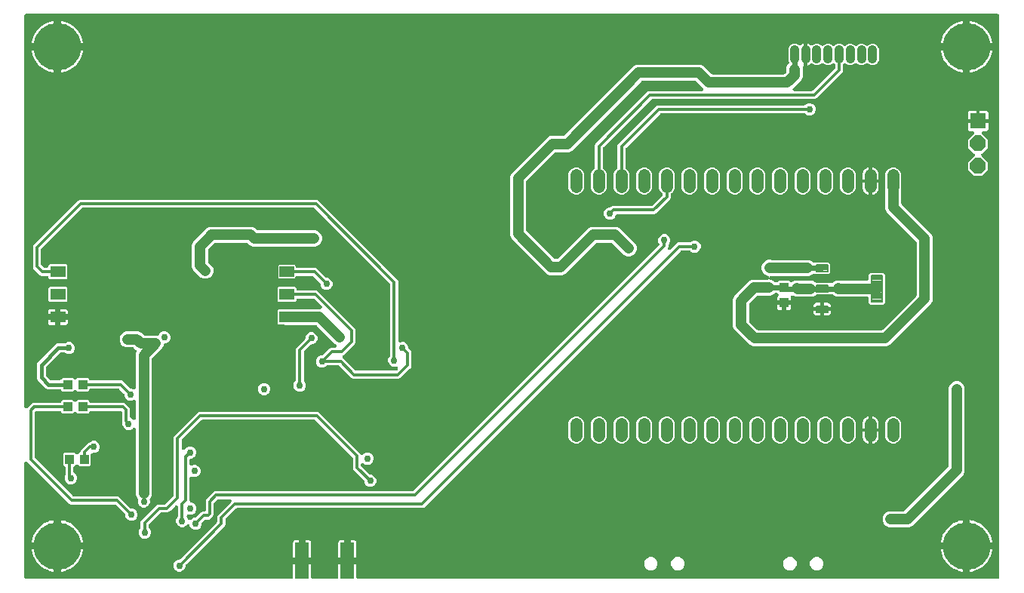
<source format=gbr>
G04 EAGLE Gerber RS-274X export*
G75*
%MOMM*%
%FSLAX34Y34*%
%LPD*%
%INBottom Copper*%
%IPPOS*%
%AMOC8*
5,1,8,0,0,1.08239X$1,22.5*%
G01*
%ADD10C,1.008000*%
%ADD11R,1.778000X1.778000*%
%ADD12P,1.924489X8X22.500000*%
%ADD13C,1.320800*%
%ADD14C,0.198000*%
%ADD15C,0.203000*%
%ADD16R,1.000000X1.100000*%
%ADD17C,5.334000*%
%ADD18R,1.700000X1.300000*%
%ADD19R,1.524000X4.064000*%
%ADD20C,0.756400*%
%ADD21C,0.300000*%
%ADD22C,0.400000*%
%ADD23C,0.600000*%
%ADD24C,1.200000*%

G36*
X302470Y3004D02*
X302470Y3004D01*
X302500Y3002D01*
X302669Y3024D01*
X302837Y3041D01*
X302866Y3050D01*
X302896Y3054D01*
X303057Y3109D01*
X303219Y3159D01*
X303246Y3173D01*
X303274Y3183D01*
X303420Y3269D01*
X303569Y3350D01*
X303593Y3370D01*
X303619Y3385D01*
X303745Y3498D01*
X303875Y3608D01*
X303894Y3631D01*
X303916Y3652D01*
X304017Y3788D01*
X304123Y3921D01*
X304137Y3948D01*
X304155Y3972D01*
X304227Y4125D01*
X304304Y4277D01*
X304312Y4306D01*
X304325Y4333D01*
X304365Y4499D01*
X304410Y4662D01*
X304413Y4692D01*
X304420Y4721D01*
X304439Y5000D01*
X304439Y19511D01*
X312790Y19511D01*
X312820Y19514D01*
X312850Y19512D01*
X313019Y19534D01*
X313187Y19551D01*
X313216Y19560D01*
X313246Y19563D01*
X313407Y19618D01*
X313569Y19669D01*
X313595Y19683D01*
X313624Y19693D01*
X313770Y19779D01*
X313919Y19860D01*
X313942Y19880D01*
X313969Y19895D01*
X314095Y20008D01*
X314225Y20118D01*
X314243Y20141D01*
X314266Y20162D01*
X314367Y20298D01*
X314473Y20431D01*
X314487Y20458D01*
X314505Y20482D01*
X314577Y20635D01*
X314595Y20672D01*
X314679Y20530D01*
X314761Y20380D01*
X314780Y20357D01*
X314795Y20331D01*
X314909Y20205D01*
X315018Y20075D01*
X315042Y20056D01*
X315062Y20034D01*
X315198Y19933D01*
X315331Y19827D01*
X315358Y19813D01*
X315382Y19795D01*
X315536Y19723D01*
X315687Y19646D01*
X315716Y19638D01*
X315744Y19625D01*
X315909Y19585D01*
X316072Y19540D01*
X316102Y19537D01*
X316132Y19530D01*
X316410Y19511D01*
X324761Y19511D01*
X324761Y5000D01*
X324764Y4970D01*
X324762Y4940D01*
X324784Y4771D01*
X324801Y4603D01*
X324810Y4574D01*
X324814Y4544D01*
X324869Y4383D01*
X324919Y4221D01*
X324933Y4194D01*
X324943Y4166D01*
X325029Y4020D01*
X325110Y3871D01*
X325130Y3847D01*
X325145Y3821D01*
X325258Y3695D01*
X325368Y3565D01*
X325391Y3546D01*
X325412Y3524D01*
X325548Y3423D01*
X325681Y3317D01*
X325708Y3303D01*
X325732Y3285D01*
X325885Y3213D01*
X326037Y3136D01*
X326066Y3128D01*
X326093Y3115D01*
X326259Y3075D01*
X326422Y3030D01*
X326452Y3027D01*
X326481Y3020D01*
X326760Y3001D01*
X353240Y3001D01*
X353270Y3004D01*
X353300Y3002D01*
X353469Y3024D01*
X353637Y3041D01*
X353666Y3050D01*
X353696Y3054D01*
X353857Y3109D01*
X354019Y3159D01*
X354046Y3173D01*
X354074Y3183D01*
X354220Y3269D01*
X354369Y3350D01*
X354393Y3370D01*
X354419Y3385D01*
X354545Y3498D01*
X354675Y3608D01*
X354694Y3631D01*
X354716Y3652D01*
X354817Y3788D01*
X354923Y3921D01*
X354937Y3948D01*
X354955Y3972D01*
X355027Y4125D01*
X355104Y4277D01*
X355112Y4306D01*
X355125Y4333D01*
X355165Y4499D01*
X355210Y4662D01*
X355213Y4692D01*
X355220Y4721D01*
X355239Y5000D01*
X355239Y19511D01*
X363590Y19511D01*
X363620Y19514D01*
X363650Y19512D01*
X363819Y19534D01*
X363987Y19551D01*
X364016Y19560D01*
X364046Y19563D01*
X364207Y19618D01*
X364369Y19669D01*
X364395Y19683D01*
X364424Y19693D01*
X364570Y19779D01*
X364719Y19860D01*
X364742Y19880D01*
X364769Y19895D01*
X364895Y20008D01*
X365025Y20118D01*
X365043Y20141D01*
X365066Y20162D01*
X365167Y20298D01*
X365273Y20431D01*
X365287Y20458D01*
X365305Y20482D01*
X365377Y20635D01*
X365395Y20672D01*
X365479Y20530D01*
X365561Y20380D01*
X365580Y20357D01*
X365595Y20331D01*
X365709Y20205D01*
X365818Y20075D01*
X365842Y20056D01*
X365862Y20034D01*
X365998Y19933D01*
X366131Y19827D01*
X366158Y19813D01*
X366182Y19795D01*
X366336Y19723D01*
X366487Y19646D01*
X366516Y19638D01*
X366544Y19625D01*
X366709Y19585D01*
X366872Y19540D01*
X366902Y19537D01*
X366932Y19530D01*
X367210Y19511D01*
X375561Y19511D01*
X375561Y5000D01*
X375564Y4970D01*
X375562Y4940D01*
X375584Y4771D01*
X375601Y4603D01*
X375610Y4574D01*
X375614Y4544D01*
X375669Y4383D01*
X375719Y4221D01*
X375733Y4194D01*
X375743Y4166D01*
X375829Y4020D01*
X375910Y3871D01*
X375930Y3847D01*
X375945Y3821D01*
X376058Y3695D01*
X376168Y3565D01*
X376191Y3546D01*
X376212Y3524D01*
X376348Y3423D01*
X376481Y3317D01*
X376508Y3303D01*
X376532Y3285D01*
X376685Y3213D01*
X376837Y3136D01*
X376866Y3128D01*
X376893Y3115D01*
X377059Y3075D01*
X377222Y3030D01*
X377252Y3027D01*
X377281Y3020D01*
X377560Y3001D01*
X1095000Y3001D01*
X1095030Y3004D01*
X1095060Y3002D01*
X1095229Y3024D01*
X1095397Y3041D01*
X1095426Y3050D01*
X1095456Y3054D01*
X1095617Y3109D01*
X1095779Y3159D01*
X1095806Y3173D01*
X1095834Y3183D01*
X1095980Y3269D01*
X1096129Y3350D01*
X1096153Y3370D01*
X1096179Y3385D01*
X1096305Y3498D01*
X1096435Y3608D01*
X1096454Y3631D01*
X1096476Y3652D01*
X1096577Y3788D01*
X1096683Y3921D01*
X1096697Y3948D01*
X1096715Y3972D01*
X1096787Y4125D01*
X1096864Y4277D01*
X1096872Y4306D01*
X1096885Y4333D01*
X1096925Y4499D01*
X1096970Y4662D01*
X1096973Y4692D01*
X1096980Y4721D01*
X1096999Y5000D01*
X1096999Y635000D01*
X1096996Y635030D01*
X1096998Y635060D01*
X1096976Y635229D01*
X1096959Y635397D01*
X1096950Y635426D01*
X1096946Y635456D01*
X1096891Y635617D01*
X1096841Y635779D01*
X1096827Y635806D01*
X1096817Y635834D01*
X1096731Y635980D01*
X1096650Y636129D01*
X1096630Y636153D01*
X1096615Y636179D01*
X1096502Y636305D01*
X1096392Y636435D01*
X1096369Y636454D01*
X1096348Y636476D01*
X1096212Y636577D01*
X1096079Y636683D01*
X1096052Y636697D01*
X1096028Y636715D01*
X1095875Y636787D01*
X1095723Y636864D01*
X1095694Y636872D01*
X1095667Y636885D01*
X1095501Y636925D01*
X1095338Y636970D01*
X1095308Y636973D01*
X1095279Y636980D01*
X1095000Y636999D01*
X5000Y636999D01*
X4970Y636996D01*
X4940Y636998D01*
X4771Y636976D01*
X4603Y636959D01*
X4574Y636950D01*
X4544Y636946D01*
X4383Y636891D01*
X4221Y636841D01*
X4194Y636827D01*
X4166Y636817D01*
X4020Y636731D01*
X3871Y636650D01*
X3847Y636630D01*
X3821Y636615D01*
X3695Y636502D01*
X3565Y636392D01*
X3546Y636369D01*
X3524Y636348D01*
X3423Y636212D01*
X3317Y636079D01*
X3303Y636052D01*
X3285Y636028D01*
X3213Y635875D01*
X3136Y635723D01*
X3128Y635694D01*
X3115Y635667D01*
X3075Y635501D01*
X3030Y635338D01*
X3027Y635308D01*
X3020Y635279D01*
X3001Y635000D01*
X3001Y196192D01*
X3002Y196177D01*
X3001Y196162D01*
X3022Y195978D01*
X3041Y195795D01*
X3045Y195780D01*
X3047Y195765D01*
X3104Y195590D01*
X3159Y195413D01*
X3166Y195400D01*
X3171Y195386D01*
X3261Y195226D01*
X3350Y195063D01*
X3360Y195051D01*
X3368Y195038D01*
X3488Y194899D01*
X3608Y194757D01*
X3620Y194748D01*
X3630Y194737D01*
X3776Y194624D01*
X3921Y194509D01*
X3934Y194502D01*
X3946Y194493D01*
X4112Y194412D01*
X4277Y194328D01*
X4292Y194324D01*
X4305Y194318D01*
X4484Y194271D01*
X4662Y194222D01*
X4677Y194221D01*
X4692Y194217D01*
X4875Y194207D01*
X5060Y194194D01*
X5075Y194196D01*
X5090Y194195D01*
X5273Y194222D01*
X5456Y194246D01*
X5471Y194251D01*
X5486Y194253D01*
X5660Y194316D01*
X5834Y194375D01*
X5847Y194383D01*
X5861Y194388D01*
X6019Y194484D01*
X6179Y194578D01*
X6190Y194588D01*
X6203Y194595D01*
X6414Y194779D01*
X9903Y198268D01*
X11451Y199816D01*
X13105Y200501D01*
X42500Y200501D01*
X42530Y200504D01*
X42560Y200502D01*
X42729Y200524D01*
X42897Y200541D01*
X42926Y200550D01*
X42956Y200554D01*
X43117Y200609D01*
X43279Y200659D01*
X43306Y200673D01*
X43334Y200683D01*
X43480Y200769D01*
X43629Y200850D01*
X43653Y200870D01*
X43679Y200885D01*
X43805Y200998D01*
X43935Y201108D01*
X43954Y201131D01*
X43976Y201152D01*
X44077Y201288D01*
X44183Y201421D01*
X44197Y201448D01*
X44215Y201472D01*
X44287Y201625D01*
X44364Y201777D01*
X44372Y201806D01*
X44385Y201833D01*
X44425Y201999D01*
X44470Y202162D01*
X44473Y202192D01*
X44480Y202221D01*
X44486Y202316D01*
X45671Y203501D01*
X57329Y203501D01*
X58586Y202243D01*
X58610Y202224D01*
X58630Y202201D01*
X58765Y202097D01*
X58896Y201990D01*
X58922Y201976D01*
X58946Y201958D01*
X59099Y201883D01*
X59249Y201804D01*
X59278Y201796D01*
X59305Y201782D01*
X59469Y201740D01*
X59632Y201692D01*
X59662Y201689D01*
X59692Y201682D01*
X59860Y201672D01*
X60030Y201658D01*
X60060Y201661D01*
X60090Y201660D01*
X60258Y201684D01*
X60427Y201704D01*
X60456Y201713D01*
X60486Y201717D01*
X60646Y201775D01*
X60807Y201828D01*
X60833Y201842D01*
X60861Y201853D01*
X61007Y201941D01*
X61154Y202024D01*
X61177Y202044D01*
X61203Y202060D01*
X61414Y202243D01*
X62671Y203501D01*
X74329Y203501D01*
X75518Y202311D01*
X75524Y202271D01*
X75541Y202103D01*
X75550Y202074D01*
X75554Y202044D01*
X75609Y201883D01*
X75659Y201721D01*
X75673Y201694D01*
X75683Y201666D01*
X75769Y201520D01*
X75850Y201371D01*
X75870Y201347D01*
X75885Y201321D01*
X75998Y201195D01*
X76108Y201065D01*
X76131Y201046D01*
X76152Y201024D01*
X76288Y200923D01*
X76421Y200817D01*
X76448Y200803D01*
X76472Y200785D01*
X76625Y200713D01*
X76777Y200636D01*
X76806Y200628D01*
X76833Y200615D01*
X76999Y200575D01*
X77162Y200530D01*
X77192Y200527D01*
X77221Y200520D01*
X77500Y200501D01*
X114895Y200501D01*
X116549Y199816D01*
X120816Y195549D01*
X121501Y193895D01*
X121501Y185056D01*
X121505Y185018D01*
X121502Y184980D01*
X121524Y184820D01*
X121541Y184658D01*
X121552Y184622D01*
X121557Y184585D01*
X121611Y184432D01*
X121659Y184277D01*
X121677Y184244D01*
X121689Y184208D01*
X121773Y184069D01*
X121850Y183926D01*
X121875Y183897D01*
X121894Y183865D01*
X122003Y183745D01*
X122108Y183621D01*
X122137Y183598D01*
X122163Y183569D01*
X122294Y183474D01*
X122421Y183373D01*
X122455Y183356D01*
X122485Y183333D01*
X122735Y183209D01*
X123842Y182750D01*
X124586Y182006D01*
X124598Y181996D01*
X124608Y181985D01*
X124753Y181870D01*
X124896Y181753D01*
X124909Y181746D01*
X124921Y181737D01*
X125086Y181653D01*
X125249Y181567D01*
X125263Y181563D01*
X125277Y181556D01*
X125454Y181507D01*
X125632Y181454D01*
X125647Y181453D01*
X125662Y181449D01*
X125845Y181436D01*
X126030Y181421D01*
X126045Y181422D01*
X126060Y181421D01*
X126244Y181445D01*
X126427Y181466D01*
X126441Y181471D01*
X126456Y181473D01*
X126632Y181533D01*
X126807Y181590D01*
X126820Y181598D01*
X126834Y181603D01*
X126994Y181696D01*
X127154Y181787D01*
X127166Y181797D01*
X127179Y181805D01*
X127317Y181928D01*
X127456Y182049D01*
X127465Y182061D01*
X127476Y182071D01*
X127587Y182220D01*
X127699Y182366D01*
X127706Y182380D01*
X127715Y182392D01*
X127793Y182559D01*
X127875Y182725D01*
X127878Y182739D01*
X127885Y182753D01*
X127929Y182933D01*
X127975Y183111D01*
X127976Y183126D01*
X127980Y183141D01*
X127999Y183420D01*
X127999Y202151D01*
X127997Y202174D01*
X127999Y202197D01*
X127977Y202373D01*
X127959Y202549D01*
X127953Y202570D01*
X127950Y202593D01*
X127894Y202761D01*
X127841Y202930D01*
X127830Y202950D01*
X127823Y202972D01*
X127735Y203125D01*
X127650Y203281D01*
X127635Y203298D01*
X127624Y203318D01*
X127507Y203450D01*
X127392Y203586D01*
X127374Y203600D01*
X127359Y203617D01*
X127218Y203724D01*
X127079Y203834D01*
X127059Y203845D01*
X127041Y203858D01*
X126881Y203935D01*
X126723Y204015D01*
X126701Y204021D01*
X126681Y204031D01*
X126509Y204075D01*
X126338Y204122D01*
X126316Y204123D01*
X126293Y204129D01*
X126116Y204137D01*
X125940Y204150D01*
X125917Y204147D01*
X125895Y204148D01*
X125719Y204121D01*
X125544Y204098D01*
X125522Y204090D01*
X125500Y204087D01*
X125235Y203998D01*
X123349Y203217D01*
X120651Y203217D01*
X118158Y204250D01*
X116250Y206158D01*
X115217Y208651D01*
X115217Y209590D01*
X115213Y209635D01*
X115215Y209680D01*
X115193Y209833D01*
X115177Y209987D01*
X115164Y210030D01*
X115157Y210075D01*
X115105Y210221D01*
X115059Y210369D01*
X115038Y210408D01*
X115022Y210451D01*
X114942Y210583D01*
X114868Y210719D01*
X114838Y210754D01*
X114815Y210793D01*
X114632Y211003D01*
X109721Y215914D01*
X109686Y215942D01*
X109656Y215976D01*
X109532Y216068D01*
X109412Y216167D01*
X109372Y216188D01*
X109336Y216215D01*
X109196Y216281D01*
X109059Y216353D01*
X109015Y216366D01*
X108974Y216385D01*
X108824Y216422D01*
X108675Y216465D01*
X108630Y216469D01*
X108586Y216480D01*
X108308Y216499D01*
X77500Y216499D01*
X77470Y216496D01*
X77440Y216498D01*
X77271Y216476D01*
X77103Y216459D01*
X77074Y216450D01*
X77044Y216446D01*
X76883Y216391D01*
X76721Y216341D01*
X76694Y216327D01*
X76666Y216317D01*
X76520Y216231D01*
X76371Y216150D01*
X76347Y216130D01*
X76321Y216115D01*
X76195Y216002D01*
X76065Y215892D01*
X76046Y215869D01*
X76024Y215848D01*
X75923Y215712D01*
X75817Y215579D01*
X75803Y215552D01*
X75785Y215528D01*
X75713Y215375D01*
X75636Y215223D01*
X75628Y215194D01*
X75615Y215167D01*
X75575Y215001D01*
X75530Y214838D01*
X75527Y214808D01*
X75520Y214779D01*
X75514Y214684D01*
X74329Y213499D01*
X62671Y213499D01*
X61414Y214757D01*
X61390Y214776D01*
X61370Y214799D01*
X61236Y214902D01*
X61104Y215010D01*
X61078Y215024D01*
X61054Y215042D01*
X60901Y215117D01*
X60751Y215196D01*
X60722Y215204D01*
X60695Y215218D01*
X60531Y215260D01*
X60368Y215308D01*
X60338Y215311D01*
X60308Y215318D01*
X60140Y215328D01*
X59970Y215342D01*
X59940Y215339D01*
X59910Y215340D01*
X59742Y215316D01*
X59573Y215296D01*
X59544Y215287D01*
X59514Y215283D01*
X59355Y215225D01*
X59193Y215172D01*
X59167Y215157D01*
X59138Y215147D01*
X58994Y215059D01*
X58846Y214976D01*
X58823Y214956D01*
X58797Y214940D01*
X58586Y214757D01*
X57329Y213499D01*
X45671Y213499D01*
X44289Y214881D01*
X44231Y214980D01*
X44150Y215129D01*
X44130Y215153D01*
X44115Y215179D01*
X44002Y215305D01*
X43892Y215435D01*
X43869Y215454D01*
X43848Y215476D01*
X43712Y215577D01*
X43579Y215683D01*
X43552Y215697D01*
X43528Y215715D01*
X43375Y215787D01*
X43223Y215864D01*
X43194Y215872D01*
X43167Y215885D01*
X43001Y215925D01*
X42838Y215970D01*
X42808Y215973D01*
X42779Y215980D01*
X42500Y215999D01*
X29005Y215999D01*
X27167Y216761D01*
X17761Y226167D01*
X16999Y228005D01*
X16999Y243995D01*
X17761Y245833D01*
X38167Y266239D01*
X40005Y267001D01*
X47580Y267001D01*
X47626Y267005D01*
X47671Y267003D01*
X47824Y267025D01*
X47978Y267041D01*
X48021Y267054D01*
X48066Y267061D01*
X48212Y267113D01*
X48359Y267159D01*
X48399Y267180D01*
X48442Y267196D01*
X48574Y267276D01*
X48710Y267350D01*
X48745Y267380D01*
X48783Y267403D01*
X48994Y267586D01*
X49158Y267750D01*
X51651Y268783D01*
X54349Y268783D01*
X56842Y267750D01*
X58750Y265842D01*
X59783Y263349D01*
X59783Y260651D01*
X58750Y258158D01*
X56842Y256250D01*
X54349Y255217D01*
X51651Y255217D01*
X49158Y256250D01*
X48994Y256414D01*
X48959Y256442D01*
X48929Y256476D01*
X48805Y256568D01*
X48685Y256667D01*
X48645Y256688D01*
X48608Y256715D01*
X48468Y256781D01*
X48331Y256853D01*
X48288Y256866D01*
X48247Y256885D01*
X48097Y256922D01*
X47948Y256965D01*
X47903Y256969D01*
X47859Y256980D01*
X47580Y256999D01*
X43899Y256999D01*
X43854Y256995D01*
X43809Y256997D01*
X43656Y256975D01*
X43502Y256959D01*
X43459Y256946D01*
X43414Y256939D01*
X43268Y256887D01*
X43120Y256841D01*
X43081Y256820D01*
X43038Y256804D01*
X42906Y256724D01*
X42770Y256650D01*
X42735Y256620D01*
X42697Y256597D01*
X42486Y256414D01*
X27586Y241514D01*
X27558Y241479D01*
X27524Y241449D01*
X27432Y241325D01*
X27333Y241205D01*
X27312Y241165D01*
X27285Y241128D01*
X27219Y240989D01*
X27147Y240852D01*
X27134Y240808D01*
X27115Y240767D01*
X27078Y240617D01*
X27035Y240468D01*
X27031Y240423D01*
X27020Y240379D01*
X27001Y240101D01*
X27001Y231899D01*
X27005Y231854D01*
X27003Y231809D01*
X27025Y231656D01*
X27041Y231502D01*
X27054Y231459D01*
X27061Y231414D01*
X27113Y231268D01*
X27159Y231120D01*
X27180Y231081D01*
X27196Y231038D01*
X27276Y230906D01*
X27350Y230770D01*
X27380Y230735D01*
X27403Y230697D01*
X27586Y230486D01*
X31486Y226586D01*
X31521Y226558D01*
X31551Y226524D01*
X31675Y226432D01*
X31795Y226333D01*
X31835Y226312D01*
X31872Y226285D01*
X32011Y226219D01*
X32148Y226147D01*
X32192Y226134D01*
X32233Y226115D01*
X32383Y226078D01*
X32532Y226035D01*
X32577Y226031D01*
X32621Y226020D01*
X32899Y226001D01*
X42500Y226001D01*
X42530Y226004D01*
X42560Y226002D01*
X42729Y226024D01*
X42897Y226041D01*
X42926Y226050D01*
X42956Y226054D01*
X43117Y226109D01*
X43279Y226159D01*
X43306Y226173D01*
X43334Y226183D01*
X43480Y226269D01*
X43629Y226350D01*
X43653Y226370D01*
X43679Y226385D01*
X43805Y226498D01*
X43935Y226608D01*
X43954Y226631D01*
X43976Y226652D01*
X44077Y226788D01*
X44183Y226921D01*
X44197Y226948D01*
X44215Y226972D01*
X44279Y227108D01*
X45671Y228501D01*
X57329Y228501D01*
X58586Y227243D01*
X58610Y227224D01*
X58630Y227201D01*
X58765Y227097D01*
X58896Y226990D01*
X58922Y226976D01*
X58946Y226958D01*
X59099Y226883D01*
X59249Y226804D01*
X59278Y226796D01*
X59305Y226782D01*
X59469Y226740D01*
X59632Y226692D01*
X59662Y226689D01*
X59692Y226682D01*
X59860Y226672D01*
X60030Y226658D01*
X60060Y226661D01*
X60090Y226660D01*
X60258Y226684D01*
X60427Y226704D01*
X60456Y226713D01*
X60486Y226717D01*
X60646Y226775D01*
X60807Y226828D01*
X60833Y226842D01*
X60861Y226853D01*
X61007Y226941D01*
X61154Y227024D01*
X61177Y227044D01*
X61203Y227060D01*
X61414Y227243D01*
X62671Y228501D01*
X74329Y228501D01*
X75518Y227311D01*
X75524Y227271D01*
X75541Y227103D01*
X75550Y227074D01*
X75554Y227044D01*
X75609Y226883D01*
X75659Y226721D01*
X75673Y226694D01*
X75683Y226666D01*
X75769Y226520D01*
X75850Y226371D01*
X75870Y226347D01*
X75885Y226321D01*
X75998Y226195D01*
X76108Y226065D01*
X76131Y226046D01*
X76152Y226024D01*
X76288Y225923D01*
X76421Y225817D01*
X76448Y225803D01*
X76472Y225785D01*
X76625Y225713D01*
X76777Y225636D01*
X76806Y225628D01*
X76833Y225615D01*
X76999Y225575D01*
X77162Y225530D01*
X77192Y225527D01*
X77221Y225520D01*
X77500Y225501D01*
X111895Y225501D01*
X113549Y224816D01*
X120997Y217368D01*
X121032Y217340D01*
X121062Y217306D01*
X121186Y217214D01*
X121306Y217115D01*
X121346Y217094D01*
X121382Y217067D01*
X121522Y217001D01*
X121659Y216929D01*
X121703Y216916D01*
X121744Y216897D01*
X121894Y216860D01*
X122043Y216817D01*
X122088Y216813D01*
X122132Y216802D01*
X122410Y216783D01*
X123349Y216783D01*
X125235Y216002D01*
X125257Y215995D01*
X125277Y215985D01*
X125448Y215937D01*
X125617Y215886D01*
X125640Y215884D01*
X125662Y215878D01*
X125839Y215866D01*
X126015Y215850D01*
X126038Y215852D01*
X126060Y215850D01*
X126237Y215873D01*
X126412Y215892D01*
X126434Y215899D01*
X126456Y215902D01*
X126624Y215960D01*
X126793Y216013D01*
X126813Y216024D01*
X126834Y216032D01*
X126987Y216122D01*
X127142Y216208D01*
X127159Y216222D01*
X127179Y216234D01*
X127311Y216352D01*
X127445Y216467D01*
X127459Y216485D01*
X127476Y216500D01*
X127582Y216642D01*
X127691Y216782D01*
X127701Y216803D01*
X127715Y216821D01*
X127790Y216981D01*
X127869Y217140D01*
X127875Y217162D01*
X127885Y217182D01*
X127927Y217354D01*
X127973Y217525D01*
X127974Y217548D01*
X127980Y217570D01*
X127999Y217849D01*
X127999Y255790D01*
X128801Y257725D01*
X128812Y257761D01*
X128828Y257795D01*
X128869Y257952D01*
X128916Y258107D01*
X128919Y258145D01*
X128929Y258182D01*
X128938Y258344D01*
X128953Y258505D01*
X128949Y258543D01*
X128951Y258581D01*
X128927Y258741D01*
X128910Y258902D01*
X128898Y258938D01*
X128893Y258976D01*
X128838Y259129D01*
X128789Y259283D01*
X128771Y259316D01*
X128758Y259352D01*
X128674Y259490D01*
X128595Y259632D01*
X128570Y259661D01*
X128550Y259693D01*
X128367Y259904D01*
X125857Y262414D01*
X125822Y262442D01*
X125792Y262476D01*
X125668Y262568D01*
X125548Y262667D01*
X125508Y262688D01*
X125472Y262715D01*
X125332Y262781D01*
X125195Y262853D01*
X125151Y262866D01*
X125110Y262885D01*
X124960Y262922D01*
X124811Y262965D01*
X124766Y262969D01*
X124722Y262980D01*
X124444Y262999D01*
X117210Y262999D01*
X113902Y264370D01*
X111370Y266902D01*
X109999Y270210D01*
X109999Y273790D01*
X111370Y277098D01*
X113902Y279630D01*
X117210Y281001D01*
X130790Y281001D01*
X134098Y279630D01*
X137143Y276586D01*
X137178Y276558D01*
X137208Y276524D01*
X137332Y276432D01*
X137452Y276333D01*
X137492Y276312D01*
X137528Y276285D01*
X137668Y276219D01*
X137805Y276147D01*
X137849Y276134D01*
X137890Y276115D01*
X138040Y276078D01*
X138189Y276035D01*
X138234Y276031D01*
X138278Y276020D01*
X138556Y276001D01*
X152151Y276001D01*
X152189Y276005D01*
X152227Y276002D01*
X152387Y276024D01*
X152549Y276041D01*
X152585Y276052D01*
X152622Y276057D01*
X152775Y276111D01*
X152930Y276159D01*
X152964Y276177D01*
X152999Y276189D01*
X153138Y276272D01*
X153281Y276350D01*
X153310Y276375D01*
X153342Y276394D01*
X153462Y276503D01*
X153586Y276608D01*
X153610Y276637D01*
X153638Y276663D01*
X153734Y276794D01*
X153834Y276921D01*
X153851Y276955D01*
X153874Y276985D01*
X153998Y277235D01*
X154250Y277842D01*
X156158Y279750D01*
X158651Y280783D01*
X161349Y280783D01*
X163842Y279750D01*
X165750Y277842D01*
X166783Y275349D01*
X166783Y272651D01*
X165750Y270158D01*
X163842Y268250D01*
X161349Y267217D01*
X161000Y267217D01*
X160970Y267214D01*
X160940Y267216D01*
X160771Y267194D01*
X160603Y267177D01*
X160574Y267168D01*
X160544Y267164D01*
X160383Y267109D01*
X160221Y267059D01*
X160194Y267045D01*
X160166Y267035D01*
X160020Y266949D01*
X159871Y266868D01*
X159847Y266848D01*
X159821Y266833D01*
X159695Y266720D01*
X159565Y266610D01*
X159546Y266587D01*
X159524Y266566D01*
X159423Y266430D01*
X159317Y266297D01*
X159303Y266270D01*
X159285Y266246D01*
X159213Y266093D01*
X159136Y265941D01*
X159128Y265912D01*
X159115Y265885D01*
X159075Y265719D01*
X159030Y265556D01*
X159027Y265526D01*
X159020Y265497D01*
X159001Y265218D01*
X159001Y265210D01*
X157630Y261902D01*
X146586Y250857D01*
X146558Y250822D01*
X146524Y250792D01*
X146432Y250668D01*
X146333Y250548D01*
X146312Y250508D01*
X146285Y250472D01*
X146219Y250332D01*
X146147Y250195D01*
X146134Y250151D01*
X146115Y250110D01*
X146078Y249960D01*
X146035Y249811D01*
X146031Y249766D01*
X146020Y249722D01*
X146001Y249444D01*
X146001Y97210D01*
X144630Y93902D01*
X144228Y93499D01*
X144204Y93470D01*
X144176Y93445D01*
X144078Y93315D01*
X143975Y93190D01*
X143958Y93156D01*
X143935Y93126D01*
X143864Y92980D01*
X143789Y92837D01*
X143778Y92800D01*
X143762Y92766D01*
X143722Y92609D01*
X143677Y92453D01*
X143673Y92415D01*
X143664Y92379D01*
X143656Y92217D01*
X143643Y92055D01*
X143647Y92018D01*
X143645Y91980D01*
X143670Y91819D01*
X143689Y91658D01*
X143700Y91623D01*
X143706Y91585D01*
X143783Y91356D01*
X143783Y88651D01*
X142750Y86158D01*
X140842Y84250D01*
X138349Y83217D01*
X135651Y83217D01*
X133158Y84250D01*
X131250Y86158D01*
X130217Y88651D01*
X130217Y91359D01*
X130233Y91391D01*
X130274Y91547D01*
X130321Y91703D01*
X130324Y91740D01*
X130334Y91777D01*
X130342Y91939D01*
X130357Y92100D01*
X130353Y92138D01*
X130355Y92176D01*
X130332Y92336D01*
X130315Y92498D01*
X130303Y92534D01*
X130298Y92571D01*
X130243Y92724D01*
X130194Y92878D01*
X130175Y92911D01*
X130162Y92947D01*
X130078Y93086D01*
X129999Y93227D01*
X129975Y93256D01*
X129955Y93288D01*
X129772Y93499D01*
X129370Y93902D01*
X127999Y97210D01*
X127999Y170580D01*
X127998Y170595D01*
X127999Y170611D01*
X127978Y170795D01*
X127959Y170978D01*
X127955Y170992D01*
X127953Y171007D01*
X127896Y171183D01*
X127841Y171359D01*
X127834Y171373D01*
X127829Y171387D01*
X127738Y171548D01*
X127650Y171710D01*
X127640Y171722D01*
X127632Y171735D01*
X127511Y171874D01*
X127392Y172015D01*
X127380Y172025D01*
X127370Y172036D01*
X127224Y172149D01*
X127079Y172263D01*
X127066Y172270D01*
X127054Y172279D01*
X126888Y172361D01*
X126723Y172444D01*
X126709Y172448D01*
X126695Y172455D01*
X126515Y172502D01*
X126338Y172551D01*
X126323Y172552D01*
X126308Y172556D01*
X126124Y172566D01*
X125940Y172579D01*
X125925Y172577D01*
X125910Y172578D01*
X125728Y172551D01*
X125544Y172527D01*
X125529Y172522D01*
X125514Y172520D01*
X125341Y172457D01*
X125166Y172397D01*
X125153Y172390D01*
X125138Y172385D01*
X124980Y172289D01*
X124821Y172195D01*
X124810Y172185D01*
X124797Y172177D01*
X124586Y171994D01*
X123842Y171250D01*
X121349Y170217D01*
X118651Y170217D01*
X116158Y171250D01*
X114250Y173158D01*
X113217Y175651D01*
X113217Y176974D01*
X113216Y176988D01*
X113216Y176996D01*
X113212Y177028D01*
X113214Y177079D01*
X113192Y177225D01*
X113177Y177371D01*
X113162Y177422D01*
X113154Y177474D01*
X113065Y177739D01*
X112499Y179105D01*
X112499Y189500D01*
X112496Y189530D01*
X112498Y189560D01*
X112476Y189729D01*
X112459Y189897D01*
X112450Y189926D01*
X112446Y189956D01*
X112391Y190117D01*
X112341Y190279D01*
X112327Y190306D01*
X112317Y190334D01*
X112231Y190480D01*
X112150Y190629D01*
X112130Y190653D01*
X112115Y190679D01*
X112002Y190805D01*
X111892Y190935D01*
X111869Y190954D01*
X111848Y190976D01*
X111712Y191077D01*
X111579Y191183D01*
X111552Y191197D01*
X111528Y191215D01*
X111375Y191287D01*
X111223Y191364D01*
X111194Y191372D01*
X111167Y191385D01*
X111001Y191425D01*
X110838Y191470D01*
X110808Y191473D01*
X110779Y191480D01*
X110500Y191499D01*
X77500Y191499D01*
X77470Y191496D01*
X77440Y191498D01*
X77271Y191476D01*
X77103Y191459D01*
X77074Y191450D01*
X77044Y191446D01*
X76883Y191391D01*
X76721Y191341D01*
X76694Y191327D01*
X76666Y191317D01*
X76520Y191231D01*
X76371Y191150D01*
X76347Y191130D01*
X76321Y191115D01*
X76195Y191002D01*
X76065Y190892D01*
X76046Y190869D01*
X76024Y190848D01*
X75923Y190712D01*
X75817Y190579D01*
X75803Y190552D01*
X75785Y190528D01*
X75713Y190375D01*
X75636Y190223D01*
X75628Y190194D01*
X75615Y190167D01*
X75575Y190001D01*
X75530Y189838D01*
X75527Y189808D01*
X75520Y189779D01*
X75514Y189684D01*
X74329Y188499D01*
X62671Y188499D01*
X61414Y189757D01*
X61390Y189776D01*
X61370Y189799D01*
X61236Y189902D01*
X61104Y190010D01*
X61078Y190024D01*
X61054Y190042D01*
X60901Y190117D01*
X60751Y190196D01*
X60722Y190204D01*
X60695Y190218D01*
X60531Y190260D01*
X60368Y190308D01*
X60338Y190311D01*
X60308Y190318D01*
X60140Y190328D01*
X59970Y190342D01*
X59940Y190339D01*
X59910Y190340D01*
X59742Y190316D01*
X59573Y190296D01*
X59544Y190287D01*
X59514Y190283D01*
X59355Y190225D01*
X59193Y190172D01*
X59167Y190157D01*
X59138Y190147D01*
X58994Y190059D01*
X58846Y189976D01*
X58823Y189956D01*
X58797Y189940D01*
X58586Y189757D01*
X57329Y188499D01*
X45671Y188499D01*
X44482Y189689D01*
X44476Y189729D01*
X44459Y189897D01*
X44450Y189926D01*
X44446Y189956D01*
X44391Y190117D01*
X44341Y190279D01*
X44327Y190306D01*
X44317Y190334D01*
X44231Y190480D01*
X44150Y190629D01*
X44130Y190653D01*
X44115Y190679D01*
X44002Y190805D01*
X43892Y190935D01*
X43869Y190954D01*
X43848Y190976D01*
X43712Y191077D01*
X43579Y191183D01*
X43552Y191197D01*
X43528Y191215D01*
X43375Y191287D01*
X43223Y191364D01*
X43194Y191372D01*
X43167Y191385D01*
X43001Y191425D01*
X42838Y191470D01*
X42808Y191473D01*
X42779Y191480D01*
X42500Y191499D01*
X16692Y191499D01*
X16647Y191495D01*
X16602Y191497D01*
X16449Y191475D01*
X16295Y191459D01*
X16252Y191446D01*
X16207Y191439D01*
X16061Y191387D01*
X15913Y191341D01*
X15874Y191320D01*
X15831Y191304D01*
X15699Y191224D01*
X15563Y191150D01*
X15528Y191120D01*
X15489Y191097D01*
X15279Y190914D01*
X15086Y190721D01*
X15058Y190686D01*
X15024Y190656D01*
X14932Y190532D01*
X14833Y190412D01*
X14812Y190372D01*
X14785Y190336D01*
X14719Y190196D01*
X14647Y190059D01*
X14634Y190015D01*
X14615Y189974D01*
X14578Y189824D01*
X14535Y189675D01*
X14531Y189630D01*
X14520Y189586D01*
X14501Y189308D01*
X14501Y139692D01*
X14505Y139647D01*
X14503Y139602D01*
X14525Y139449D01*
X14541Y139295D01*
X14554Y139252D01*
X14561Y139207D01*
X14613Y139061D01*
X14659Y138913D01*
X14680Y138874D01*
X14696Y138831D01*
X14776Y138699D01*
X14850Y138563D01*
X14880Y138528D01*
X14903Y138489D01*
X15086Y138279D01*
X57279Y96086D01*
X57314Y96058D01*
X57344Y96024D01*
X57468Y95932D01*
X57588Y95833D01*
X57628Y95812D01*
X57664Y95785D01*
X57804Y95719D01*
X57941Y95647D01*
X57985Y95634D01*
X58026Y95615D01*
X58176Y95578D01*
X58325Y95535D01*
X58370Y95531D01*
X58414Y95520D01*
X58692Y95501D01*
X107895Y95501D01*
X109549Y94816D01*
X121997Y82368D01*
X122032Y82340D01*
X122062Y82306D01*
X122186Y82214D01*
X122306Y82115D01*
X122346Y82094D01*
X122382Y82067D01*
X122522Y82001D01*
X122659Y81929D01*
X122703Y81916D01*
X122744Y81897D01*
X122894Y81860D01*
X123043Y81817D01*
X123088Y81813D01*
X123132Y81802D01*
X123410Y81783D01*
X124349Y81783D01*
X126842Y80750D01*
X128750Y78842D01*
X129783Y76349D01*
X129783Y73651D01*
X128750Y71158D01*
X126842Y69250D01*
X124349Y68217D01*
X121651Y68217D01*
X119158Y69250D01*
X117250Y71158D01*
X116217Y73651D01*
X116217Y74590D01*
X116213Y74635D01*
X116215Y74680D01*
X116193Y74833D01*
X116177Y74987D01*
X116164Y75030D01*
X116157Y75075D01*
X116105Y75221D01*
X116059Y75369D01*
X116038Y75408D01*
X116022Y75451D01*
X115942Y75583D01*
X115868Y75719D01*
X115838Y75754D01*
X115815Y75793D01*
X115632Y76003D01*
X105721Y85914D01*
X105686Y85942D01*
X105656Y85976D01*
X105532Y86068D01*
X105412Y86167D01*
X105372Y86188D01*
X105336Y86215D01*
X105196Y86281D01*
X105059Y86353D01*
X105015Y86366D01*
X104974Y86385D01*
X104824Y86422D01*
X104675Y86465D01*
X104630Y86469D01*
X104586Y86480D01*
X104308Y86499D01*
X55105Y86499D01*
X53451Y87184D01*
X6414Y134221D01*
X6402Y134231D01*
X6392Y134243D01*
X6248Y134357D01*
X6104Y134474D01*
X6091Y134481D01*
X6079Y134491D01*
X5914Y134574D01*
X5751Y134660D01*
X5737Y134665D01*
X5723Y134672D01*
X5545Y134721D01*
X5368Y134773D01*
X5353Y134774D01*
X5338Y134778D01*
X5155Y134791D01*
X4970Y134807D01*
X4955Y134805D01*
X4940Y134806D01*
X4756Y134782D01*
X4573Y134761D01*
X4559Y134756D01*
X4544Y134754D01*
X4369Y134694D01*
X4193Y134637D01*
X4180Y134629D01*
X4166Y134625D01*
X4006Y134531D01*
X3846Y134440D01*
X3834Y134430D01*
X3821Y134422D01*
X3684Y134299D01*
X3544Y134178D01*
X3535Y134166D01*
X3524Y134156D01*
X3414Y134008D01*
X3301Y133861D01*
X3294Y133848D01*
X3285Y133836D01*
X3207Y133669D01*
X3125Y133503D01*
X3122Y133488D01*
X3115Y133474D01*
X3071Y133294D01*
X3025Y133116D01*
X3024Y133101D01*
X3020Y133086D01*
X3001Y132808D01*
X3001Y5000D01*
X3004Y4970D01*
X3002Y4940D01*
X3024Y4771D01*
X3041Y4603D01*
X3050Y4574D01*
X3054Y4544D01*
X3109Y4383D01*
X3159Y4221D01*
X3173Y4194D01*
X3183Y4166D01*
X3269Y4020D01*
X3350Y3871D01*
X3370Y3847D01*
X3385Y3821D01*
X3498Y3695D01*
X3608Y3565D01*
X3631Y3546D01*
X3652Y3524D01*
X3788Y3423D01*
X3921Y3317D01*
X3948Y3303D01*
X3972Y3285D01*
X4125Y3213D01*
X4277Y3136D01*
X4306Y3128D01*
X4333Y3115D01*
X4499Y3075D01*
X4662Y3030D01*
X4692Y3027D01*
X4721Y3020D01*
X5000Y3001D01*
X302440Y3001D01*
X302470Y3004D01*
G37*
%LPC*%
G36*
X175651Y11217D02*
X175651Y11217D01*
X173158Y12250D01*
X171250Y14158D01*
X170217Y16651D01*
X170217Y19349D01*
X171250Y21842D01*
X173158Y23750D01*
X175651Y24783D01*
X176590Y24783D01*
X176635Y24787D01*
X176680Y24785D01*
X176833Y24807D01*
X176987Y24823D01*
X177030Y24836D01*
X177075Y24843D01*
X177221Y24895D01*
X177369Y24941D01*
X177408Y24962D01*
X177451Y24978D01*
X177583Y25058D01*
X177719Y25132D01*
X177754Y25162D01*
X177793Y25185D01*
X178003Y25368D01*
X218914Y66279D01*
X218942Y66314D01*
X218976Y66344D01*
X219068Y66468D01*
X219167Y66588D01*
X219188Y66628D01*
X219215Y66664D01*
X219281Y66804D01*
X219353Y66941D01*
X219366Y66985D01*
X219385Y67026D01*
X219422Y67176D01*
X219465Y67325D01*
X219469Y67370D01*
X219480Y67414D01*
X219499Y67692D01*
X219499Y72895D01*
X220184Y74549D01*
X234721Y89086D01*
X234731Y89098D01*
X234743Y89108D01*
X234857Y89252D01*
X234974Y89396D01*
X234981Y89409D01*
X234991Y89421D01*
X235074Y89586D01*
X235160Y89749D01*
X235165Y89763D01*
X235172Y89777D01*
X235221Y89955D01*
X235273Y90132D01*
X235274Y90147D01*
X235278Y90162D01*
X235291Y90345D01*
X235307Y90530D01*
X235305Y90545D01*
X235306Y90560D01*
X235282Y90744D01*
X235261Y90927D01*
X235256Y90941D01*
X235254Y90956D01*
X235194Y91131D01*
X235137Y91307D01*
X235129Y91320D01*
X235125Y91334D01*
X235031Y91494D01*
X234940Y91654D01*
X234930Y91666D01*
X234922Y91679D01*
X234799Y91816D01*
X234678Y91956D01*
X234666Y91965D01*
X234656Y91976D01*
X234509Y92086D01*
X234361Y92199D01*
X234348Y92206D01*
X234336Y92215D01*
X234169Y92293D01*
X234003Y92375D01*
X233988Y92378D01*
X233974Y92385D01*
X233794Y92429D01*
X233616Y92475D01*
X233601Y92476D01*
X233586Y92480D01*
X233308Y92499D01*
X220692Y92499D01*
X220647Y92495D01*
X220602Y92497D01*
X220449Y92475D01*
X220295Y92459D01*
X220252Y92446D01*
X220207Y92439D01*
X220061Y92387D01*
X219913Y92341D01*
X219874Y92320D01*
X219831Y92304D01*
X219699Y92224D01*
X219563Y92150D01*
X219528Y92120D01*
X219489Y92097D01*
X219279Y91914D01*
X216086Y88721D01*
X216058Y88686D01*
X216024Y88656D01*
X215932Y88532D01*
X215833Y88412D01*
X215812Y88372D01*
X215785Y88336D01*
X215719Y88196D01*
X215647Y88059D01*
X215634Y88015D01*
X215615Y87974D01*
X215578Y87824D01*
X215535Y87675D01*
X215531Y87630D01*
X215520Y87586D01*
X215501Y87308D01*
X215501Y75105D01*
X214816Y73451D01*
X211549Y70184D01*
X209895Y69499D01*
X206692Y69499D01*
X206647Y69495D01*
X206602Y69497D01*
X206449Y69475D01*
X206295Y69459D01*
X206252Y69446D01*
X206207Y69439D01*
X206061Y69387D01*
X205913Y69341D01*
X205874Y69320D01*
X205831Y69304D01*
X205699Y69224D01*
X205563Y69150D01*
X205528Y69120D01*
X205489Y69097D01*
X205279Y68914D01*
X202368Y66003D01*
X202340Y65968D01*
X202306Y65938D01*
X202214Y65814D01*
X202115Y65694D01*
X202094Y65654D01*
X202067Y65618D01*
X202001Y65478D01*
X201929Y65341D01*
X201916Y65297D01*
X201897Y65256D01*
X201860Y65106D01*
X201817Y64957D01*
X201813Y64912D01*
X201802Y64868D01*
X201783Y64590D01*
X201783Y63651D01*
X200750Y61158D01*
X198842Y59250D01*
X196349Y58217D01*
X193651Y58217D01*
X191158Y59250D01*
X189250Y61158D01*
X188491Y62990D01*
X188480Y63010D01*
X188473Y63031D01*
X188386Y63186D01*
X188302Y63341D01*
X188288Y63359D01*
X188277Y63379D01*
X188161Y63512D01*
X188047Y63649D01*
X188029Y63663D01*
X188014Y63680D01*
X187874Y63788D01*
X187736Y63899D01*
X187716Y63910D01*
X187698Y63924D01*
X187538Y64002D01*
X187381Y64083D01*
X187359Y64089D01*
X187339Y64099D01*
X187168Y64144D01*
X186997Y64192D01*
X186974Y64194D01*
X186952Y64200D01*
X186777Y64209D01*
X186599Y64223D01*
X186576Y64220D01*
X186554Y64222D01*
X186379Y64196D01*
X186202Y64174D01*
X186181Y64167D01*
X186158Y64164D01*
X185993Y64104D01*
X185824Y64048D01*
X185804Y64036D01*
X185783Y64029D01*
X185632Y63937D01*
X185478Y63848D01*
X185461Y63833D01*
X185441Y63821D01*
X185230Y63638D01*
X183842Y62250D01*
X181349Y61217D01*
X178651Y61217D01*
X176158Y62250D01*
X174250Y64158D01*
X173217Y66651D01*
X173217Y69349D01*
X174250Y71842D01*
X174914Y72506D01*
X174942Y72541D01*
X174976Y72571D01*
X175068Y72695D01*
X175167Y72815D01*
X175188Y72855D01*
X175215Y72892D01*
X175281Y73032D01*
X175353Y73169D01*
X175366Y73212D01*
X175385Y73253D01*
X175422Y73403D01*
X175465Y73552D01*
X175469Y73597D01*
X175480Y73641D01*
X175499Y73920D01*
X175499Y83308D01*
X175498Y83323D01*
X175499Y83338D01*
X175478Y83522D01*
X175459Y83705D01*
X175455Y83720D01*
X175453Y83735D01*
X175396Y83910D01*
X175341Y84087D01*
X175334Y84100D01*
X175329Y84114D01*
X175239Y84274D01*
X175150Y84437D01*
X175140Y84449D01*
X175132Y84462D01*
X175012Y84601D01*
X174892Y84743D01*
X174880Y84752D01*
X174870Y84763D01*
X174724Y84876D01*
X174579Y84991D01*
X174566Y84998D01*
X174554Y85007D01*
X174388Y85088D01*
X174223Y85172D01*
X174208Y85176D01*
X174195Y85182D01*
X174016Y85229D01*
X173838Y85278D01*
X173823Y85279D01*
X173808Y85283D01*
X173625Y85293D01*
X173440Y85306D01*
X173425Y85304D01*
X173410Y85305D01*
X173227Y85278D01*
X173044Y85254D01*
X173029Y85249D01*
X173014Y85247D01*
X172840Y85184D01*
X172666Y85125D01*
X172653Y85117D01*
X172639Y85112D01*
X172481Y85016D01*
X172321Y84922D01*
X172310Y84912D01*
X172297Y84905D01*
X172086Y84721D01*
X167097Y79732D01*
X165549Y78184D01*
X163895Y77499D01*
X156692Y77499D01*
X156647Y77495D01*
X156602Y77497D01*
X156449Y77475D01*
X156295Y77459D01*
X156252Y77446D01*
X156207Y77439D01*
X156061Y77387D01*
X155913Y77341D01*
X155874Y77320D01*
X155831Y77304D01*
X155699Y77224D01*
X155563Y77150D01*
X155528Y77120D01*
X155489Y77097D01*
X155279Y76914D01*
X143086Y64721D01*
X143058Y64686D01*
X143024Y64656D01*
X142932Y64532D01*
X142833Y64412D01*
X142812Y64372D01*
X142785Y64336D01*
X142719Y64196D01*
X142647Y64059D01*
X142634Y64015D01*
X142615Y63974D01*
X142578Y63824D01*
X142535Y63675D01*
X142531Y63630D01*
X142520Y63586D01*
X142501Y63308D01*
X142501Y60920D01*
X142505Y60874D01*
X142503Y60829D01*
X142525Y60676D01*
X142541Y60522D01*
X142554Y60479D01*
X142561Y60434D01*
X142613Y60288D01*
X142659Y60141D01*
X142680Y60101D01*
X142696Y60058D01*
X142776Y59926D01*
X142850Y59790D01*
X142880Y59755D01*
X142903Y59717D01*
X143086Y59506D01*
X143750Y58842D01*
X144783Y56349D01*
X144783Y53651D01*
X143750Y51158D01*
X141842Y49250D01*
X139349Y48217D01*
X136651Y48217D01*
X134158Y49250D01*
X132250Y51158D01*
X131217Y53651D01*
X131217Y56349D01*
X132250Y58842D01*
X132914Y59506D01*
X132942Y59541D01*
X132976Y59571D01*
X133068Y59695D01*
X133167Y59815D01*
X133188Y59855D01*
X133215Y59892D01*
X133281Y60032D01*
X133353Y60169D01*
X133366Y60212D01*
X133385Y60253D01*
X133422Y60403D01*
X133465Y60552D01*
X133469Y60597D01*
X133480Y60641D01*
X133499Y60920D01*
X133499Y66895D01*
X134184Y68549D01*
X151451Y85816D01*
X153105Y86501D01*
X160308Y86501D01*
X160353Y86505D01*
X160398Y86503D01*
X160551Y86525D01*
X160705Y86541D01*
X160748Y86554D01*
X160793Y86561D01*
X160939Y86613D01*
X161087Y86659D01*
X161126Y86680D01*
X161169Y86696D01*
X161301Y86776D01*
X161437Y86850D01*
X161472Y86880D01*
X161511Y86903D01*
X161721Y87086D01*
X169914Y95279D01*
X169942Y95314D01*
X169976Y95344D01*
X170068Y95468D01*
X170167Y95588D01*
X170188Y95628D01*
X170215Y95664D01*
X170281Y95804D01*
X170353Y95941D01*
X170366Y95985D01*
X170385Y96026D01*
X170422Y96176D01*
X170465Y96325D01*
X170469Y96370D01*
X170480Y96414D01*
X170499Y96692D01*
X170499Y161895D01*
X171184Y163549D01*
X197451Y189816D01*
X199105Y190501D01*
X331895Y190501D01*
X333549Y189816D01*
X379816Y143549D01*
X379884Y143385D01*
X379894Y143365D01*
X379901Y143344D01*
X379989Y143189D01*
X380072Y143033D01*
X380087Y143016D01*
X380098Y142996D01*
X380215Y142862D01*
X380328Y142726D01*
X380345Y142712D01*
X380360Y142695D01*
X380501Y142587D01*
X380639Y142476D01*
X380659Y142465D01*
X380677Y142451D01*
X380836Y142373D01*
X380993Y142292D01*
X381015Y142286D01*
X381036Y142276D01*
X381207Y142231D01*
X381378Y142182D01*
X381400Y142181D01*
X381422Y142175D01*
X381599Y142165D01*
X381776Y142151D01*
X381799Y142154D01*
X381821Y142153D01*
X381996Y142179D01*
X382172Y142200D01*
X382194Y142208D01*
X382216Y142211D01*
X382382Y142271D01*
X382551Y142327D01*
X382571Y142338D01*
X382592Y142346D01*
X382743Y142438D01*
X382897Y142527D01*
X382914Y142542D01*
X382934Y142553D01*
X383144Y142737D01*
X384158Y143750D01*
X386651Y144783D01*
X389349Y144783D01*
X391842Y143750D01*
X393750Y141842D01*
X394783Y139349D01*
X394783Y136651D01*
X393750Y134158D01*
X391842Y132250D01*
X389349Y131217D01*
X386651Y131217D01*
X384158Y132250D01*
X383914Y132494D01*
X383902Y132504D01*
X383892Y132515D01*
X383748Y132630D01*
X383604Y132747D01*
X383591Y132754D01*
X383579Y132763D01*
X383414Y132847D01*
X383251Y132933D01*
X383237Y132937D01*
X383223Y132944D01*
X383045Y132993D01*
X382868Y133046D01*
X382853Y133047D01*
X382838Y133051D01*
X382655Y133064D01*
X382470Y133079D01*
X382455Y133078D01*
X382440Y133079D01*
X382257Y133055D01*
X382073Y133034D01*
X382059Y133029D01*
X382044Y133027D01*
X381869Y132967D01*
X381693Y132910D01*
X381680Y132902D01*
X381666Y132897D01*
X381506Y132804D01*
X381346Y132713D01*
X381334Y132703D01*
X381321Y132695D01*
X381184Y132572D01*
X381044Y132451D01*
X381035Y132439D01*
X381024Y132429D01*
X380914Y132281D01*
X380801Y132134D01*
X380794Y132120D01*
X380785Y132108D01*
X380707Y131942D01*
X380625Y131775D01*
X380622Y131761D01*
X380615Y131747D01*
X380571Y131568D01*
X380525Y131389D01*
X380524Y131374D01*
X380520Y131359D01*
X380501Y131080D01*
X380501Y130692D01*
X380505Y130647D01*
X380503Y130602D01*
X380525Y130449D01*
X380541Y130295D01*
X380554Y130252D01*
X380561Y130207D01*
X380613Y130061D01*
X380659Y129913D01*
X380680Y129874D01*
X380696Y129831D01*
X380776Y129699D01*
X380850Y129563D01*
X380880Y129528D01*
X380903Y129489D01*
X381086Y129279D01*
X389997Y120368D01*
X390032Y120340D01*
X390062Y120306D01*
X390186Y120214D01*
X390306Y120115D01*
X390346Y120094D01*
X390382Y120067D01*
X390522Y120001D01*
X390659Y119929D01*
X390703Y119916D01*
X390744Y119897D01*
X390894Y119860D01*
X391043Y119817D01*
X391088Y119813D01*
X391132Y119802D01*
X391410Y119783D01*
X392349Y119783D01*
X394842Y118750D01*
X396750Y116842D01*
X397783Y114349D01*
X397783Y111651D01*
X396750Y109158D01*
X394842Y107250D01*
X392349Y106217D01*
X389651Y106217D01*
X387158Y107250D01*
X385250Y109158D01*
X384217Y111651D01*
X384217Y112590D01*
X384213Y112635D01*
X384215Y112680D01*
X384193Y112833D01*
X384177Y112987D01*
X384164Y113030D01*
X384157Y113075D01*
X384105Y113221D01*
X384059Y113369D01*
X384038Y113408D01*
X384022Y113451D01*
X383942Y113583D01*
X383868Y113719D01*
X383838Y113754D01*
X383815Y113793D01*
X383632Y114003D01*
X372184Y125451D01*
X371499Y127105D01*
X371499Y138308D01*
X371495Y138353D01*
X371497Y138398D01*
X371475Y138551D01*
X371459Y138705D01*
X371446Y138748D01*
X371439Y138793D01*
X371387Y138939D01*
X371341Y139087D01*
X371320Y139126D01*
X371304Y139169D01*
X371224Y139301D01*
X371150Y139437D01*
X371120Y139472D01*
X371097Y139511D01*
X370914Y139721D01*
X329721Y180914D01*
X329686Y180942D01*
X329656Y180976D01*
X329532Y181068D01*
X329412Y181167D01*
X329372Y181188D01*
X329336Y181215D01*
X329196Y181281D01*
X329059Y181353D01*
X329015Y181366D01*
X328974Y181385D01*
X328824Y181422D01*
X328675Y181465D01*
X328630Y181469D01*
X328586Y181480D01*
X328308Y181499D01*
X202692Y181499D01*
X202647Y181495D01*
X202602Y181497D01*
X202449Y181475D01*
X202295Y181459D01*
X202252Y181446D01*
X202207Y181439D01*
X202061Y181387D01*
X201913Y181341D01*
X201874Y181320D01*
X201831Y181304D01*
X201699Y181224D01*
X201563Y181150D01*
X201528Y181120D01*
X201489Y181097D01*
X201279Y180914D01*
X180086Y159721D01*
X180058Y159686D01*
X180024Y159656D01*
X179932Y159532D01*
X179833Y159412D01*
X179812Y159372D01*
X179785Y159336D01*
X179719Y159196D01*
X179647Y159059D01*
X179634Y159015D01*
X179615Y158974D01*
X179578Y158824D01*
X179535Y158675D01*
X179531Y158630D01*
X179520Y158586D01*
X179501Y158308D01*
X179501Y149842D01*
X179502Y149834D01*
X179501Y149826D01*
X179521Y149636D01*
X179541Y149444D01*
X179543Y149437D01*
X179544Y149429D01*
X179602Y149247D01*
X179659Y149063D01*
X179662Y149056D01*
X179665Y149049D01*
X179757Y148882D01*
X179850Y148712D01*
X179855Y148706D01*
X179859Y148700D01*
X179984Y148554D01*
X180108Y148407D01*
X180114Y148402D01*
X180119Y148396D01*
X180270Y148278D01*
X180421Y148159D01*
X180428Y148155D01*
X180434Y148151D01*
X180605Y148065D01*
X180777Y147978D01*
X180784Y147976D01*
X180791Y147972D01*
X180978Y147922D01*
X181162Y147871D01*
X181169Y147871D01*
X181177Y147869D01*
X181369Y147857D01*
X181560Y147843D01*
X181568Y147844D01*
X181576Y147844D01*
X181766Y147870D01*
X181956Y147895D01*
X181964Y147898D01*
X181971Y147899D01*
X182152Y147963D01*
X182334Y148025D01*
X182341Y148029D01*
X182348Y148031D01*
X182512Y148129D01*
X182679Y148227D01*
X182684Y148232D01*
X182691Y148236D01*
X182834Y148366D01*
X182976Y148493D01*
X182981Y148500D01*
X182987Y148505D01*
X183101Y148661D01*
X183195Y148787D01*
X185158Y150750D01*
X187651Y151783D01*
X190349Y151783D01*
X192842Y150750D01*
X194750Y148842D01*
X195783Y146349D01*
X195783Y143651D01*
X194750Y141158D01*
X192842Y139250D01*
X190304Y138199D01*
X190271Y138194D01*
X190103Y138177D01*
X190074Y138168D01*
X190044Y138164D01*
X189883Y138109D01*
X189721Y138059D01*
X189694Y138045D01*
X189666Y138035D01*
X189520Y137949D01*
X189371Y137868D01*
X189347Y137848D01*
X189321Y137833D01*
X189195Y137720D01*
X189065Y137610D01*
X189046Y137587D01*
X189024Y137566D01*
X188923Y137430D01*
X188817Y137297D01*
X188803Y137270D01*
X188785Y137246D01*
X188713Y137093D01*
X188636Y136941D01*
X188628Y136912D01*
X188615Y136885D01*
X188575Y136719D01*
X188530Y136556D01*
X188527Y136526D01*
X188520Y136497D01*
X188501Y136218D01*
X188501Y132056D01*
X188503Y132033D01*
X188501Y132011D01*
X188523Y131834D01*
X188541Y131658D01*
X188547Y131637D01*
X188550Y131614D01*
X188606Y131446D01*
X188659Y131277D01*
X188670Y131257D01*
X188677Y131235D01*
X188765Y131082D01*
X188850Y130926D01*
X188865Y130909D01*
X188876Y130889D01*
X188994Y130756D01*
X189108Y130621D01*
X189126Y130607D01*
X189141Y130590D01*
X189282Y130483D01*
X189421Y130373D01*
X189441Y130363D01*
X189459Y130349D01*
X189619Y130272D01*
X189777Y130192D01*
X189799Y130186D01*
X189819Y130176D01*
X189991Y130133D01*
X190162Y130085D01*
X190184Y130084D01*
X190207Y130078D01*
X190384Y130070D01*
X190560Y130057D01*
X190583Y130060D01*
X190606Y130059D01*
X190781Y130086D01*
X190956Y130109D01*
X190978Y130117D01*
X191000Y130120D01*
X191265Y130209D01*
X192651Y130783D01*
X195349Y130783D01*
X197842Y129750D01*
X199750Y127842D01*
X200783Y125349D01*
X200783Y122651D01*
X199750Y120158D01*
X197842Y118250D01*
X195349Y117217D01*
X192651Y117217D01*
X191265Y117791D01*
X191243Y117798D01*
X191223Y117808D01*
X191052Y117855D01*
X190883Y117906D01*
X190860Y117909D01*
X190838Y117915D01*
X190661Y117927D01*
X190485Y117943D01*
X190462Y117941D01*
X190440Y117943D01*
X190264Y117920D01*
X190088Y117901D01*
X190066Y117894D01*
X190044Y117891D01*
X189876Y117833D01*
X189707Y117780D01*
X189687Y117768D01*
X189666Y117761D01*
X189513Y117672D01*
X189358Y117585D01*
X189341Y117570D01*
X189321Y117559D01*
X189190Y117441D01*
X189055Y117326D01*
X189041Y117308D01*
X189024Y117292D01*
X188918Y117151D01*
X188809Y117011D01*
X188799Y116990D01*
X188785Y116972D01*
X188710Y116812D01*
X188631Y116653D01*
X188625Y116631D01*
X188615Y116611D01*
X188573Y116439D01*
X188527Y116267D01*
X188526Y116245D01*
X188520Y116223D01*
X188501Y115944D01*
X188501Y90782D01*
X188504Y90752D01*
X188502Y90722D01*
X188524Y90553D01*
X188541Y90385D01*
X188550Y90356D01*
X188554Y90326D01*
X188609Y90165D01*
X188659Y90003D01*
X188673Y89976D01*
X188683Y89948D01*
X188769Y89802D01*
X188850Y89653D01*
X188870Y89629D01*
X188885Y89603D01*
X188998Y89477D01*
X189108Y89347D01*
X189131Y89328D01*
X189152Y89306D01*
X189288Y89205D01*
X189421Y89099D01*
X189448Y89085D01*
X189472Y89067D01*
X189625Y88995D01*
X189777Y88918D01*
X189806Y88910D01*
X189833Y88897D01*
X189999Y88857D01*
X190162Y88812D01*
X190192Y88809D01*
X190221Y88802D01*
X190319Y88795D01*
X192842Y87750D01*
X194750Y85842D01*
X195783Y83349D01*
X195783Y80651D01*
X194750Y78158D01*
X192842Y76250D01*
X190349Y75217D01*
X187542Y75217D01*
X187540Y75217D01*
X187533Y75220D01*
X187340Y75236D01*
X187150Y75254D01*
X187143Y75253D01*
X187135Y75254D01*
X186943Y75231D01*
X186753Y75211D01*
X186746Y75208D01*
X186738Y75208D01*
X186555Y75148D01*
X186372Y75090D01*
X186366Y75086D01*
X186358Y75084D01*
X186190Y74988D01*
X186023Y74896D01*
X186018Y74891D01*
X186011Y74887D01*
X185866Y74761D01*
X185720Y74636D01*
X185715Y74630D01*
X185709Y74625D01*
X185593Y74473D01*
X185474Y74321D01*
X185471Y74314D01*
X185466Y74308D01*
X185382Y74136D01*
X185296Y73964D01*
X185294Y73956D01*
X185290Y73949D01*
X185243Y73766D01*
X185192Y73578D01*
X185192Y73570D01*
X185190Y73563D01*
X185179Y73373D01*
X185167Y73179D01*
X185168Y73171D01*
X185168Y73164D01*
X185196Y72974D01*
X185222Y72784D01*
X185225Y72776D01*
X185226Y72769D01*
X185291Y72588D01*
X185355Y72407D01*
X185358Y72400D01*
X185361Y72393D01*
X185461Y72229D01*
X185559Y72064D01*
X185564Y72058D01*
X185568Y72051D01*
X185750Y71842D01*
X186509Y70010D01*
X186520Y69990D01*
X186527Y69969D01*
X186614Y69814D01*
X186698Y69659D01*
X186712Y69641D01*
X186723Y69621D01*
X186839Y69488D01*
X186953Y69351D01*
X186971Y69337D01*
X186986Y69320D01*
X187126Y69212D01*
X187264Y69101D01*
X187284Y69090D01*
X187302Y69076D01*
X187462Y68998D01*
X187619Y68917D01*
X187641Y68911D01*
X187661Y68901D01*
X187832Y68856D01*
X188003Y68808D01*
X188026Y68806D01*
X188048Y68800D01*
X188223Y68791D01*
X188401Y68777D01*
X188424Y68780D01*
X188446Y68778D01*
X188621Y68804D01*
X188798Y68826D01*
X188819Y68833D01*
X188842Y68836D01*
X189007Y68896D01*
X189176Y68952D01*
X189196Y68964D01*
X189217Y68971D01*
X189368Y69063D01*
X189522Y69152D01*
X189539Y69167D01*
X189559Y69179D01*
X189770Y69362D01*
X191158Y70750D01*
X193651Y71783D01*
X194590Y71783D01*
X194635Y71787D01*
X194680Y71785D01*
X194833Y71807D01*
X194987Y71823D01*
X195030Y71836D01*
X195075Y71843D01*
X195221Y71895D01*
X195369Y71941D01*
X195408Y71962D01*
X195451Y71978D01*
X195583Y72058D01*
X195719Y72132D01*
X195754Y72162D01*
X195793Y72185D01*
X196003Y72368D01*
X201451Y77816D01*
X203105Y78501D01*
X204500Y78501D01*
X204530Y78504D01*
X204560Y78502D01*
X204729Y78524D01*
X204897Y78541D01*
X204926Y78550D01*
X204956Y78554D01*
X205117Y78609D01*
X205279Y78659D01*
X205306Y78673D01*
X205334Y78683D01*
X205480Y78769D01*
X205629Y78850D01*
X205653Y78870D01*
X205679Y78885D01*
X205805Y78998D01*
X205935Y79108D01*
X205954Y79131D01*
X205976Y79152D01*
X206077Y79288D01*
X206183Y79421D01*
X206197Y79448D01*
X206215Y79472D01*
X206287Y79625D01*
X206364Y79777D01*
X206372Y79806D01*
X206385Y79833D01*
X206425Y79999D01*
X206470Y80162D01*
X206473Y80192D01*
X206480Y80221D01*
X206499Y80500D01*
X206499Y90895D01*
X207184Y92549D01*
X215451Y100816D01*
X217105Y101501D01*
X438308Y101501D01*
X438353Y101505D01*
X438398Y101503D01*
X438551Y101525D01*
X438705Y101541D01*
X438748Y101554D01*
X438793Y101561D01*
X438939Y101613D01*
X439087Y101659D01*
X439126Y101680D01*
X439169Y101696D01*
X439301Y101776D01*
X439437Y101850D01*
X439472Y101880D01*
X439511Y101903D01*
X439721Y102086D01*
X714757Y377122D01*
X714781Y377151D01*
X714810Y377177D01*
X714908Y377306D01*
X715010Y377431D01*
X715028Y377465D01*
X715051Y377495D01*
X715121Y377641D01*
X715196Y377785D01*
X715207Y377821D01*
X715223Y377855D01*
X715263Y378012D01*
X715309Y378168D01*
X715312Y378206D01*
X715321Y378242D01*
X715329Y378404D01*
X715343Y378566D01*
X715338Y378604D01*
X715340Y378641D01*
X715315Y378802D01*
X715297Y378963D01*
X715285Y378999D01*
X715279Y379036D01*
X715191Y379301D01*
X714217Y381651D01*
X714217Y384349D01*
X715250Y386842D01*
X717158Y388750D01*
X719651Y389783D01*
X722349Y389783D01*
X724842Y388750D01*
X726750Y386842D01*
X727783Y384349D01*
X727783Y381651D01*
X726750Y379158D01*
X726086Y378494D01*
X726058Y378459D01*
X726024Y378429D01*
X725932Y378305D01*
X725833Y378185D01*
X725812Y378145D01*
X725785Y378108D01*
X725719Y377968D01*
X725647Y377831D01*
X725634Y377788D01*
X725615Y377747D01*
X725578Y377597D01*
X725535Y377448D01*
X725531Y377403D01*
X725520Y377359D01*
X725501Y377080D01*
X725501Y376105D01*
X724935Y374740D01*
X724933Y374733D01*
X724930Y374726D01*
X724876Y374541D01*
X724820Y374357D01*
X724819Y374350D01*
X724817Y374343D01*
X724801Y374150D01*
X724783Y373960D01*
X724784Y373952D01*
X724783Y373945D01*
X724805Y373754D01*
X724826Y373563D01*
X724828Y373555D01*
X724829Y373548D01*
X724889Y373365D01*
X724947Y373182D01*
X724951Y373175D01*
X724953Y373168D01*
X725048Y373001D01*
X725141Y372833D01*
X725146Y372827D01*
X725150Y372821D01*
X725276Y372675D01*
X725401Y372529D01*
X725407Y372525D01*
X725412Y372519D01*
X725565Y372401D01*
X725716Y372284D01*
X725723Y372280D01*
X725729Y372276D01*
X725903Y372191D01*
X726073Y372105D01*
X726081Y372104D01*
X726088Y372100D01*
X726273Y372052D01*
X726459Y372002D01*
X726467Y372001D01*
X726474Y371999D01*
X726663Y371989D01*
X726858Y371977D01*
X726865Y371978D01*
X726873Y371978D01*
X727063Y372005D01*
X727253Y372032D01*
X727260Y372034D01*
X727268Y372035D01*
X727451Y372101D01*
X727630Y372164D01*
X727637Y372168D01*
X727644Y372171D01*
X727808Y372270D01*
X727973Y372369D01*
X727979Y372374D01*
X727985Y372378D01*
X728196Y372561D01*
X735451Y379816D01*
X737105Y380501D01*
X749080Y380501D01*
X749126Y380505D01*
X749171Y380503D01*
X749324Y380525D01*
X749478Y380541D01*
X749521Y380554D01*
X749566Y380561D01*
X749712Y380613D01*
X749859Y380659D01*
X749899Y380680D01*
X749942Y380696D01*
X750074Y380776D01*
X750210Y380850D01*
X750245Y380880D01*
X750283Y380903D01*
X750494Y381086D01*
X751158Y381750D01*
X753651Y382783D01*
X756349Y382783D01*
X758842Y381750D01*
X760750Y379842D01*
X761783Y377349D01*
X761783Y374651D01*
X760750Y372158D01*
X758842Y370250D01*
X756349Y369217D01*
X753651Y369217D01*
X751158Y370250D01*
X750494Y370914D01*
X750459Y370942D01*
X750429Y370976D01*
X750305Y371068D01*
X750185Y371167D01*
X750145Y371188D01*
X750108Y371215D01*
X749968Y371281D01*
X749831Y371353D01*
X749788Y371366D01*
X749747Y371385D01*
X749597Y371422D01*
X749448Y371465D01*
X749403Y371469D01*
X749359Y371480D01*
X749080Y371499D01*
X740692Y371499D01*
X740647Y371495D01*
X740602Y371497D01*
X740449Y371475D01*
X740295Y371459D01*
X740252Y371446D01*
X740207Y371439D01*
X740061Y371387D01*
X739913Y371341D01*
X739874Y371320D01*
X739831Y371304D01*
X739699Y371224D01*
X739563Y371150D01*
X739528Y371120D01*
X739489Y371097D01*
X739279Y370914D01*
X451549Y83184D01*
X449895Y82499D01*
X241692Y82499D01*
X241647Y82495D01*
X241602Y82497D01*
X241449Y82475D01*
X241295Y82459D01*
X241252Y82446D01*
X241207Y82439D01*
X241061Y82387D01*
X240913Y82341D01*
X240874Y82320D01*
X240831Y82304D01*
X240699Y82224D01*
X240563Y82150D01*
X240528Y82120D01*
X240489Y82097D01*
X240279Y81914D01*
X229086Y70721D01*
X229058Y70686D01*
X229024Y70656D01*
X228932Y70532D01*
X228833Y70412D01*
X228812Y70372D01*
X228785Y70336D01*
X228719Y70196D01*
X228647Y70059D01*
X228634Y70015D01*
X228615Y69974D01*
X228578Y69824D01*
X228535Y69675D01*
X228531Y69630D01*
X228520Y69586D01*
X228501Y69308D01*
X228501Y64105D01*
X227816Y62451D01*
X184368Y19003D01*
X184340Y18968D01*
X184306Y18938D01*
X184214Y18814D01*
X184115Y18694D01*
X184094Y18654D01*
X184067Y18618D01*
X184001Y18478D01*
X183929Y18341D01*
X183916Y18297D01*
X183897Y18256D01*
X183860Y18106D01*
X183817Y17957D01*
X183813Y17912D01*
X183802Y17868D01*
X183783Y17590D01*
X183783Y16651D01*
X182750Y14158D01*
X180842Y12250D01*
X178349Y11217D01*
X175651Y11217D01*
G37*
%LPD*%
%LPC*%
G36*
X592210Y343999D02*
X592210Y343999D01*
X588902Y345370D01*
X549370Y384902D01*
X547999Y388210D01*
X547999Y454790D01*
X549370Y458098D01*
X589902Y498630D01*
X593210Y500001D01*
X607444Y500001D01*
X607489Y500005D01*
X607534Y500003D01*
X607687Y500025D01*
X607841Y500041D01*
X607884Y500054D01*
X607929Y500061D01*
X608075Y500113D01*
X608223Y500159D01*
X608262Y500180D01*
X608305Y500196D01*
X608437Y500276D01*
X608573Y500350D01*
X608608Y500380D01*
X608647Y500403D01*
X608857Y500586D01*
X686902Y578630D01*
X690210Y580001D01*
X761790Y580001D01*
X765098Y578630D01*
X774143Y569586D01*
X774178Y569558D01*
X774208Y569524D01*
X774332Y569432D01*
X774452Y569333D01*
X774492Y569312D01*
X774528Y569285D01*
X774668Y569219D01*
X774805Y569147D01*
X774849Y569134D01*
X774890Y569115D01*
X775040Y569078D01*
X775189Y569035D01*
X775234Y569031D01*
X775278Y569020D01*
X775556Y569001D01*
X854444Y569001D01*
X854489Y569005D01*
X854534Y569003D01*
X854687Y569025D01*
X854841Y569041D01*
X854884Y569054D01*
X854929Y569061D01*
X855075Y569113D01*
X855223Y569159D01*
X855262Y569180D01*
X855305Y569196D01*
X855437Y569276D01*
X855573Y569350D01*
X855608Y569380D01*
X855647Y569403D01*
X855857Y569586D01*
X857564Y571293D01*
X857592Y571328D01*
X857626Y571358D01*
X857718Y571482D01*
X857817Y571602D01*
X857838Y571642D01*
X857865Y571678D01*
X857931Y571818D01*
X858003Y571955D01*
X858016Y571999D01*
X858035Y572040D01*
X858072Y572190D01*
X858115Y572339D01*
X858119Y572384D01*
X858130Y572428D01*
X858149Y572706D01*
X858149Y576940D01*
X859520Y580249D01*
X860401Y581130D01*
X860425Y581159D01*
X860453Y581184D01*
X860552Y581314D01*
X860654Y581439D01*
X860671Y581473D01*
X860694Y581503D01*
X860765Y581649D01*
X860840Y581793D01*
X860851Y581829D01*
X860867Y581863D01*
X860907Y582020D01*
X860953Y582176D01*
X860956Y582214D01*
X860965Y582250D01*
X860973Y582412D01*
X860986Y582574D01*
X860982Y582611D01*
X860984Y582649D01*
X860959Y582810D01*
X860941Y582971D01*
X860929Y583006D01*
X860923Y583044D01*
X860834Y583309D01*
X860109Y585060D01*
X860109Y597940D01*
X861181Y600528D01*
X863162Y602509D01*
X865750Y603581D01*
X868550Y603581D01*
X871138Y602509D01*
X871604Y602043D01*
X871628Y602023D01*
X871648Y602001D01*
X871782Y601897D01*
X871914Y601790D01*
X871940Y601776D01*
X871965Y601757D01*
X872117Y601682D01*
X872267Y601604D01*
X872296Y601595D01*
X872323Y601582D01*
X872488Y601539D01*
X872650Y601491D01*
X872680Y601489D01*
X872710Y601481D01*
X872879Y601472D01*
X873048Y601457D01*
X873079Y601461D01*
X873109Y601459D01*
X873276Y601484D01*
X873445Y601503D01*
X873474Y601513D01*
X873504Y601517D01*
X873664Y601574D01*
X873825Y601627D01*
X873851Y601642D01*
X873880Y601652D01*
X874025Y601740D01*
X874172Y601824D01*
X874195Y601844D01*
X874221Y601859D01*
X874432Y602043D01*
X874818Y602428D01*
X876059Y603258D01*
X877439Y603829D01*
X877651Y603872D01*
X877651Y591500D01*
X877651Y578922D01*
X877530Y578881D01*
X877364Y578829D01*
X877341Y578816D01*
X877316Y578808D01*
X877167Y578720D01*
X877014Y578636D01*
X876994Y578619D01*
X876971Y578606D01*
X876842Y578490D01*
X876710Y578378D01*
X876694Y578357D01*
X876674Y578339D01*
X876570Y578200D01*
X876463Y578064D01*
X876451Y578040D01*
X876435Y578019D01*
X876362Y577862D01*
X876283Y577707D01*
X876276Y577681D01*
X876265Y577657D01*
X876224Y577489D01*
X876178Y577322D01*
X876177Y577295D01*
X876170Y577269D01*
X876151Y576991D01*
X876151Y566360D01*
X874780Y563052D01*
X865643Y553914D01*
X865633Y553902D01*
X865621Y553892D01*
X865507Y553748D01*
X865390Y553604D01*
X865383Y553591D01*
X865373Y553579D01*
X865289Y553414D01*
X865203Y553251D01*
X865199Y553237D01*
X865192Y553223D01*
X865143Y553045D01*
X865091Y552868D01*
X865090Y552853D01*
X865086Y552838D01*
X865073Y552655D01*
X865057Y552470D01*
X865059Y552455D01*
X865058Y552440D01*
X865082Y552256D01*
X865103Y552073D01*
X865108Y552059D01*
X865110Y552044D01*
X865170Y551869D01*
X865227Y551693D01*
X865234Y551680D01*
X865239Y551666D01*
X865333Y551506D01*
X865424Y551346D01*
X865434Y551334D01*
X865441Y551321D01*
X865565Y551184D01*
X865686Y551044D01*
X865698Y551035D01*
X865708Y551024D01*
X865855Y550914D01*
X866003Y550801D01*
X866016Y550794D01*
X866028Y550785D01*
X866195Y550707D01*
X866361Y550625D01*
X866376Y550622D01*
X866390Y550615D01*
X866570Y550571D01*
X866748Y550525D01*
X866763Y550524D01*
X866778Y550520D01*
X867056Y550501D01*
X886308Y550501D01*
X886353Y550505D01*
X886398Y550503D01*
X886551Y550525D01*
X886705Y550541D01*
X886748Y550554D01*
X886793Y550561D01*
X886939Y550613D01*
X887087Y550659D01*
X887126Y550680D01*
X887169Y550696D01*
X887301Y550776D01*
X887437Y550850D01*
X887472Y550880D01*
X887511Y550903D01*
X887721Y551086D01*
X912064Y575429D01*
X912092Y575464D01*
X912126Y575494D01*
X912218Y575618D01*
X912317Y575738D01*
X912338Y575778D01*
X912365Y575814D01*
X912430Y575954D01*
X912503Y576091D01*
X912516Y576135D01*
X912535Y576176D01*
X912572Y576326D01*
X912615Y576475D01*
X912619Y576520D01*
X912630Y576564D01*
X912649Y576842D01*
X912649Y579676D01*
X912648Y579691D01*
X912649Y579706D01*
X912628Y579890D01*
X912609Y580073D01*
X912605Y580087D01*
X912603Y580103D01*
X912546Y580278D01*
X912491Y580455D01*
X912484Y580468D01*
X912479Y580482D01*
X912388Y580643D01*
X912300Y580805D01*
X912290Y580817D01*
X912282Y580830D01*
X912161Y580970D01*
X912042Y581110D01*
X912030Y581120D01*
X912020Y581131D01*
X911874Y581244D01*
X911729Y581359D01*
X911716Y581365D01*
X911704Y581375D01*
X911538Y581456D01*
X911373Y581539D01*
X911359Y581544D01*
X911345Y581550D01*
X911165Y581597D01*
X910988Y581646D01*
X910973Y581647D01*
X910958Y581651D01*
X910774Y581661D01*
X910590Y581674D01*
X910575Y581672D01*
X910560Y581673D01*
X910378Y581646D01*
X910194Y581622D01*
X910179Y581617D01*
X910164Y581615D01*
X909991Y581553D01*
X909816Y581492D01*
X909803Y581485D01*
X909788Y581480D01*
X909630Y581384D01*
X909471Y581290D01*
X909460Y581280D01*
X909447Y581272D01*
X909236Y581089D01*
X908638Y580491D01*
X906050Y579419D01*
X903250Y579419D01*
X900662Y580491D01*
X899814Y581339D01*
X899790Y581358D01*
X899770Y581381D01*
X899635Y581485D01*
X899504Y581592D01*
X899478Y581606D01*
X899454Y581625D01*
X899301Y581699D01*
X899151Y581778D01*
X899122Y581787D01*
X899095Y581800D01*
X898931Y581843D01*
X898768Y581891D01*
X898738Y581893D01*
X898708Y581901D01*
X898540Y581910D01*
X898370Y581925D01*
X898340Y581921D01*
X898310Y581923D01*
X898142Y581898D01*
X897973Y581879D01*
X897944Y581869D01*
X897914Y581865D01*
X897754Y581807D01*
X897593Y581755D01*
X897567Y581740D01*
X897539Y581730D01*
X897393Y581642D01*
X897246Y581558D01*
X897223Y581538D01*
X897197Y581522D01*
X896986Y581339D01*
X896138Y580491D01*
X893550Y579419D01*
X890750Y579419D01*
X888162Y580491D01*
X887696Y580957D01*
X887672Y580977D01*
X887652Y580999D01*
X887518Y581103D01*
X887386Y581210D01*
X887360Y581224D01*
X887336Y581243D01*
X887183Y581317D01*
X887033Y581396D01*
X887004Y581405D01*
X886977Y581418D01*
X886813Y581461D01*
X886650Y581509D01*
X886619Y581511D01*
X886590Y581519D01*
X886422Y581528D01*
X886252Y581543D01*
X886222Y581539D01*
X886191Y581541D01*
X886024Y581516D01*
X885855Y581497D01*
X885826Y581487D01*
X885796Y581483D01*
X885637Y581426D01*
X885475Y581373D01*
X885449Y581358D01*
X885420Y581348D01*
X885275Y581260D01*
X885128Y581176D01*
X885105Y581156D01*
X885079Y581141D01*
X884868Y580957D01*
X884482Y580572D01*
X883241Y579742D01*
X881861Y579171D01*
X881649Y579128D01*
X881649Y591500D01*
X881649Y603872D01*
X881861Y603829D01*
X883241Y603258D01*
X884482Y602428D01*
X884868Y602043D01*
X884892Y602023D01*
X884911Y602001D01*
X885046Y601897D01*
X885177Y601790D01*
X885204Y601776D01*
X885228Y601757D01*
X885380Y601683D01*
X885531Y601604D01*
X885560Y601595D01*
X885587Y601582D01*
X885752Y601539D01*
X885914Y601491D01*
X885944Y601489D01*
X885974Y601481D01*
X886143Y601472D01*
X886312Y601457D01*
X886342Y601461D01*
X886372Y601459D01*
X886540Y601484D01*
X886709Y601503D01*
X886738Y601513D01*
X886768Y601517D01*
X886927Y601574D01*
X887089Y601627D01*
X887115Y601642D01*
X887143Y601652D01*
X887289Y601740D01*
X887436Y601824D01*
X887459Y601844D01*
X887485Y601859D01*
X887696Y602043D01*
X888162Y602509D01*
X890750Y603581D01*
X893550Y603581D01*
X896138Y602509D01*
X896986Y601661D01*
X897010Y601642D01*
X897030Y601619D01*
X897164Y601515D01*
X897296Y601408D01*
X897322Y601394D01*
X897346Y601375D01*
X897499Y601301D01*
X897649Y601222D01*
X897678Y601213D01*
X897705Y601200D01*
X897870Y601157D01*
X898032Y601109D01*
X898062Y601107D01*
X898092Y601099D01*
X898261Y601090D01*
X898430Y601075D01*
X898460Y601079D01*
X898490Y601077D01*
X898658Y601102D01*
X898827Y601121D01*
X898856Y601131D01*
X898886Y601135D01*
X899045Y601192D01*
X899207Y601245D01*
X899233Y601260D01*
X899262Y601270D01*
X899407Y601359D01*
X899554Y601442D01*
X899577Y601462D01*
X899603Y601478D01*
X899814Y601661D01*
X900662Y602509D01*
X903250Y603581D01*
X906050Y603581D01*
X908638Y602509D01*
X909486Y601661D01*
X909510Y601642D01*
X909530Y601619D01*
X909664Y601515D01*
X909796Y601408D01*
X909822Y601394D01*
X909846Y601375D01*
X909999Y601301D01*
X910149Y601222D01*
X910178Y601213D01*
X910205Y601200D01*
X910370Y601157D01*
X910532Y601109D01*
X910562Y601107D01*
X910592Y601099D01*
X910761Y601090D01*
X910930Y601075D01*
X910960Y601079D01*
X910990Y601077D01*
X911158Y601102D01*
X911327Y601121D01*
X911356Y601131D01*
X911386Y601135D01*
X911545Y601192D01*
X911707Y601245D01*
X911733Y601260D01*
X911762Y601270D01*
X911907Y601359D01*
X912054Y601442D01*
X912077Y601462D01*
X912103Y601478D01*
X912314Y601661D01*
X913162Y602509D01*
X915750Y603581D01*
X918550Y603581D01*
X921138Y602509D01*
X921986Y601661D01*
X922010Y601642D01*
X922030Y601619D01*
X922164Y601515D01*
X922296Y601408D01*
X922322Y601394D01*
X922346Y601375D01*
X922499Y601301D01*
X922649Y601222D01*
X922678Y601213D01*
X922705Y601200D01*
X922870Y601157D01*
X923032Y601109D01*
X923062Y601107D01*
X923092Y601099D01*
X923261Y601090D01*
X923430Y601075D01*
X923460Y601079D01*
X923490Y601077D01*
X923658Y601102D01*
X923827Y601121D01*
X923856Y601131D01*
X923886Y601135D01*
X924045Y601192D01*
X924207Y601245D01*
X924233Y601260D01*
X924262Y601270D01*
X924407Y601359D01*
X924554Y601442D01*
X924577Y601462D01*
X924603Y601478D01*
X924814Y601661D01*
X925662Y602509D01*
X928250Y603581D01*
X931050Y603581D01*
X933638Y602509D01*
X934486Y601661D01*
X934510Y601642D01*
X934530Y601619D01*
X934664Y601515D01*
X934796Y601408D01*
X934822Y601394D01*
X934846Y601375D01*
X934999Y601301D01*
X935149Y601222D01*
X935178Y601213D01*
X935205Y601200D01*
X935370Y601157D01*
X935532Y601109D01*
X935562Y601107D01*
X935592Y601099D01*
X935761Y601090D01*
X935930Y601075D01*
X935960Y601079D01*
X935990Y601077D01*
X936158Y601102D01*
X936327Y601121D01*
X936356Y601131D01*
X936386Y601135D01*
X936545Y601192D01*
X936707Y601245D01*
X936733Y601260D01*
X936762Y601270D01*
X936907Y601359D01*
X937054Y601442D01*
X937077Y601462D01*
X937103Y601478D01*
X937314Y601661D01*
X938162Y602509D01*
X940750Y603581D01*
X943550Y603581D01*
X946138Y602509D01*
X946986Y601661D01*
X947010Y601642D01*
X947030Y601619D01*
X947164Y601515D01*
X947296Y601408D01*
X947322Y601394D01*
X947346Y601375D01*
X947499Y601301D01*
X947649Y601222D01*
X947678Y601213D01*
X947705Y601200D01*
X947870Y601157D01*
X948032Y601109D01*
X948062Y601107D01*
X948092Y601099D01*
X948261Y601090D01*
X948430Y601075D01*
X948460Y601079D01*
X948490Y601077D01*
X948658Y601102D01*
X948827Y601121D01*
X948856Y601131D01*
X948886Y601135D01*
X949045Y601192D01*
X949207Y601245D01*
X949233Y601260D01*
X949262Y601270D01*
X949407Y601359D01*
X949554Y601442D01*
X949577Y601462D01*
X949603Y601478D01*
X949814Y601661D01*
X950662Y602509D01*
X953250Y603581D01*
X956050Y603581D01*
X958638Y602509D01*
X960619Y600528D01*
X961691Y597940D01*
X961691Y585060D01*
X960619Y582472D01*
X958638Y580491D01*
X956050Y579419D01*
X953250Y579419D01*
X950662Y580491D01*
X949814Y581339D01*
X949790Y581358D01*
X949770Y581381D01*
X949635Y581485D01*
X949504Y581592D01*
X949478Y581606D01*
X949454Y581625D01*
X949301Y581699D01*
X949151Y581778D01*
X949122Y581787D01*
X949095Y581800D01*
X948931Y581843D01*
X948768Y581891D01*
X948738Y581893D01*
X948708Y581901D01*
X948540Y581910D01*
X948370Y581925D01*
X948340Y581921D01*
X948310Y581923D01*
X948142Y581898D01*
X947973Y581879D01*
X947944Y581869D01*
X947914Y581865D01*
X947754Y581807D01*
X947593Y581755D01*
X947567Y581740D01*
X947539Y581730D01*
X947393Y581642D01*
X947246Y581558D01*
X947223Y581538D01*
X947197Y581522D01*
X946986Y581339D01*
X946138Y580491D01*
X943550Y579419D01*
X940750Y579419D01*
X938162Y580491D01*
X937314Y581339D01*
X937290Y581358D01*
X937270Y581381D01*
X937135Y581485D01*
X937004Y581592D01*
X936978Y581606D01*
X936954Y581625D01*
X936801Y581699D01*
X936651Y581778D01*
X936622Y581787D01*
X936595Y581800D01*
X936431Y581843D01*
X936268Y581891D01*
X936238Y581893D01*
X936208Y581901D01*
X936040Y581910D01*
X935870Y581925D01*
X935840Y581921D01*
X935810Y581923D01*
X935642Y581898D01*
X935473Y581879D01*
X935444Y581869D01*
X935414Y581865D01*
X935254Y581807D01*
X935093Y581755D01*
X935067Y581740D01*
X935039Y581730D01*
X934893Y581642D01*
X934746Y581558D01*
X934723Y581538D01*
X934697Y581522D01*
X934486Y581339D01*
X933638Y580491D01*
X931050Y579419D01*
X928250Y579419D01*
X925662Y580491D01*
X925064Y581089D01*
X925052Y581099D01*
X925042Y581110D01*
X924897Y581225D01*
X924754Y581342D01*
X924741Y581349D01*
X924729Y581359D01*
X924564Y581442D01*
X924401Y581528D01*
X924387Y581533D01*
X924373Y581539D01*
X924196Y581589D01*
X924018Y581641D01*
X924003Y581642D01*
X923988Y581646D01*
X923805Y581659D01*
X923620Y581675D01*
X923605Y581673D01*
X923590Y581674D01*
X923406Y581650D01*
X923223Y581629D01*
X923209Y581624D01*
X923194Y581622D01*
X923018Y581562D01*
X922843Y581505D01*
X922830Y581497D01*
X922816Y581492D01*
X922656Y581399D01*
X922496Y581308D01*
X922484Y581298D01*
X922471Y581290D01*
X922333Y581167D01*
X922194Y581046D01*
X922185Y581034D01*
X922174Y581024D01*
X922063Y580875D01*
X921951Y580729D01*
X921944Y580716D01*
X921935Y580703D01*
X921857Y580537D01*
X921775Y580371D01*
X921772Y580356D01*
X921765Y580342D01*
X921721Y580163D01*
X921675Y579984D01*
X921674Y579969D01*
X921670Y579954D01*
X921651Y579676D01*
X921651Y573255D01*
X920966Y571601D01*
X891549Y542184D01*
X889895Y541499D01*
X707692Y541499D01*
X707647Y541495D01*
X707602Y541497D01*
X707449Y541475D01*
X707295Y541459D01*
X707252Y541446D01*
X707207Y541439D01*
X707061Y541387D01*
X706913Y541341D01*
X706874Y541320D01*
X706831Y541304D01*
X706699Y541224D01*
X706563Y541150D01*
X706528Y541120D01*
X706489Y541097D01*
X706279Y540914D01*
X652686Y487321D01*
X652658Y487286D01*
X652624Y487256D01*
X652532Y487132D01*
X652433Y487012D01*
X652412Y486972D01*
X652385Y486936D01*
X652319Y486796D01*
X652247Y486659D01*
X652234Y486615D01*
X652215Y486574D01*
X652178Y486424D01*
X652135Y486275D01*
X652131Y486230D01*
X652120Y486186D01*
X652101Y485908D01*
X652101Y464500D01*
X652105Y464455D01*
X652103Y464410D01*
X652125Y464257D01*
X652141Y464103D01*
X652154Y464060D01*
X652161Y464015D01*
X652213Y463869D01*
X652259Y463721D01*
X652281Y463681D01*
X652296Y463639D01*
X652376Y463507D01*
X652450Y463371D01*
X652480Y463336D01*
X652503Y463297D01*
X652686Y463087D01*
X654895Y460878D01*
X656205Y457716D01*
X656205Y441084D01*
X654895Y437922D01*
X652474Y435501D01*
X649312Y434191D01*
X645888Y434191D01*
X642726Y435501D01*
X640305Y437922D01*
X638995Y441084D01*
X638995Y457716D01*
X640305Y460878D01*
X642514Y463087D01*
X642542Y463122D01*
X642576Y463152D01*
X642668Y463276D01*
X642767Y463396D01*
X642788Y463436D01*
X642815Y463472D01*
X642881Y463612D01*
X642953Y463749D01*
X642966Y463793D01*
X642985Y463834D01*
X643022Y463984D01*
X643065Y464132D01*
X643069Y464178D01*
X643080Y464222D01*
X643099Y464500D01*
X643099Y489495D01*
X643784Y491149D01*
X702451Y549816D01*
X704105Y550501D01*
X762944Y550501D01*
X762959Y550502D01*
X762974Y550501D01*
X763158Y550522D01*
X763341Y550541D01*
X763356Y550545D01*
X763371Y550547D01*
X763546Y550604D01*
X763723Y550659D01*
X763736Y550666D01*
X763750Y550671D01*
X763911Y550761D01*
X764073Y550850D01*
X764085Y550860D01*
X764098Y550868D01*
X764238Y550989D01*
X764379Y551108D01*
X764388Y551120D01*
X764399Y551130D01*
X764512Y551276D01*
X764627Y551421D01*
X764634Y551434D01*
X764643Y551446D01*
X764724Y551612D01*
X764808Y551777D01*
X764812Y551792D01*
X764818Y551805D01*
X764865Y551983D01*
X764914Y552162D01*
X764915Y552177D01*
X764919Y552192D01*
X764929Y552375D01*
X764942Y552560D01*
X764940Y552575D01*
X764941Y552590D01*
X764914Y552772D01*
X764890Y552956D01*
X764885Y552971D01*
X764883Y552986D01*
X764821Y553159D01*
X764761Y553334D01*
X764753Y553347D01*
X764748Y553362D01*
X764652Y553520D01*
X764559Y553679D01*
X764548Y553690D01*
X764541Y553703D01*
X764357Y553914D01*
X763089Y555182D01*
X763088Y555183D01*
X756857Y561414D01*
X756822Y561442D01*
X756792Y561476D01*
X756668Y561568D01*
X756548Y561667D01*
X756508Y561688D01*
X756472Y561715D01*
X756332Y561781D01*
X756195Y561853D01*
X756151Y561866D01*
X756110Y561885D01*
X755960Y561922D01*
X755811Y561965D01*
X755766Y561969D01*
X755722Y561980D01*
X755444Y561999D01*
X696556Y561999D01*
X696511Y561995D01*
X696466Y561997D01*
X696313Y561975D01*
X696159Y561959D01*
X696116Y561946D01*
X696071Y561939D01*
X695925Y561887D01*
X695777Y561841D01*
X695738Y561820D01*
X695695Y561804D01*
X695563Y561724D01*
X695427Y561650D01*
X695392Y561620D01*
X695353Y561597D01*
X695143Y561414D01*
X617098Y483370D01*
X613790Y481999D01*
X599556Y481999D01*
X599511Y481995D01*
X599466Y481997D01*
X599313Y481975D01*
X599159Y481959D01*
X599116Y481946D01*
X599071Y481939D01*
X598925Y481887D01*
X598777Y481841D01*
X598738Y481820D01*
X598695Y481804D01*
X598563Y481724D01*
X598427Y481650D01*
X598392Y481620D01*
X598353Y481597D01*
X598143Y481414D01*
X566586Y449857D01*
X566558Y449822D01*
X566524Y449792D01*
X566432Y449668D01*
X566333Y449548D01*
X566312Y449508D01*
X566285Y449472D01*
X566219Y449332D01*
X566147Y449195D01*
X566134Y449151D01*
X566115Y449110D01*
X566078Y448960D01*
X566035Y448811D01*
X566031Y448766D01*
X566020Y448722D01*
X566001Y448444D01*
X566001Y394556D01*
X566005Y394511D01*
X566003Y394466D01*
X566025Y394313D01*
X566041Y394159D01*
X566054Y394116D01*
X566061Y394071D01*
X566113Y393925D01*
X566159Y393777D01*
X566180Y393738D01*
X566196Y393695D01*
X566276Y393563D01*
X566350Y393427D01*
X566380Y393392D01*
X566403Y393353D01*
X566586Y393143D01*
X597143Y362586D01*
X597178Y362558D01*
X597208Y362524D01*
X597332Y362432D01*
X597452Y362333D01*
X597492Y362312D01*
X597528Y362285D01*
X597668Y362219D01*
X597805Y362147D01*
X597849Y362134D01*
X597890Y362115D01*
X598040Y362078D01*
X598189Y362035D01*
X598234Y362031D01*
X598278Y362020D01*
X598556Y362001D01*
X600444Y362001D01*
X600489Y362005D01*
X600534Y362003D01*
X600687Y362025D01*
X600841Y362041D01*
X600884Y362054D01*
X600929Y362061D01*
X601075Y362113D01*
X601223Y362159D01*
X601262Y362180D01*
X601305Y362196D01*
X601437Y362276D01*
X601573Y362350D01*
X601608Y362380D01*
X601647Y362403D01*
X601857Y362586D01*
X613088Y373817D01*
X635902Y396630D01*
X639210Y398001D01*
X667790Y398001D01*
X671098Y396630D01*
X688630Y379098D01*
X690001Y375790D01*
X690001Y372210D01*
X688630Y368902D01*
X686098Y366370D01*
X682790Y364999D01*
X679210Y364999D01*
X675902Y366370D01*
X662857Y379414D01*
X662822Y379442D01*
X662792Y379476D01*
X662668Y379568D01*
X662548Y379667D01*
X662508Y379688D01*
X662472Y379715D01*
X662332Y379781D01*
X662195Y379853D01*
X662151Y379866D01*
X662110Y379885D01*
X661960Y379922D01*
X661811Y379965D01*
X661766Y379969D01*
X661722Y379980D01*
X661444Y379999D01*
X645556Y379999D01*
X645511Y379995D01*
X645466Y379997D01*
X645313Y379975D01*
X645159Y379959D01*
X645116Y379946D01*
X645071Y379939D01*
X644925Y379887D01*
X644777Y379841D01*
X644738Y379820D01*
X644695Y379804D01*
X644563Y379724D01*
X644427Y379650D01*
X644392Y379620D01*
X644353Y379597D01*
X644143Y379414D01*
X625818Y361089D01*
X625817Y361088D01*
X612912Y348183D01*
X610098Y345370D01*
X606790Y343999D01*
X592210Y343999D01*
G37*
%LPD*%
%LPC*%
G36*
X820210Y263999D02*
X820210Y263999D01*
X816902Y265370D01*
X799370Y282902D01*
X797999Y286210D01*
X797999Y316790D01*
X799370Y320098D01*
X816702Y337430D01*
X820010Y338801D01*
X836871Y338801D01*
X836878Y338801D01*
X836886Y338801D01*
X837076Y338821D01*
X837268Y338841D01*
X837275Y338843D01*
X837283Y338844D01*
X837465Y338901D01*
X837650Y338959D01*
X837656Y338962D01*
X837664Y338965D01*
X837830Y339057D01*
X838000Y339150D01*
X838006Y339155D01*
X838013Y339159D01*
X838158Y339284D01*
X838306Y339408D01*
X838310Y339414D01*
X838316Y339419D01*
X838434Y339570D01*
X838554Y339721D01*
X838557Y339728D01*
X838562Y339734D01*
X838647Y339905D01*
X838735Y340077D01*
X838737Y340084D01*
X838737Y340085D01*
X838750Y340047D01*
X838812Y339866D01*
X838816Y339859D01*
X838819Y339852D01*
X838919Y339685D01*
X839015Y339521D01*
X839020Y339516D01*
X839023Y339509D01*
X839153Y339367D01*
X839281Y339224D01*
X839287Y339219D01*
X839292Y339214D01*
X839448Y339099D01*
X839601Y338985D01*
X839608Y338982D01*
X839614Y338978D01*
X839864Y338853D01*
X843298Y337430D01*
X844343Y336386D01*
X844378Y336358D01*
X844408Y336324D01*
X844532Y336232D01*
X844652Y336133D01*
X844692Y336112D01*
X844728Y336085D01*
X844868Y336019D01*
X845005Y335947D01*
X845049Y335934D01*
X845090Y335915D01*
X845240Y335878D01*
X845389Y335835D01*
X845434Y335831D01*
X845478Y335820D01*
X845756Y335801D01*
X847043Y335801D01*
X847088Y335805D01*
X847134Y335803D01*
X847287Y335825D01*
X847441Y335841D01*
X847484Y335854D01*
X847529Y335861D01*
X847674Y335913D01*
X847822Y335959D01*
X847862Y335980D01*
X847905Y335996D01*
X848037Y336076D01*
X848173Y336150D01*
X848207Y336180D01*
X848246Y336203D01*
X848457Y336386D01*
X849371Y337301D01*
X861029Y337301D01*
X861887Y336443D01*
X861910Y336424D01*
X861930Y336401D01*
X862065Y336297D01*
X862196Y336190D01*
X862223Y336176D01*
X862247Y336157D01*
X862399Y336083D01*
X862549Y336004D01*
X862578Y335995D01*
X862605Y335982D01*
X862770Y335939D01*
X862932Y335891D01*
X862963Y335889D01*
X862992Y335881D01*
X863161Y335872D01*
X863330Y335858D01*
X863361Y335861D01*
X863391Y335859D01*
X863559Y335884D01*
X863727Y335903D01*
X863756Y335913D01*
X863786Y335917D01*
X863946Y335975D01*
X864107Y336027D01*
X864133Y336042D01*
X864162Y336052D01*
X864307Y336141D01*
X864454Y336224D01*
X864477Y336244D01*
X864503Y336260D01*
X864714Y336443D01*
X864901Y336630D01*
X868210Y338001D01*
X871790Y338001D01*
X872147Y337853D01*
X872198Y337838D01*
X872246Y337815D01*
X872389Y337780D01*
X872530Y337738D01*
X872582Y337733D01*
X872634Y337720D01*
X872912Y337701D01*
X887090Y337701D01*
X890398Y336330D01*
X890943Y335786D01*
X890978Y335758D01*
X891008Y335724D01*
X891132Y335631D01*
X891252Y335534D01*
X891292Y335512D01*
X891328Y335485D01*
X891468Y335419D01*
X891605Y335347D01*
X891649Y335334D01*
X891690Y335315D01*
X891840Y335278D01*
X891988Y335235D01*
X892034Y335231D01*
X892078Y335220D01*
X892356Y335201D01*
X905560Y335201D01*
X905653Y335132D01*
X905772Y335033D01*
X905813Y335012D01*
X905849Y334985D01*
X905989Y334919D01*
X906126Y334847D01*
X906169Y334834D01*
X906210Y334815D01*
X906361Y334778D01*
X906509Y334735D01*
X906554Y334731D01*
X906598Y334720D01*
X906877Y334701D01*
X908144Y334701D01*
X908189Y334705D01*
X908234Y334703D01*
X908387Y334725D01*
X908541Y334741D01*
X908584Y334754D01*
X908629Y334761D01*
X908775Y334813D01*
X908923Y334859D01*
X908962Y334880D01*
X909005Y334896D01*
X909137Y334976D01*
X909273Y335050D01*
X909308Y335080D01*
X909347Y335103D01*
X909557Y335286D01*
X910902Y336630D01*
X914210Y338001D01*
X917790Y338001D01*
X918147Y337853D01*
X918198Y337838D01*
X918246Y337815D01*
X918389Y337780D01*
X918530Y337738D01*
X918582Y337733D01*
X918634Y337720D01*
X918912Y337701D01*
X948300Y337701D01*
X948330Y337704D01*
X948360Y337702D01*
X948529Y337724D01*
X948697Y337741D01*
X948726Y337750D01*
X948756Y337754D01*
X948917Y337809D01*
X949079Y337859D01*
X949106Y337873D01*
X949134Y337883D01*
X949280Y337969D01*
X949429Y338050D01*
X949453Y338070D01*
X949479Y338085D01*
X949605Y338198D01*
X949735Y338308D01*
X949754Y338331D01*
X949776Y338352D01*
X949877Y338488D01*
X949983Y338621D01*
X949997Y338648D01*
X950015Y338672D01*
X950087Y338825D01*
X950164Y338977D01*
X950172Y339006D01*
X950185Y339033D01*
X950225Y339199D01*
X950270Y339362D01*
X950273Y339392D01*
X950280Y339421D01*
X950299Y339700D01*
X950299Y344684D01*
X952066Y346451D01*
X967034Y346451D01*
X968801Y344684D01*
X968801Y312716D01*
X967034Y310949D01*
X952066Y310949D01*
X950299Y312716D01*
X950299Y317700D01*
X950296Y317730D01*
X950298Y317760D01*
X950276Y317929D01*
X950259Y318097D01*
X950250Y318126D01*
X950246Y318156D01*
X950191Y318317D01*
X950141Y318479D01*
X950127Y318506D01*
X950117Y318534D01*
X950031Y318680D01*
X949950Y318829D01*
X949930Y318853D01*
X949915Y318879D01*
X949802Y319005D01*
X949692Y319135D01*
X949669Y319154D01*
X949648Y319176D01*
X949512Y319277D01*
X949379Y319383D01*
X949352Y319397D01*
X949328Y319415D01*
X949175Y319487D01*
X949023Y319564D01*
X948994Y319572D01*
X948967Y319585D01*
X948801Y319625D01*
X948638Y319670D01*
X948608Y319673D01*
X948579Y319680D01*
X948300Y319699D01*
X914510Y319699D01*
X911202Y321070D01*
X910157Y322114D01*
X910122Y322142D01*
X910092Y322176D01*
X909968Y322268D01*
X909848Y322367D01*
X909808Y322388D01*
X909772Y322415D01*
X909632Y322481D01*
X909495Y322553D01*
X909451Y322566D01*
X909410Y322585D01*
X909260Y322622D01*
X909111Y322665D01*
X909066Y322669D01*
X909022Y322680D01*
X908744Y322699D01*
X906877Y322699D01*
X906832Y322695D01*
X906786Y322697D01*
X906633Y322675D01*
X906479Y322659D01*
X906436Y322646D01*
X906391Y322639D01*
X906246Y322587D01*
X906098Y322541D01*
X906058Y322520D01*
X906015Y322504D01*
X905883Y322424D01*
X905747Y322350D01*
X905713Y322320D01*
X905674Y322297D01*
X905562Y322199D01*
X892356Y322199D01*
X892311Y322195D01*
X892266Y322197D01*
X892113Y322175D01*
X891959Y322159D01*
X891915Y322146D01*
X891871Y322139D01*
X891725Y322087D01*
X891577Y322041D01*
X891537Y322019D01*
X891495Y322004D01*
X891363Y321924D01*
X891227Y321850D01*
X891192Y321820D01*
X891153Y321797D01*
X890943Y321614D01*
X890398Y321070D01*
X887090Y319699D01*
X868510Y319699D01*
X865445Y320969D01*
X865364Y320993D01*
X865287Y321027D01*
X865173Y321051D01*
X865063Y321084D01*
X864979Y321092D01*
X864896Y321109D01*
X864780Y321110D01*
X864665Y321121D01*
X864581Y321112D01*
X864497Y321112D01*
X864383Y321090D01*
X864268Y321078D01*
X864187Y321052D01*
X864104Y321036D01*
X863998Y320992D01*
X863887Y320957D01*
X863813Y320916D01*
X863735Y320884D01*
X863639Y320819D01*
X863538Y320763D01*
X863474Y320708D01*
X863404Y320661D01*
X863323Y320578D01*
X863235Y320503D01*
X863183Y320436D01*
X863123Y320376D01*
X863060Y320279D01*
X862989Y320188D01*
X862951Y320113D01*
X862905Y320042D01*
X862862Y319934D01*
X862811Y319831D01*
X862789Y319749D01*
X862758Y319671D01*
X862737Y319557D01*
X862707Y319445D01*
X862702Y319361D01*
X862687Y319278D01*
X862689Y319162D01*
X862682Y319046D01*
X862694Y318962D01*
X862696Y318878D01*
X862730Y318701D01*
X862737Y318651D01*
X862741Y318640D01*
X862741Y315299D01*
X855700Y315299D01*
X855670Y315296D01*
X855640Y315298D01*
X855471Y315276D01*
X855303Y315259D01*
X855274Y315250D01*
X855244Y315246D01*
X855191Y315228D01*
X855038Y315270D01*
X855008Y315273D01*
X854978Y315280D01*
X854700Y315299D01*
X847659Y315299D01*
X847659Y318634D01*
X847832Y319281D01*
X848167Y319860D01*
X848575Y320268D01*
X848594Y320292D01*
X848617Y320311D01*
X848720Y320446D01*
X848828Y320577D01*
X848842Y320604D01*
X848860Y320628D01*
X848935Y320781D01*
X849014Y320931D01*
X849023Y320960D01*
X849036Y320987D01*
X849079Y321151D01*
X849126Y321314D01*
X849129Y321344D01*
X849137Y321373D01*
X849146Y321542D01*
X849160Y321712D01*
X849157Y321742D01*
X849159Y321772D01*
X849134Y321940D01*
X849114Y322109D01*
X849105Y322137D01*
X849101Y322167D01*
X849043Y322328D01*
X848991Y322489D01*
X848976Y322515D01*
X848965Y322543D01*
X848877Y322689D01*
X848794Y322836D01*
X848774Y322859D01*
X848758Y322885D01*
X848575Y323096D01*
X848457Y323214D01*
X848422Y323242D01*
X848391Y323276D01*
X848267Y323368D01*
X848148Y323467D01*
X848107Y323488D01*
X848071Y323515D01*
X847931Y323581D01*
X847794Y323653D01*
X847751Y323666D01*
X847710Y323685D01*
X847559Y323722D01*
X847411Y323765D01*
X847366Y323769D01*
X847322Y323780D01*
X847043Y323799D01*
X845756Y323799D01*
X845711Y323795D01*
X845666Y323797D01*
X845513Y323775D01*
X845359Y323759D01*
X845316Y323746D01*
X845271Y323739D01*
X845125Y323687D01*
X844977Y323641D01*
X844938Y323620D01*
X844895Y323604D01*
X844763Y323524D01*
X844627Y323450D01*
X844592Y323420D01*
X844553Y323397D01*
X844343Y323214D01*
X843298Y322170D01*
X839990Y320799D01*
X826356Y320799D01*
X826311Y320795D01*
X826266Y320797D01*
X826113Y320775D01*
X825959Y320759D01*
X825916Y320746D01*
X825871Y320739D01*
X825725Y320687D01*
X825577Y320641D01*
X825538Y320620D01*
X825495Y320604D01*
X825363Y320524D01*
X825227Y320450D01*
X825192Y320420D01*
X825153Y320397D01*
X824943Y320214D01*
X816586Y311857D01*
X816558Y311822D01*
X816524Y311792D01*
X816432Y311668D01*
X816333Y311548D01*
X816312Y311508D01*
X816285Y311472D01*
X816219Y311332D01*
X816147Y311195D01*
X816134Y311151D01*
X816115Y311110D01*
X816078Y310960D01*
X816035Y310811D01*
X816031Y310766D01*
X816020Y310722D01*
X816001Y310444D01*
X816001Y292556D01*
X816005Y292511D01*
X816003Y292466D01*
X816025Y292313D01*
X816041Y292159D01*
X816054Y292116D01*
X816061Y292071D01*
X816113Y291925D01*
X816159Y291777D01*
X816180Y291738D01*
X816196Y291695D01*
X816276Y291563D01*
X816350Y291427D01*
X816380Y291392D01*
X816403Y291353D01*
X816586Y291143D01*
X825143Y282586D01*
X825178Y282558D01*
X825208Y282524D01*
X825332Y282432D01*
X825452Y282333D01*
X825492Y282312D01*
X825528Y282285D01*
X825668Y282219D01*
X825805Y282147D01*
X825849Y282134D01*
X825890Y282115D01*
X826040Y282078D01*
X826189Y282035D01*
X826234Y282031D01*
X826278Y282020D01*
X826556Y282001D01*
X964444Y282001D01*
X964489Y282005D01*
X964534Y282003D01*
X964687Y282025D01*
X964841Y282041D01*
X964884Y282054D01*
X964929Y282061D01*
X965075Y282113D01*
X965223Y282159D01*
X965262Y282180D01*
X965305Y282196D01*
X965437Y282276D01*
X965573Y282350D01*
X965608Y282380D01*
X965647Y282403D01*
X965857Y282586D01*
X1003414Y320143D01*
X1003442Y320178D01*
X1003476Y320208D01*
X1003568Y320332D01*
X1003667Y320452D01*
X1003688Y320492D01*
X1003715Y320528D01*
X1003781Y320668D01*
X1003853Y320805D01*
X1003866Y320849D01*
X1003885Y320890D01*
X1003922Y321040D01*
X1003965Y321189D01*
X1003969Y321234D01*
X1003980Y321278D01*
X1003999Y321556D01*
X1003999Y380444D01*
X1003995Y380489D01*
X1003997Y380534D01*
X1003975Y380687D01*
X1003959Y380841D01*
X1003946Y380884D01*
X1003939Y380929D01*
X1003887Y381075D01*
X1003841Y381223D01*
X1003820Y381262D01*
X1003804Y381305D01*
X1003724Y381437D01*
X1003650Y381573D01*
X1003620Y381608D01*
X1003597Y381647D01*
X1003414Y381857D01*
X970170Y415102D01*
X968799Y418410D01*
X968799Y451190D01*
X969043Y451779D01*
X969058Y451830D01*
X969081Y451878D01*
X969116Y452021D01*
X969158Y452161D01*
X969163Y452214D01*
X969176Y452266D01*
X969195Y452544D01*
X969195Y457716D01*
X970505Y460878D01*
X972926Y463299D01*
X976088Y464609D01*
X979512Y464609D01*
X982674Y463299D01*
X985095Y460878D01*
X986405Y457716D01*
X986405Y452544D01*
X986410Y452491D01*
X986408Y452439D01*
X986430Y452293D01*
X986445Y452147D01*
X986460Y452096D01*
X986468Y452044D01*
X986557Y451779D01*
X986801Y451190D01*
X986801Y424756D01*
X986805Y424711D01*
X986803Y424666D01*
X986825Y424513D01*
X986841Y424359D01*
X986854Y424316D01*
X986861Y424271D01*
X986913Y424125D01*
X986959Y423977D01*
X986980Y423938D01*
X986996Y423895D01*
X987076Y423763D01*
X987150Y423627D01*
X987180Y423592D01*
X987203Y423553D01*
X987386Y423343D01*
X1020630Y390098D01*
X1022001Y386790D01*
X1022001Y315210D01*
X1020630Y311902D01*
X974098Y265370D01*
X970790Y263999D01*
X820210Y263999D01*
G37*
%LPD*%
%LPC*%
G36*
X372105Y227499D02*
X372105Y227499D01*
X370451Y228184D01*
X356721Y241914D01*
X356686Y241942D01*
X356656Y241976D01*
X356532Y242068D01*
X356412Y242167D01*
X356372Y242188D01*
X356336Y242215D01*
X356196Y242281D01*
X356059Y242353D01*
X356015Y242366D01*
X355974Y242385D01*
X355824Y242422D01*
X355675Y242465D01*
X355630Y242469D01*
X355586Y242480D01*
X355308Y242499D01*
X342920Y242499D01*
X342874Y242495D01*
X342829Y242497D01*
X342676Y242475D01*
X342522Y242459D01*
X342479Y242446D01*
X342434Y242439D01*
X342289Y242387D01*
X342141Y242341D01*
X342101Y242319D01*
X342058Y242304D01*
X341926Y242224D01*
X341790Y242150D01*
X341755Y242120D01*
X341717Y242097D01*
X341506Y241914D01*
X340842Y241250D01*
X338349Y240217D01*
X335651Y240217D01*
X333158Y241250D01*
X331250Y243158D01*
X330217Y245651D01*
X330217Y248349D01*
X331250Y250842D01*
X333158Y252750D01*
X335651Y253783D01*
X336590Y253783D01*
X336635Y253787D01*
X336680Y253785D01*
X336833Y253807D01*
X336987Y253823D01*
X337030Y253836D01*
X337075Y253843D01*
X337221Y253895D01*
X337369Y253941D01*
X337408Y253962D01*
X337451Y253978D01*
X337583Y254058D01*
X337719Y254132D01*
X337754Y254162D01*
X337793Y254185D01*
X338003Y254368D01*
X345451Y261816D01*
X347105Y262501D01*
X351191Y262501D01*
X351198Y262502D01*
X351206Y262501D01*
X351398Y262522D01*
X351588Y262541D01*
X351595Y262543D01*
X351603Y262544D01*
X351785Y262602D01*
X351970Y262659D01*
X351977Y262662D01*
X351984Y262665D01*
X352149Y262757D01*
X352320Y262850D01*
X352326Y262855D01*
X352333Y262859D01*
X352479Y262984D01*
X352626Y263108D01*
X352630Y263114D01*
X352636Y263119D01*
X352755Y263271D01*
X352874Y263421D01*
X352877Y263428D01*
X352882Y263434D01*
X352967Y263604D01*
X353055Y263777D01*
X353057Y263784D01*
X353060Y263791D01*
X353110Y263977D01*
X353161Y264162D01*
X353162Y264169D01*
X353164Y264177D01*
X353176Y264369D01*
X353189Y264560D01*
X353188Y264568D01*
X353189Y264576D01*
X353162Y264765D01*
X353137Y264956D01*
X353135Y264964D01*
X353134Y264971D01*
X353070Y265152D01*
X353008Y265334D01*
X353004Y265341D01*
X353001Y265348D01*
X352903Y265513D01*
X352806Y265679D01*
X352801Y265684D01*
X352797Y265691D01*
X352667Y265833D01*
X352539Y265976D01*
X352533Y265981D01*
X352528Y265986D01*
X352372Y266100D01*
X352219Y266215D01*
X352212Y266218D01*
X352206Y266223D01*
X351956Y266347D01*
X351901Y266370D01*
X331007Y287264D01*
X330972Y287292D01*
X330942Y287326D01*
X330818Y287418D01*
X330698Y287517D01*
X330658Y287538D01*
X330622Y287565D01*
X330482Y287631D01*
X330345Y287703D01*
X330301Y287716D01*
X330260Y287735D01*
X330110Y287772D01*
X329961Y287815D01*
X329916Y287819D01*
X329872Y287830D01*
X329594Y287849D01*
X295710Y287849D01*
X294870Y288197D01*
X294819Y288212D01*
X294771Y288235D01*
X294628Y288270D01*
X294488Y288312D01*
X294435Y288317D01*
X294383Y288330D01*
X294105Y288349D01*
X288171Y288349D01*
X286999Y289521D01*
X286999Y304179D01*
X288171Y305351D01*
X294105Y305351D01*
X294158Y305356D01*
X294210Y305354D01*
X294356Y305376D01*
X294502Y305391D01*
X294553Y305406D01*
X294605Y305414D01*
X294870Y305503D01*
X295710Y305851D01*
X334958Y305851D01*
X334973Y305852D01*
X334988Y305851D01*
X335172Y305872D01*
X335355Y305891D01*
X335370Y305895D01*
X335385Y305897D01*
X335560Y305954D01*
X335737Y306009D01*
X335750Y306016D01*
X335764Y306021D01*
X335924Y306111D01*
X336087Y306200D01*
X336099Y306210D01*
X336112Y306218D01*
X336251Y306338D01*
X336393Y306458D01*
X336402Y306470D01*
X336413Y306480D01*
X336526Y306626D01*
X336641Y306771D01*
X336648Y306784D01*
X336657Y306796D01*
X336738Y306962D01*
X336822Y307127D01*
X336826Y307142D01*
X336832Y307155D01*
X336879Y307334D01*
X336928Y307512D01*
X336929Y307527D01*
X336933Y307542D01*
X336943Y307725D01*
X336956Y307910D01*
X336954Y307925D01*
X336955Y307940D01*
X336928Y308122D01*
X336904Y308306D01*
X336899Y308321D01*
X336897Y308336D01*
X336834Y308510D01*
X336775Y308684D01*
X336767Y308697D01*
X336762Y308711D01*
X336666Y308869D01*
X336572Y309029D01*
X336562Y309040D01*
X336555Y309053D01*
X336371Y309264D01*
X328471Y317164D01*
X328436Y317192D01*
X328406Y317226D01*
X328282Y317318D01*
X328162Y317417D01*
X328122Y317438D01*
X328086Y317465D01*
X327946Y317531D01*
X327809Y317603D01*
X327765Y317616D01*
X327724Y317635D01*
X327574Y317672D01*
X327425Y317715D01*
X327380Y317719D01*
X327336Y317730D01*
X327058Y317749D01*
X310000Y317749D01*
X309970Y317746D01*
X309940Y317748D01*
X309771Y317726D01*
X309603Y317709D01*
X309574Y317700D01*
X309544Y317696D01*
X309383Y317641D01*
X309221Y317591D01*
X309194Y317577D01*
X309166Y317567D01*
X309020Y317481D01*
X308871Y317400D01*
X308847Y317380D01*
X308821Y317365D01*
X308695Y317252D01*
X308565Y317142D01*
X308546Y317119D01*
X308524Y317098D01*
X308423Y316962D01*
X308317Y316829D01*
X308303Y316802D01*
X308285Y316778D01*
X308213Y316625D01*
X308136Y316473D01*
X308128Y316444D01*
X308115Y316417D01*
X308075Y316251D01*
X308030Y316088D01*
X308027Y316058D01*
X308020Y316029D01*
X308001Y315750D01*
X308001Y314921D01*
X306829Y313749D01*
X288171Y313749D01*
X286999Y314921D01*
X286999Y329579D01*
X288171Y330751D01*
X306829Y330751D01*
X308001Y329579D01*
X308001Y328750D01*
X308004Y328720D01*
X308002Y328690D01*
X308024Y328521D01*
X308041Y328353D01*
X308050Y328324D01*
X308054Y328294D01*
X308109Y328133D01*
X308159Y327971D01*
X308173Y327944D01*
X308183Y327916D01*
X308269Y327770D01*
X308350Y327621D01*
X308370Y327597D01*
X308385Y327571D01*
X308498Y327445D01*
X308608Y327315D01*
X308631Y327296D01*
X308652Y327274D01*
X308788Y327173D01*
X308921Y327067D01*
X308948Y327053D01*
X308972Y327035D01*
X309125Y326963D01*
X309277Y326886D01*
X309306Y326878D01*
X309333Y326865D01*
X309499Y326825D01*
X309662Y326780D01*
X309692Y326777D01*
X309721Y326770D01*
X310000Y326751D01*
X330645Y326751D01*
X332299Y326066D01*
X373816Y284549D01*
X374501Y282895D01*
X374501Y268105D01*
X373816Y266451D01*
X361549Y254184D01*
X361225Y254050D01*
X361204Y254039D01*
X361183Y254032D01*
X361029Y253945D01*
X360873Y253861D01*
X360855Y253846D01*
X360835Y253835D01*
X360702Y253719D01*
X360565Y253606D01*
X360551Y253588D01*
X360534Y253573D01*
X360426Y253433D01*
X360315Y253295D01*
X360304Y253274D01*
X360290Y253256D01*
X360213Y253098D01*
X360131Y252940D01*
X360125Y252918D01*
X360115Y252898D01*
X360070Y252727D01*
X360022Y252556D01*
X360020Y252533D01*
X360014Y252511D01*
X360005Y252335D01*
X359991Y252158D01*
X359994Y252135D01*
X359992Y252112D01*
X360018Y251938D01*
X360040Y251761D01*
X360047Y251740D01*
X360050Y251717D01*
X360110Y251550D01*
X360166Y251382D01*
X360178Y251363D01*
X360185Y251341D01*
X360278Y251189D01*
X360366Y251036D01*
X360381Y251019D01*
X360393Y251000D01*
X360576Y250789D01*
X374279Y237086D01*
X374314Y237058D01*
X374344Y237024D01*
X374468Y236932D01*
X374588Y236833D01*
X374628Y236812D01*
X374664Y236785D01*
X374804Y236719D01*
X374941Y236647D01*
X374985Y236634D01*
X375026Y236615D01*
X375176Y236578D01*
X375325Y236535D01*
X375370Y236531D01*
X375414Y236520D01*
X375692Y236501D01*
X419308Y236501D01*
X419353Y236505D01*
X419398Y236503D01*
X419551Y236525D01*
X419705Y236541D01*
X419748Y236554D01*
X419793Y236561D01*
X419939Y236613D01*
X420087Y236659D01*
X420126Y236680D01*
X420169Y236696D01*
X420301Y236776D01*
X420437Y236850D01*
X420472Y236880D01*
X420511Y236903D01*
X420721Y237086D01*
X421637Y238001D01*
X421641Y238007D01*
X421647Y238012D01*
X421767Y238161D01*
X421889Y238311D01*
X421893Y238317D01*
X421898Y238323D01*
X421986Y238495D01*
X422076Y238664D01*
X422078Y238671D01*
X422081Y238678D01*
X422133Y238860D01*
X422188Y239047D01*
X422189Y239055D01*
X422191Y239062D01*
X422206Y239254D01*
X422222Y239445D01*
X422221Y239453D01*
X422222Y239460D01*
X422198Y239651D01*
X422176Y239842D01*
X422174Y239849D01*
X422173Y239857D01*
X422112Y240038D01*
X422052Y240222D01*
X422048Y240229D01*
X422046Y240236D01*
X421950Y240402D01*
X421855Y240569D01*
X421850Y240575D01*
X421846Y240582D01*
X421719Y240726D01*
X421593Y240871D01*
X421587Y240875D01*
X421582Y240881D01*
X421428Y240998D01*
X421276Y241114D01*
X421270Y241118D01*
X421264Y241122D01*
X421091Y241205D01*
X420918Y241290D01*
X420910Y241292D01*
X420904Y241295D01*
X420717Y241342D01*
X420531Y241390D01*
X420524Y241391D01*
X420516Y241393D01*
X420322Y241402D01*
X420132Y241412D01*
X420125Y241411D01*
X420117Y241412D01*
X419926Y241382D01*
X419737Y241355D01*
X419730Y241352D01*
X419723Y241351D01*
X419458Y241262D01*
X419349Y241217D01*
X416651Y241217D01*
X414158Y242250D01*
X412250Y244158D01*
X411217Y246651D01*
X411217Y249349D01*
X412250Y251842D01*
X412914Y252506D01*
X412942Y252541D01*
X412976Y252571D01*
X413068Y252695D01*
X413167Y252815D01*
X413188Y252855D01*
X413215Y252892D01*
X413281Y253032D01*
X413353Y253169D01*
X413366Y253212D01*
X413385Y253253D01*
X413422Y253403D01*
X413465Y253552D01*
X413469Y253597D01*
X413480Y253641D01*
X413499Y253920D01*
X413499Y333308D01*
X413495Y333353D01*
X413497Y333398D01*
X413475Y333551D01*
X413459Y333705D01*
X413446Y333748D01*
X413439Y333793D01*
X413387Y333939D01*
X413341Y334087D01*
X413320Y334126D01*
X413304Y334169D01*
X413224Y334301D01*
X413150Y334437D01*
X413120Y334472D01*
X413097Y334511D01*
X412914Y334721D01*
X328721Y418914D01*
X328686Y418942D01*
X328656Y418976D01*
X328532Y419068D01*
X328412Y419167D01*
X328372Y419188D01*
X328336Y419215D01*
X328196Y419281D01*
X328059Y419353D01*
X328015Y419366D01*
X327974Y419385D01*
X327824Y419422D01*
X327675Y419465D01*
X327630Y419469D01*
X327586Y419480D01*
X327308Y419499D01*
X68692Y419499D01*
X68647Y419495D01*
X68602Y419497D01*
X68449Y419475D01*
X68295Y419459D01*
X68252Y419446D01*
X68207Y419439D01*
X68061Y419387D01*
X67913Y419341D01*
X67874Y419320D01*
X67831Y419304D01*
X67699Y419224D01*
X67563Y419150D01*
X67528Y419120D01*
X67489Y419097D01*
X67279Y418914D01*
X22086Y373721D01*
X22058Y373686D01*
X22024Y373656D01*
X21931Y373532D01*
X21833Y373412D01*
X21812Y373372D01*
X21785Y373336D01*
X21719Y373196D01*
X21647Y373059D01*
X21634Y373015D01*
X21615Y372974D01*
X21578Y372824D01*
X21535Y372675D01*
X21531Y372630D01*
X21520Y372586D01*
X21501Y372308D01*
X21501Y356692D01*
X21505Y356647D01*
X21503Y356602D01*
X21525Y356449D01*
X21541Y356295D01*
X21554Y356252D01*
X21561Y356207D01*
X21613Y356061D01*
X21659Y355913D01*
X21680Y355874D01*
X21696Y355831D01*
X21776Y355699D01*
X21850Y355563D01*
X21880Y355528D01*
X21903Y355489D01*
X22086Y355279D01*
X24629Y352736D01*
X24664Y352708D01*
X24694Y352674D01*
X24818Y352582D01*
X24938Y352483D01*
X24978Y352462D01*
X25014Y352435D01*
X25154Y352369D01*
X25291Y352297D01*
X25335Y352284D01*
X25376Y352265D01*
X25526Y352228D01*
X25675Y352185D01*
X25720Y352181D01*
X25764Y352170D01*
X26042Y352151D01*
X28000Y352151D01*
X28030Y352154D01*
X28060Y352152D01*
X28229Y352174D01*
X28397Y352191D01*
X28426Y352200D01*
X28456Y352204D01*
X28617Y352259D01*
X28779Y352309D01*
X28806Y352323D01*
X28834Y352333D01*
X28980Y352419D01*
X29129Y352500D01*
X29153Y352520D01*
X29179Y352535D01*
X29305Y352648D01*
X29435Y352758D01*
X29454Y352781D01*
X29476Y352802D01*
X29577Y352938D01*
X29683Y353071D01*
X29697Y353098D01*
X29715Y353122D01*
X29787Y353275D01*
X29864Y353427D01*
X29872Y353456D01*
X29885Y353483D01*
X29925Y353649D01*
X29970Y353812D01*
X29973Y353842D01*
X29980Y353871D01*
X29999Y354150D01*
X29999Y354979D01*
X31171Y356151D01*
X49829Y356151D01*
X51001Y354979D01*
X51001Y340321D01*
X49829Y339149D01*
X31171Y339149D01*
X29999Y340321D01*
X29999Y341150D01*
X29996Y341180D01*
X29998Y341210D01*
X29976Y341379D01*
X29959Y341547D01*
X29950Y341576D01*
X29946Y341606D01*
X29892Y341766D01*
X29841Y341929D01*
X29827Y341956D01*
X29817Y341984D01*
X29731Y342130D01*
X29650Y342279D01*
X29630Y342303D01*
X29615Y342329D01*
X29502Y342455D01*
X29392Y342585D01*
X29369Y342604D01*
X29348Y342626D01*
X29212Y342727D01*
X29079Y342833D01*
X29052Y342847D01*
X29028Y342865D01*
X28875Y342937D01*
X28723Y343014D01*
X28694Y343022D01*
X28667Y343035D01*
X28501Y343075D01*
X28338Y343120D01*
X28308Y343123D01*
X28279Y343130D01*
X28000Y343149D01*
X22455Y343149D01*
X20801Y343834D01*
X13184Y351451D01*
X12499Y353105D01*
X12499Y375895D01*
X13184Y377549D01*
X63451Y427816D01*
X65105Y428501D01*
X330895Y428501D01*
X332549Y427816D01*
X421816Y338549D01*
X422501Y336895D01*
X422501Y270470D01*
X422503Y270447D01*
X422501Y270425D01*
X422523Y270248D01*
X422541Y270073D01*
X422547Y270051D01*
X422550Y270028D01*
X422606Y269860D01*
X422659Y269691D01*
X422670Y269671D01*
X422677Y269649D01*
X422765Y269496D01*
X422850Y269341D01*
X422865Y269323D01*
X422876Y269303D01*
X422994Y269171D01*
X423108Y269035D01*
X423126Y269021D01*
X423141Y269004D01*
X423282Y268897D01*
X423421Y268787D01*
X423441Y268777D01*
X423459Y268763D01*
X423619Y268686D01*
X423777Y268606D01*
X423799Y268600D01*
X423819Y268590D01*
X423991Y268547D01*
X424162Y268500D01*
X424185Y268498D01*
X424207Y268492D01*
X424384Y268484D01*
X424560Y268472D01*
X424583Y268475D01*
X424606Y268474D01*
X424781Y268501D01*
X424956Y268524D01*
X424978Y268531D01*
X425000Y268534D01*
X425265Y268623D01*
X425651Y268783D01*
X428349Y268783D01*
X430842Y267750D01*
X432750Y265842D01*
X433783Y263349D01*
X433783Y262410D01*
X433787Y262365D01*
X433785Y262320D01*
X433807Y262167D01*
X433823Y262013D01*
X433836Y261970D01*
X433843Y261925D01*
X433895Y261779D01*
X433941Y261631D01*
X433962Y261592D01*
X433978Y261549D01*
X434058Y261417D01*
X434132Y261281D01*
X434162Y261246D01*
X434185Y261207D01*
X434368Y260997D01*
X436816Y258549D01*
X437501Y256895D01*
X437501Y242105D01*
X436816Y240451D01*
X435268Y238903D01*
X426097Y229732D01*
X424549Y228184D01*
X422895Y227499D01*
X372105Y227499D01*
G37*
%LPD*%
%LPC*%
G36*
X973210Y60999D02*
X973210Y60999D01*
X969902Y62370D01*
X967370Y64902D01*
X965999Y68210D01*
X965999Y71790D01*
X967370Y75098D01*
X969902Y77630D01*
X973210Y79001D01*
X989444Y79001D01*
X989489Y79005D01*
X989534Y79003D01*
X989687Y79025D01*
X989841Y79041D01*
X989884Y79054D01*
X989929Y79061D01*
X990075Y79113D01*
X990223Y79159D01*
X990262Y79180D01*
X990305Y79196D01*
X990437Y79276D01*
X990573Y79350D01*
X990608Y79380D01*
X990647Y79403D01*
X990857Y79586D01*
X1039414Y128143D01*
X1039442Y128178D01*
X1039476Y128208D01*
X1039568Y128332D01*
X1039667Y128452D01*
X1039688Y128492D01*
X1039715Y128528D01*
X1039781Y128668D01*
X1039853Y128805D01*
X1039866Y128849D01*
X1039885Y128890D01*
X1039922Y129040D01*
X1039965Y129189D01*
X1039969Y129234D01*
X1039980Y129278D01*
X1039999Y129556D01*
X1039999Y217790D01*
X1041370Y221098D01*
X1043902Y223630D01*
X1047210Y225001D01*
X1050790Y225001D01*
X1054098Y223630D01*
X1056630Y221098D01*
X1058001Y217790D01*
X1058001Y123210D01*
X1056630Y119902D01*
X999098Y62370D01*
X995790Y60999D01*
X973210Y60999D01*
G37*
%LPD*%
%LPC*%
G36*
X204210Y339999D02*
X204210Y339999D01*
X200902Y341370D01*
X192370Y349902D01*
X190999Y353210D01*
X190999Y377790D01*
X192370Y381098D01*
X195182Y383911D01*
X195183Y383912D01*
X207183Y395912D01*
X207902Y396630D01*
X211210Y398001D01*
X258790Y398001D01*
X262098Y396630D01*
X264143Y394586D01*
X264178Y394558D01*
X264208Y394524D01*
X264332Y394432D01*
X264452Y394333D01*
X264492Y394312D01*
X264528Y394285D01*
X264668Y394219D01*
X264805Y394147D01*
X264849Y394134D01*
X264890Y394115D01*
X265040Y394078D01*
X265189Y394035D01*
X265234Y394031D01*
X265278Y394020D01*
X265556Y394001D01*
X329790Y394001D01*
X333098Y392630D01*
X335630Y390098D01*
X337001Y386790D01*
X337001Y383210D01*
X335630Y379902D01*
X333098Y377370D01*
X329790Y375999D01*
X259210Y375999D01*
X255902Y377370D01*
X253857Y379414D01*
X253822Y379442D01*
X253792Y379476D01*
X253668Y379568D01*
X253548Y379667D01*
X253508Y379688D01*
X253472Y379715D01*
X253332Y379781D01*
X253195Y379853D01*
X253151Y379866D01*
X253110Y379885D01*
X252960Y379922D01*
X252811Y379965D01*
X252766Y379969D01*
X252722Y379980D01*
X252444Y379999D01*
X217556Y379999D01*
X217511Y379995D01*
X217466Y379997D01*
X217313Y379975D01*
X217159Y379959D01*
X217116Y379946D01*
X217071Y379939D01*
X216925Y379887D01*
X216777Y379841D01*
X216738Y379820D01*
X216695Y379804D01*
X216563Y379724D01*
X216427Y379650D01*
X216392Y379620D01*
X216353Y379597D01*
X216143Y379414D01*
X209586Y372857D01*
X209558Y372822D01*
X209524Y372792D01*
X209432Y372668D01*
X209333Y372548D01*
X209312Y372508D01*
X209285Y372472D01*
X209219Y372332D01*
X209147Y372195D01*
X209134Y372151D01*
X209115Y372110D01*
X209078Y371960D01*
X209035Y371811D01*
X209031Y371766D01*
X209020Y371722D01*
X209001Y371444D01*
X209001Y359556D01*
X209005Y359511D01*
X209003Y359466D01*
X209025Y359313D01*
X209041Y359159D01*
X209054Y359116D01*
X209061Y359071D01*
X209113Y358925D01*
X209159Y358777D01*
X209180Y358738D01*
X209196Y358695D01*
X209276Y358563D01*
X209350Y358427D01*
X209380Y358392D01*
X209403Y358353D01*
X209586Y358143D01*
X213630Y354098D01*
X215001Y350790D01*
X215001Y347210D01*
X213630Y343902D01*
X211098Y341370D01*
X207790Y339999D01*
X204210Y339999D01*
G37*
%LPD*%
%LPC*%
G36*
X671288Y434191D02*
X671288Y434191D01*
X668126Y435501D01*
X665705Y437922D01*
X664395Y441084D01*
X664395Y457716D01*
X665705Y460878D01*
X667914Y463087D01*
X667942Y463122D01*
X667976Y463152D01*
X668068Y463276D01*
X668167Y463396D01*
X668188Y463436D01*
X668215Y463472D01*
X668281Y463612D01*
X668353Y463749D01*
X668366Y463793D01*
X668385Y463834D01*
X668422Y463984D01*
X668465Y464132D01*
X668469Y464178D01*
X668480Y464222D01*
X668499Y464500D01*
X668499Y488895D01*
X669184Y490549D01*
X712451Y533816D01*
X714105Y534501D01*
X878080Y534501D01*
X878126Y534505D01*
X878171Y534503D01*
X878324Y534525D01*
X878478Y534541D01*
X878521Y534554D01*
X878566Y534561D01*
X878712Y534613D01*
X878859Y534659D01*
X878899Y534680D01*
X878942Y534696D01*
X879074Y534776D01*
X879210Y534850D01*
X879245Y534880D01*
X879283Y534903D01*
X879494Y535086D01*
X880158Y535750D01*
X882651Y536783D01*
X885349Y536783D01*
X887842Y535750D01*
X889750Y533842D01*
X890783Y531349D01*
X890783Y528651D01*
X889750Y526158D01*
X887842Y524250D01*
X885349Y523217D01*
X882651Y523217D01*
X880158Y524250D01*
X879494Y524914D01*
X879459Y524942D01*
X879429Y524976D01*
X879305Y525068D01*
X879185Y525167D01*
X879145Y525188D01*
X879108Y525215D01*
X878968Y525281D01*
X878831Y525353D01*
X878788Y525366D01*
X878747Y525385D01*
X878597Y525422D01*
X878448Y525465D01*
X878403Y525469D01*
X878359Y525480D01*
X878080Y525499D01*
X717692Y525499D01*
X717647Y525495D01*
X717602Y525497D01*
X717449Y525475D01*
X717295Y525459D01*
X717252Y525446D01*
X717207Y525439D01*
X717061Y525387D01*
X716913Y525341D01*
X716874Y525320D01*
X716831Y525304D01*
X716699Y525224D01*
X716563Y525150D01*
X716528Y525120D01*
X716489Y525097D01*
X716279Y524914D01*
X678086Y486721D01*
X678058Y486686D01*
X678024Y486656D01*
X677932Y486532D01*
X677833Y486412D01*
X677812Y486372D01*
X677785Y486336D01*
X677719Y486196D01*
X677647Y486059D01*
X677634Y486015D01*
X677615Y485974D01*
X677578Y485824D01*
X677535Y485675D01*
X677531Y485630D01*
X677520Y485586D01*
X677501Y485308D01*
X677501Y464500D01*
X677505Y464455D01*
X677503Y464410D01*
X677525Y464257D01*
X677541Y464103D01*
X677554Y464060D01*
X677561Y464015D01*
X677613Y463869D01*
X677659Y463721D01*
X677681Y463681D01*
X677696Y463639D01*
X677776Y463507D01*
X677850Y463371D01*
X677880Y463336D01*
X677903Y463297D01*
X678086Y463087D01*
X680295Y460878D01*
X681605Y457716D01*
X681605Y441084D01*
X680295Y437922D01*
X677874Y435501D01*
X674712Y434191D01*
X671288Y434191D01*
G37*
%LPD*%
%LPC*%
G36*
X838750Y341453D02*
X838750Y341453D01*
X838688Y341634D01*
X838684Y341641D01*
X838681Y341648D01*
X838582Y341813D01*
X838485Y341979D01*
X838480Y341984D01*
X838477Y341991D01*
X838347Y342133D01*
X838219Y342276D01*
X838213Y342281D01*
X838208Y342286D01*
X838052Y342401D01*
X837899Y342515D01*
X837892Y342518D01*
X837886Y342522D01*
X837636Y342647D01*
X834202Y344070D01*
X831370Y346902D01*
X829999Y350210D01*
X829999Y353790D01*
X831370Y357098D01*
X833902Y359630D01*
X837210Y361001D01*
X840790Y361001D01*
X841147Y360853D01*
X841198Y360838D01*
X841246Y360815D01*
X841389Y360780D01*
X841530Y360738D01*
X841582Y360733D01*
X841634Y360720D01*
X841912Y360701D01*
X883090Y360701D01*
X886398Y359330D01*
X887443Y358286D01*
X887478Y358258D01*
X887508Y358224D01*
X887632Y358132D01*
X887752Y358033D01*
X887792Y358012D01*
X887828Y357985D01*
X887968Y357919D01*
X888105Y357847D01*
X888149Y357834D01*
X888190Y357815D01*
X888340Y357778D01*
X888489Y357735D01*
X888534Y357731D01*
X888578Y357720D01*
X888856Y357701D01*
X889223Y357701D01*
X889268Y357705D01*
X889314Y357703D01*
X889467Y357725D01*
X889621Y357741D01*
X889664Y357754D01*
X889709Y357761D01*
X889854Y357813D01*
X890002Y357859D01*
X890042Y357880D01*
X890085Y357896D01*
X890217Y357976D01*
X890353Y358050D01*
X890387Y358080D01*
X890426Y358103D01*
X890538Y358201D01*
X905549Y358201D01*
X907301Y356449D01*
X907301Y346951D01*
X905549Y345199D01*
X890540Y345199D01*
X890447Y345268D01*
X890328Y345367D01*
X890287Y345388D01*
X890251Y345415D01*
X890111Y345481D01*
X889974Y345553D01*
X889931Y345566D01*
X889890Y345585D01*
X889739Y345622D01*
X889591Y345665D01*
X889546Y345669D01*
X889502Y345680D01*
X889223Y345699D01*
X888856Y345699D01*
X888811Y345695D01*
X888766Y345697D01*
X888613Y345675D01*
X888459Y345659D01*
X888416Y345646D01*
X888371Y345639D01*
X888225Y345587D01*
X888077Y345541D01*
X888038Y345520D01*
X887995Y345504D01*
X887863Y345424D01*
X887727Y345350D01*
X887692Y345320D01*
X887653Y345297D01*
X887443Y345114D01*
X886398Y344070D01*
X883090Y342699D01*
X840629Y342699D01*
X840622Y342699D01*
X840614Y342699D01*
X840424Y342679D01*
X840232Y342659D01*
X840225Y342657D01*
X840217Y342656D01*
X840035Y342599D01*
X839850Y342541D01*
X839844Y342538D01*
X839836Y342535D01*
X839670Y342443D01*
X839500Y342350D01*
X839494Y342345D01*
X839487Y342341D01*
X839342Y342216D01*
X839194Y342092D01*
X839190Y342086D01*
X839184Y342081D01*
X839066Y341930D01*
X838946Y341779D01*
X838943Y341772D01*
X838938Y341766D01*
X838853Y341595D01*
X838765Y341423D01*
X838763Y341416D01*
X838763Y341415D01*
X838750Y341453D01*
G37*
%LPD*%
%LPC*%
G36*
X658651Y406217D02*
X658651Y406217D01*
X656158Y407250D01*
X654250Y409158D01*
X653217Y411651D01*
X653217Y414349D01*
X654250Y416842D01*
X656158Y418750D01*
X658651Y419783D01*
X659590Y419783D01*
X659635Y419787D01*
X659680Y419785D01*
X659833Y419807D01*
X659987Y419823D01*
X660030Y419836D01*
X660075Y419843D01*
X660221Y419895D01*
X660369Y419941D01*
X660408Y419962D01*
X660451Y419978D01*
X660583Y420058D01*
X660719Y420132D01*
X660754Y420162D01*
X660793Y420185D01*
X661003Y420368D01*
X661451Y420816D01*
X663105Y421501D01*
X706308Y421501D01*
X706353Y421505D01*
X706398Y421503D01*
X706551Y421525D01*
X706705Y421541D01*
X706748Y421554D01*
X706793Y421561D01*
X706939Y421613D01*
X707087Y421659D01*
X707126Y421680D01*
X707169Y421696D01*
X707301Y421776D01*
X707437Y421850D01*
X707472Y421880D01*
X707511Y421903D01*
X707721Y422086D01*
X718617Y432982D01*
X718637Y433006D01*
X718659Y433026D01*
X718763Y433160D01*
X718870Y433292D01*
X718884Y433318D01*
X718903Y433342D01*
X718977Y433495D01*
X719056Y433645D01*
X719065Y433674D01*
X719078Y433701D01*
X719121Y433865D01*
X719169Y434028D01*
X719171Y434058D01*
X719179Y434088D01*
X719188Y434256D01*
X719203Y434426D01*
X719199Y434456D01*
X719201Y434487D01*
X719176Y434654D01*
X719157Y434823D01*
X719147Y434852D01*
X719143Y434882D01*
X719086Y435042D01*
X719033Y435203D01*
X719018Y435229D01*
X719008Y435258D01*
X718920Y435402D01*
X718836Y435550D01*
X718816Y435573D01*
X718801Y435599D01*
X718617Y435810D01*
X716505Y437922D01*
X715195Y441084D01*
X715195Y457716D01*
X716505Y460878D01*
X718926Y463299D01*
X722088Y464609D01*
X725512Y464609D01*
X728674Y463299D01*
X731095Y460878D01*
X732405Y457716D01*
X732405Y441084D01*
X731095Y437922D01*
X728886Y435713D01*
X728858Y435678D01*
X728824Y435648D01*
X728732Y435524D01*
X728633Y435404D01*
X728612Y435364D01*
X728585Y435328D01*
X728519Y435188D01*
X728447Y435051D01*
X728434Y435007D01*
X728415Y434966D01*
X728378Y434816D01*
X728335Y434668D01*
X728331Y434622D01*
X728320Y434578D01*
X728301Y434300D01*
X728301Y430905D01*
X727616Y429251D01*
X726068Y427703D01*
X711549Y413184D01*
X709895Y412499D01*
X668470Y412499D01*
X668432Y412495D01*
X668395Y412498D01*
X668234Y412476D01*
X668073Y412459D01*
X668036Y412448D01*
X667999Y412443D01*
X667846Y412389D01*
X667691Y412341D01*
X667658Y412323D01*
X667622Y412311D01*
X667483Y412228D01*
X667341Y412150D01*
X667312Y412125D01*
X667279Y412106D01*
X667159Y411997D01*
X667035Y411892D01*
X667012Y411863D01*
X666984Y411837D01*
X666888Y411706D01*
X666787Y411579D01*
X666770Y411545D01*
X666748Y411515D01*
X666623Y411265D01*
X665750Y409158D01*
X663842Y407250D01*
X661349Y406217D01*
X658651Y406217D01*
G37*
%LPD*%
%LPC*%
G36*
X1068489Y455209D02*
X1068489Y455209D01*
X1062109Y461589D01*
X1062109Y470611D01*
X1068885Y477386D01*
X1068904Y477410D01*
X1068927Y477430D01*
X1069030Y477564D01*
X1069137Y477696D01*
X1069151Y477722D01*
X1069170Y477746D01*
X1069244Y477899D01*
X1069324Y478049D01*
X1069332Y478078D01*
X1069345Y478105D01*
X1069388Y478269D01*
X1069436Y478432D01*
X1069439Y478462D01*
X1069446Y478492D01*
X1069455Y478660D01*
X1069470Y478830D01*
X1069466Y478860D01*
X1069468Y478890D01*
X1069443Y479058D01*
X1069424Y479227D01*
X1069415Y479256D01*
X1069410Y479286D01*
X1069353Y479446D01*
X1069300Y479607D01*
X1069285Y479633D01*
X1069275Y479662D01*
X1069187Y479807D01*
X1069103Y479954D01*
X1069083Y479977D01*
X1069068Y480003D01*
X1068885Y480214D01*
X1062109Y486989D01*
X1062109Y496011D01*
X1068155Y502056D01*
X1068164Y502068D01*
X1068176Y502078D01*
X1068290Y502222D01*
X1068407Y502366D01*
X1068414Y502379D01*
X1068424Y502391D01*
X1068508Y502556D01*
X1068594Y502719D01*
X1068598Y502733D01*
X1068605Y502747D01*
X1068654Y502924D01*
X1068706Y503102D01*
X1068707Y503117D01*
X1068711Y503132D01*
X1068724Y503315D01*
X1068740Y503500D01*
X1068738Y503515D01*
X1068739Y503530D01*
X1068715Y503714D01*
X1068694Y503897D01*
X1068689Y503911D01*
X1068687Y503926D01*
X1068627Y504101D01*
X1068570Y504277D01*
X1068563Y504290D01*
X1068558Y504304D01*
X1068464Y504464D01*
X1068373Y504624D01*
X1068363Y504636D01*
X1068356Y504649D01*
X1068233Y504786D01*
X1068111Y504926D01*
X1068099Y504935D01*
X1068089Y504946D01*
X1067942Y505055D01*
X1067795Y505169D01*
X1067781Y505176D01*
X1067769Y505185D01*
X1067602Y505263D01*
X1067436Y505345D01*
X1067421Y505348D01*
X1067407Y505355D01*
X1067227Y505399D01*
X1067049Y505445D01*
X1067034Y505446D01*
X1067019Y505450D01*
X1066741Y505469D01*
X1063776Y505469D01*
X1063129Y505642D01*
X1062550Y505977D01*
X1062077Y506450D01*
X1061742Y507029D01*
X1061569Y507676D01*
X1061569Y514869D01*
X1072968Y514869D01*
X1072994Y514871D01*
X1073032Y514869D01*
X1084431Y514869D01*
X1084431Y507676D01*
X1084258Y507029D01*
X1083923Y506450D01*
X1083450Y505977D01*
X1082871Y505642D01*
X1082224Y505469D01*
X1079259Y505469D01*
X1079244Y505468D01*
X1079229Y505469D01*
X1079045Y505448D01*
X1078862Y505429D01*
X1078847Y505425D01*
X1078832Y505423D01*
X1078657Y505366D01*
X1078480Y505311D01*
X1078467Y505304D01*
X1078452Y505299D01*
X1078293Y505209D01*
X1078130Y505120D01*
X1078118Y505110D01*
X1078105Y505102D01*
X1077966Y504982D01*
X1077824Y504862D01*
X1077815Y504850D01*
X1077803Y504840D01*
X1077691Y504694D01*
X1077576Y504549D01*
X1077569Y504536D01*
X1077560Y504524D01*
X1077479Y504358D01*
X1077395Y504193D01*
X1077391Y504178D01*
X1077385Y504165D01*
X1077338Y503986D01*
X1077289Y503808D01*
X1077288Y503793D01*
X1077284Y503778D01*
X1077274Y503593D01*
X1077261Y503410D01*
X1077263Y503395D01*
X1077262Y503380D01*
X1077289Y503197D01*
X1077313Y503014D01*
X1077318Y502999D01*
X1077320Y502984D01*
X1077383Y502810D01*
X1077442Y502636D01*
X1077450Y502623D01*
X1077455Y502609D01*
X1077551Y502451D01*
X1077644Y502291D01*
X1077654Y502280D01*
X1077662Y502267D01*
X1077845Y502056D01*
X1083891Y496011D01*
X1083891Y486989D01*
X1077115Y480214D01*
X1077096Y480190D01*
X1077073Y480170D01*
X1076970Y480036D01*
X1076863Y479904D01*
X1076849Y479878D01*
X1076830Y479854D01*
X1076755Y479701D01*
X1076676Y479551D01*
X1076668Y479522D01*
X1076655Y479495D01*
X1076612Y479331D01*
X1076564Y479168D01*
X1076561Y479138D01*
X1076554Y479108D01*
X1076545Y478940D01*
X1076530Y478770D01*
X1076534Y478740D01*
X1076532Y478710D01*
X1076557Y478542D01*
X1076576Y478373D01*
X1076585Y478344D01*
X1076590Y478314D01*
X1076647Y478154D01*
X1076700Y477993D01*
X1076715Y477967D01*
X1076725Y477939D01*
X1076813Y477793D01*
X1076897Y477646D01*
X1076917Y477623D01*
X1076932Y477597D01*
X1077115Y477386D01*
X1083891Y470611D01*
X1083891Y461589D01*
X1077511Y455209D01*
X1068489Y455209D01*
G37*
%LPD*%
%LPC*%
G36*
X53651Y109217D02*
X53651Y109217D01*
X51158Y110250D01*
X49250Y112158D01*
X48217Y114651D01*
X48217Y117349D01*
X48847Y118870D01*
X48862Y118920D01*
X48885Y118968D01*
X48920Y119111D01*
X48962Y119252D01*
X48967Y119305D01*
X48980Y119356D01*
X48999Y119635D01*
X48999Y127500D01*
X48996Y127530D01*
X48998Y127560D01*
X48976Y127729D01*
X48959Y127897D01*
X48950Y127926D01*
X48946Y127956D01*
X48891Y128117D01*
X48841Y128279D01*
X48827Y128306D01*
X48817Y128334D01*
X48731Y128480D01*
X48650Y128629D01*
X48630Y128653D01*
X48615Y128679D01*
X48502Y128805D01*
X48392Y128935D01*
X48369Y128954D01*
X48348Y128976D01*
X48212Y129077D01*
X48079Y129183D01*
X48052Y129197D01*
X48028Y129215D01*
X47892Y129279D01*
X46499Y130671D01*
X46499Y143329D01*
X47671Y144501D01*
X59329Y144501D01*
X60586Y143243D01*
X60610Y143224D01*
X60630Y143201D01*
X60765Y143097D01*
X60896Y142990D01*
X60922Y142976D01*
X60946Y142958D01*
X61099Y142883D01*
X61249Y142804D01*
X61278Y142796D01*
X61305Y142782D01*
X61469Y142740D01*
X61632Y142692D01*
X61662Y142689D01*
X61692Y142682D01*
X61860Y142672D01*
X62030Y142658D01*
X62060Y142661D01*
X62090Y142660D01*
X62258Y142684D01*
X62427Y142704D01*
X62456Y142713D01*
X62486Y142717D01*
X62646Y142775D01*
X62807Y142828D01*
X62833Y142842D01*
X62861Y142853D01*
X63007Y142941D01*
X63154Y143024D01*
X63177Y143044D01*
X63203Y143060D01*
X63414Y143243D01*
X64881Y144711D01*
X64980Y144769D01*
X65129Y144850D01*
X65153Y144870D01*
X65179Y144885D01*
X65305Y144998D01*
X65435Y145108D01*
X65454Y145131D01*
X65476Y145152D01*
X65577Y145288D01*
X65683Y145421D01*
X65697Y145448D01*
X65715Y145472D01*
X65787Y145625D01*
X65864Y145777D01*
X65872Y145806D01*
X65885Y145833D01*
X65925Y145999D01*
X65970Y146162D01*
X65973Y146192D01*
X65980Y146221D01*
X65990Y146374D01*
X66684Y148049D01*
X73451Y154816D01*
X75113Y155504D01*
X75126Y155505D01*
X75171Y155503D01*
X75324Y155525D01*
X75478Y155541D01*
X75521Y155554D01*
X75566Y155561D01*
X75712Y155613D01*
X75859Y155659D01*
X75899Y155680D01*
X75942Y155696D01*
X76074Y155776D01*
X76210Y155850D01*
X76245Y155880D01*
X76283Y155903D01*
X76494Y156086D01*
X77158Y156750D01*
X79651Y157783D01*
X82349Y157783D01*
X84842Y156750D01*
X86750Y154842D01*
X87783Y152349D01*
X87783Y149651D01*
X86750Y147158D01*
X84842Y145250D01*
X82349Y144217D01*
X79500Y144217D01*
X79470Y144214D01*
X79440Y144216D01*
X79271Y144194D01*
X79103Y144177D01*
X79074Y144168D01*
X79044Y144164D01*
X78883Y144109D01*
X78721Y144059D01*
X78694Y144045D01*
X78666Y144035D01*
X78520Y143949D01*
X78371Y143868D01*
X78347Y143848D01*
X78321Y143833D01*
X78195Y143720D01*
X78065Y143610D01*
X78046Y143587D01*
X78024Y143566D01*
X77923Y143430D01*
X77817Y143297D01*
X77803Y143270D01*
X77785Y143246D01*
X77713Y143093D01*
X77636Y142941D01*
X77628Y142912D01*
X77615Y142885D01*
X77575Y142719D01*
X77530Y142556D01*
X77527Y142526D01*
X77520Y142497D01*
X77501Y142218D01*
X77501Y130671D01*
X76329Y129499D01*
X64671Y129499D01*
X63414Y130757D01*
X63390Y130776D01*
X63370Y130799D01*
X63236Y130902D01*
X63104Y131010D01*
X63078Y131024D01*
X63054Y131042D01*
X62901Y131117D01*
X62751Y131196D01*
X62722Y131204D01*
X62695Y131218D01*
X62531Y131260D01*
X62368Y131308D01*
X62338Y131311D01*
X62308Y131318D01*
X62140Y131328D01*
X61970Y131342D01*
X61940Y131339D01*
X61910Y131340D01*
X61742Y131316D01*
X61573Y131296D01*
X61544Y131287D01*
X61514Y131283D01*
X61355Y131225D01*
X61193Y131172D01*
X61167Y131157D01*
X61138Y131147D01*
X60994Y131059D01*
X60846Y130976D01*
X60823Y130956D01*
X60797Y130940D01*
X60586Y130757D01*
X59119Y129289D01*
X59020Y129231D01*
X58871Y129150D01*
X58847Y129130D01*
X58821Y129115D01*
X58695Y129002D01*
X58565Y128892D01*
X58546Y128869D01*
X58524Y128848D01*
X58423Y128712D01*
X58317Y128579D01*
X58303Y128552D01*
X58285Y128528D01*
X58213Y128375D01*
X58136Y128223D01*
X58128Y128194D01*
X58115Y128167D01*
X58075Y128001D01*
X58030Y127838D01*
X58027Y127808D01*
X58020Y127779D01*
X58001Y127500D01*
X58001Y123420D01*
X58005Y123374D01*
X58003Y123329D01*
X58025Y123176D01*
X58041Y123022D01*
X58054Y122979D01*
X58061Y122934D01*
X58113Y122788D01*
X58159Y122641D01*
X58180Y122601D01*
X58196Y122558D01*
X58276Y122426D01*
X58350Y122290D01*
X58380Y122255D01*
X58403Y122217D01*
X58586Y122006D01*
X60750Y119842D01*
X61783Y117349D01*
X61783Y114651D01*
X60750Y112158D01*
X58842Y110250D01*
X56349Y109217D01*
X53651Y109217D01*
G37*
%LPD*%
%LPC*%
G36*
X340651Y327217D02*
X340651Y327217D01*
X338158Y328250D01*
X336250Y330158D01*
X335217Y332651D01*
X335217Y333590D01*
X335213Y333635D01*
X335215Y333680D01*
X335193Y333833D01*
X335177Y333987D01*
X335164Y334030D01*
X335157Y334075D01*
X335105Y334221D01*
X335059Y334369D01*
X335038Y334408D01*
X335022Y334451D01*
X334942Y334583D01*
X334868Y334719D01*
X334838Y334754D01*
X334815Y334793D01*
X334632Y335003D01*
X327071Y342564D01*
X327036Y342592D01*
X327006Y342626D01*
X326882Y342718D01*
X326762Y342817D01*
X326722Y342838D01*
X326686Y342865D01*
X326546Y342931D01*
X326409Y343003D01*
X326365Y343016D01*
X326324Y343035D01*
X326174Y343072D01*
X326025Y343115D01*
X325980Y343119D01*
X325936Y343130D01*
X325658Y343149D01*
X309000Y343149D01*
X308970Y343146D01*
X308940Y343148D01*
X308771Y343126D01*
X308603Y343109D01*
X308574Y343100D01*
X308544Y343096D01*
X308383Y343041D01*
X308221Y342991D01*
X308194Y342977D01*
X308166Y342967D01*
X308020Y342881D01*
X307871Y342800D01*
X307847Y342780D01*
X307821Y342765D01*
X307695Y342652D01*
X307565Y342542D01*
X307546Y342519D01*
X307524Y342498D01*
X307423Y342362D01*
X307317Y342229D01*
X307303Y342202D01*
X307285Y342178D01*
X307213Y342025D01*
X307136Y341873D01*
X307128Y341844D01*
X307115Y341817D01*
X307075Y341651D01*
X307030Y341488D01*
X307027Y341458D01*
X307020Y341429D01*
X307001Y341150D01*
X307001Y340735D01*
X306415Y340149D01*
X288585Y340149D01*
X287999Y340735D01*
X287999Y354565D01*
X288585Y355151D01*
X306415Y355151D01*
X307001Y354565D01*
X307001Y354150D01*
X307004Y354120D01*
X307002Y354090D01*
X307024Y353921D01*
X307041Y353753D01*
X307050Y353724D01*
X307054Y353694D01*
X307109Y353533D01*
X307159Y353371D01*
X307173Y353344D01*
X307183Y353316D01*
X307269Y353170D01*
X307350Y353021D01*
X307370Y352997D01*
X307385Y352971D01*
X307498Y352845D01*
X307608Y352715D01*
X307631Y352696D01*
X307652Y352674D01*
X307788Y352573D01*
X307921Y352467D01*
X307948Y352453D01*
X307972Y352435D01*
X308125Y352363D01*
X308277Y352286D01*
X308306Y352278D01*
X308333Y352265D01*
X308499Y352225D01*
X308662Y352180D01*
X308692Y352177D01*
X308721Y352170D01*
X309000Y352151D01*
X329245Y352151D01*
X330899Y351466D01*
X340997Y341368D01*
X341032Y341340D01*
X341062Y341306D01*
X341186Y341214D01*
X341306Y341115D01*
X341346Y341094D01*
X341382Y341067D01*
X341522Y341001D01*
X341659Y340929D01*
X341703Y340916D01*
X341744Y340897D01*
X341894Y340860D01*
X342043Y340817D01*
X342088Y340813D01*
X342132Y340802D01*
X342410Y340783D01*
X343349Y340783D01*
X345842Y339750D01*
X347750Y337842D01*
X348783Y335349D01*
X348783Y332651D01*
X347750Y330158D01*
X345842Y328250D01*
X343349Y327217D01*
X340651Y327217D01*
G37*
%LPD*%
%LPC*%
G36*
X310651Y213217D02*
X310651Y213217D01*
X308158Y214250D01*
X306250Y216158D01*
X305217Y218651D01*
X305217Y221349D01*
X306250Y223842D01*
X306914Y224506D01*
X306942Y224541D01*
X306976Y224571D01*
X307068Y224695D01*
X307167Y224815D01*
X307188Y224855D01*
X307215Y224892D01*
X307281Y225032D01*
X307353Y225169D01*
X307366Y225212D01*
X307385Y225253D01*
X307422Y225403D01*
X307465Y225552D01*
X307469Y225597D01*
X307480Y225641D01*
X307499Y225920D01*
X307499Y260895D01*
X308184Y262549D01*
X317632Y271997D01*
X317660Y272032D01*
X317694Y272062D01*
X317786Y272186D01*
X317885Y272306D01*
X317906Y272346D01*
X317933Y272382D01*
X317999Y272522D01*
X318071Y272659D01*
X318084Y272703D01*
X318103Y272744D01*
X318140Y272894D01*
X318183Y273043D01*
X318187Y273088D01*
X318198Y273132D01*
X318217Y273410D01*
X318217Y274349D01*
X319250Y276842D01*
X321158Y278750D01*
X323651Y279783D01*
X326349Y279783D01*
X328842Y278750D01*
X330750Y276842D01*
X331783Y274349D01*
X331783Y271651D01*
X330750Y269158D01*
X328842Y267250D01*
X326349Y266217D01*
X325410Y266217D01*
X325365Y266213D01*
X325320Y266215D01*
X325167Y266193D01*
X325013Y266177D01*
X324970Y266164D01*
X324925Y266157D01*
X324779Y266105D01*
X324631Y266059D01*
X324592Y266038D01*
X324549Y266022D01*
X324417Y265942D01*
X324281Y265868D01*
X324246Y265838D01*
X324207Y265815D01*
X323997Y265632D01*
X317086Y258721D01*
X317058Y258686D01*
X317024Y258656D01*
X316932Y258532D01*
X316833Y258412D01*
X316812Y258372D01*
X316785Y258336D01*
X316719Y258196D01*
X316647Y258059D01*
X316634Y258015D01*
X316615Y257974D01*
X316578Y257824D01*
X316535Y257675D01*
X316531Y257630D01*
X316520Y257586D01*
X316501Y257308D01*
X316501Y225920D01*
X316505Y225874D01*
X316503Y225829D01*
X316525Y225676D01*
X316541Y225522D01*
X316554Y225479D01*
X316561Y225434D01*
X316613Y225288D01*
X316659Y225141D01*
X316680Y225101D01*
X316696Y225058D01*
X316776Y224926D01*
X316850Y224790D01*
X316880Y224755D01*
X316903Y224717D01*
X317086Y224506D01*
X317750Y223842D01*
X318783Y221349D01*
X318783Y218651D01*
X317750Y216158D01*
X315842Y214250D01*
X313349Y213217D01*
X310651Y213217D01*
G37*
%LPD*%
%LPC*%
G36*
X798288Y434191D02*
X798288Y434191D01*
X795126Y435501D01*
X792705Y437922D01*
X791395Y441084D01*
X791395Y457716D01*
X792705Y460878D01*
X795126Y463299D01*
X798288Y464609D01*
X801712Y464609D01*
X804874Y463299D01*
X807295Y460878D01*
X808605Y457716D01*
X808605Y441084D01*
X807295Y437922D01*
X804874Y435501D01*
X801712Y434191D01*
X798288Y434191D01*
G37*
%LPD*%
%LPC*%
G36*
X899888Y154791D02*
X899888Y154791D01*
X896726Y156101D01*
X894305Y158522D01*
X892995Y161684D01*
X892995Y178316D01*
X894305Y181478D01*
X896726Y183899D01*
X899888Y185209D01*
X903312Y185209D01*
X906474Y183899D01*
X908895Y181478D01*
X910205Y178316D01*
X910205Y161684D01*
X908895Y158522D01*
X906474Y156101D01*
X903312Y154791D01*
X899888Y154791D01*
G37*
%LPD*%
%LPC*%
G36*
X925288Y154791D02*
X925288Y154791D01*
X922126Y156101D01*
X919705Y158522D01*
X918395Y161684D01*
X918395Y178316D01*
X919705Y181478D01*
X922126Y183899D01*
X925288Y185209D01*
X928712Y185209D01*
X931874Y183899D01*
X934295Y181478D01*
X935605Y178316D01*
X935605Y161684D01*
X934295Y158522D01*
X931874Y156101D01*
X928712Y154791D01*
X925288Y154791D01*
G37*
%LPD*%
%LPC*%
G36*
X772888Y154791D02*
X772888Y154791D01*
X769726Y156101D01*
X767305Y158522D01*
X765995Y161684D01*
X765995Y178316D01*
X767305Y181478D01*
X769726Y183899D01*
X772888Y185209D01*
X776312Y185209D01*
X779474Y183899D01*
X781895Y181478D01*
X783205Y178316D01*
X783205Y161684D01*
X781895Y158522D01*
X779474Y156101D01*
X776312Y154791D01*
X772888Y154791D01*
G37*
%LPD*%
%LPC*%
G36*
X925288Y434191D02*
X925288Y434191D01*
X922126Y435501D01*
X919705Y437922D01*
X918395Y441084D01*
X918395Y457716D01*
X919705Y460878D01*
X922126Y463299D01*
X925288Y464609D01*
X928712Y464609D01*
X931874Y463299D01*
X934295Y460878D01*
X935605Y457716D01*
X935605Y441084D01*
X934295Y437922D01*
X931874Y435501D01*
X928712Y434191D01*
X925288Y434191D01*
G37*
%LPD*%
%LPC*%
G36*
X772888Y434191D02*
X772888Y434191D01*
X769726Y435501D01*
X767305Y437922D01*
X765995Y441084D01*
X765995Y457716D01*
X767305Y460878D01*
X769726Y463299D01*
X772888Y464609D01*
X776312Y464609D01*
X779474Y463299D01*
X781895Y460878D01*
X783205Y457716D01*
X783205Y441084D01*
X781895Y437922D01*
X779474Y435501D01*
X776312Y434191D01*
X772888Y434191D01*
G37*
%LPD*%
%LPC*%
G36*
X747488Y434191D02*
X747488Y434191D01*
X744326Y435501D01*
X741905Y437922D01*
X740595Y441084D01*
X740595Y457716D01*
X741905Y460878D01*
X744326Y463299D01*
X747488Y464609D01*
X750912Y464609D01*
X754074Y463299D01*
X756495Y460878D01*
X757805Y457716D01*
X757805Y441084D01*
X756495Y437922D01*
X754074Y435501D01*
X750912Y434191D01*
X747488Y434191D01*
G37*
%LPD*%
%LPC*%
G36*
X798288Y154791D02*
X798288Y154791D01*
X795126Y156101D01*
X792705Y158522D01*
X791395Y161684D01*
X791395Y178316D01*
X792705Y181478D01*
X795126Y183899D01*
X798288Y185209D01*
X801712Y185209D01*
X804874Y183899D01*
X807295Y181478D01*
X808605Y178316D01*
X808605Y161684D01*
X807295Y158522D01*
X804874Y156101D01*
X801712Y154791D01*
X798288Y154791D01*
G37*
%LPD*%
%LPC*%
G36*
X620488Y154791D02*
X620488Y154791D01*
X617326Y156101D01*
X614905Y158522D01*
X613595Y161684D01*
X613595Y178316D01*
X614905Y181478D01*
X617326Y183899D01*
X620488Y185209D01*
X623912Y185209D01*
X627074Y183899D01*
X629495Y181478D01*
X630805Y178316D01*
X630805Y161684D01*
X629495Y158522D01*
X627074Y156101D01*
X623912Y154791D01*
X620488Y154791D01*
G37*
%LPD*%
%LPC*%
G36*
X899888Y434191D02*
X899888Y434191D01*
X896726Y435501D01*
X894305Y437922D01*
X892995Y441084D01*
X892995Y457716D01*
X894305Y460878D01*
X896726Y463299D01*
X899888Y464609D01*
X903312Y464609D01*
X906474Y463299D01*
X908895Y460878D01*
X910205Y457716D01*
X910205Y441084D01*
X908895Y437922D01*
X906474Y435501D01*
X903312Y434191D01*
X899888Y434191D01*
G37*
%LPD*%
%LPC*%
G36*
X874488Y434191D02*
X874488Y434191D01*
X871326Y435501D01*
X868905Y437922D01*
X867595Y441084D01*
X867595Y457716D01*
X868905Y460878D01*
X871326Y463299D01*
X874488Y464609D01*
X877912Y464609D01*
X881074Y463299D01*
X883495Y460878D01*
X884805Y457716D01*
X884805Y441084D01*
X883495Y437922D01*
X881074Y435501D01*
X877912Y434191D01*
X874488Y434191D01*
G37*
%LPD*%
%LPC*%
G36*
X849088Y434191D02*
X849088Y434191D01*
X845926Y435501D01*
X843505Y437922D01*
X842195Y441084D01*
X842195Y457716D01*
X843505Y460878D01*
X845926Y463299D01*
X849088Y464609D01*
X852512Y464609D01*
X855674Y463299D01*
X858095Y460878D01*
X859405Y457716D01*
X859405Y441084D01*
X858095Y437922D01*
X855674Y435501D01*
X852512Y434191D01*
X849088Y434191D01*
G37*
%LPD*%
%LPC*%
G36*
X823688Y434191D02*
X823688Y434191D01*
X820526Y435501D01*
X818105Y437922D01*
X816795Y441084D01*
X816795Y457716D01*
X818105Y460878D01*
X820526Y463299D01*
X823688Y464609D01*
X827112Y464609D01*
X830274Y463299D01*
X832695Y460878D01*
X834005Y457716D01*
X834005Y441084D01*
X832695Y437922D01*
X830274Y435501D01*
X827112Y434191D01*
X823688Y434191D01*
G37*
%LPD*%
%LPC*%
G36*
X823688Y154791D02*
X823688Y154791D01*
X820526Y156101D01*
X818105Y158522D01*
X816795Y161684D01*
X816795Y178316D01*
X818105Y181478D01*
X820526Y183899D01*
X823688Y185209D01*
X827112Y185209D01*
X830274Y183899D01*
X832695Y181478D01*
X834005Y178316D01*
X834005Y161684D01*
X832695Y158522D01*
X830274Y156101D01*
X827112Y154791D01*
X823688Y154791D01*
G37*
%LPD*%
%LPC*%
G36*
X696688Y434191D02*
X696688Y434191D01*
X693526Y435501D01*
X691105Y437922D01*
X689795Y441084D01*
X689795Y457716D01*
X691105Y460878D01*
X693526Y463299D01*
X696688Y464609D01*
X700112Y464609D01*
X703274Y463299D01*
X705695Y460878D01*
X707005Y457716D01*
X707005Y441084D01*
X705695Y437922D01*
X703274Y435501D01*
X700112Y434191D01*
X696688Y434191D01*
G37*
%LPD*%
%LPC*%
G36*
X620488Y434191D02*
X620488Y434191D01*
X617326Y435501D01*
X614905Y437922D01*
X613595Y441084D01*
X613595Y457716D01*
X614905Y460878D01*
X617326Y463299D01*
X620488Y464609D01*
X623912Y464609D01*
X627074Y463299D01*
X629495Y460878D01*
X630805Y457716D01*
X630805Y441084D01*
X629495Y437922D01*
X627074Y435501D01*
X623912Y434191D01*
X620488Y434191D01*
G37*
%LPD*%
%LPC*%
G36*
X696688Y154791D02*
X696688Y154791D01*
X693526Y156101D01*
X691105Y158522D01*
X689795Y161684D01*
X689795Y178316D01*
X691105Y181478D01*
X693526Y183899D01*
X696688Y185209D01*
X700112Y185209D01*
X703274Y183899D01*
X705695Y181478D01*
X707005Y178316D01*
X707005Y161684D01*
X705695Y158522D01*
X703274Y156101D01*
X700112Y154791D01*
X696688Y154791D01*
G37*
%LPD*%
%LPC*%
G36*
X722088Y154791D02*
X722088Y154791D01*
X718926Y156101D01*
X716505Y158522D01*
X715195Y161684D01*
X715195Y178316D01*
X716505Y181478D01*
X718926Y183899D01*
X722088Y185209D01*
X725512Y185209D01*
X728674Y183899D01*
X731095Y181478D01*
X732405Y178316D01*
X732405Y161684D01*
X731095Y158522D01*
X728674Y156101D01*
X725512Y154791D01*
X722088Y154791D01*
G37*
%LPD*%
%LPC*%
G36*
X849088Y154791D02*
X849088Y154791D01*
X845926Y156101D01*
X843505Y158522D01*
X842195Y161684D01*
X842195Y178316D01*
X843505Y181478D01*
X845926Y183899D01*
X849088Y185209D01*
X852512Y185209D01*
X855674Y183899D01*
X858095Y181478D01*
X859405Y178316D01*
X859405Y161684D01*
X858095Y158522D01*
X855674Y156101D01*
X852512Y154791D01*
X849088Y154791D01*
G37*
%LPD*%
%LPC*%
G36*
X645888Y154791D02*
X645888Y154791D01*
X642726Y156101D01*
X640305Y158522D01*
X638995Y161684D01*
X638995Y178316D01*
X640305Y181478D01*
X642726Y183899D01*
X645888Y185209D01*
X649312Y185209D01*
X652474Y183899D01*
X654895Y181478D01*
X656205Y178316D01*
X656205Y161684D01*
X654895Y158522D01*
X652474Y156101D01*
X649312Y154791D01*
X645888Y154791D01*
G37*
%LPD*%
%LPC*%
G36*
X874488Y154791D02*
X874488Y154791D01*
X871326Y156101D01*
X868905Y158522D01*
X867595Y161684D01*
X867595Y178316D01*
X868905Y181478D01*
X871326Y183899D01*
X874488Y185209D01*
X877912Y185209D01*
X881074Y183899D01*
X883495Y181478D01*
X884805Y178316D01*
X884805Y161684D01*
X883495Y158522D01*
X881074Y156101D01*
X877912Y154791D01*
X874488Y154791D01*
G37*
%LPD*%
%LPC*%
G36*
X671288Y154791D02*
X671288Y154791D01*
X668126Y156101D01*
X665705Y158522D01*
X664395Y161684D01*
X664395Y178316D01*
X665705Y181478D01*
X668126Y183899D01*
X671288Y185209D01*
X674712Y185209D01*
X677874Y183899D01*
X680295Y181478D01*
X681605Y178316D01*
X681605Y161684D01*
X680295Y158522D01*
X677874Y156101D01*
X674712Y154791D01*
X671288Y154791D01*
G37*
%LPD*%
%LPC*%
G36*
X976088Y154791D02*
X976088Y154791D01*
X972926Y156101D01*
X970505Y158522D01*
X969195Y161684D01*
X969195Y178316D01*
X970505Y181478D01*
X972926Y183899D01*
X976088Y185209D01*
X979512Y185209D01*
X982674Y183899D01*
X985095Y181478D01*
X986405Y178316D01*
X986405Y161684D01*
X985095Y158522D01*
X982674Y156101D01*
X979512Y154791D01*
X976088Y154791D01*
G37*
%LPD*%
%LPC*%
G36*
X747488Y154791D02*
X747488Y154791D01*
X744326Y156101D01*
X741905Y158522D01*
X740595Y161684D01*
X740595Y178316D01*
X741905Y181478D01*
X744326Y183899D01*
X747488Y185209D01*
X750912Y185209D01*
X754074Y183899D01*
X756495Y181478D01*
X757805Y178316D01*
X757805Y161684D01*
X756495Y158522D01*
X754074Y156101D01*
X750912Y154791D01*
X747488Y154791D01*
G37*
%LPD*%
%LPC*%
G36*
X1063999Y603999D02*
X1063999Y603999D01*
X1063999Y628945D01*
X1064901Y628843D01*
X1068099Y628113D01*
X1071196Y627030D01*
X1074152Y625606D01*
X1076930Y623861D01*
X1079495Y621815D01*
X1081815Y619495D01*
X1083861Y616930D01*
X1085606Y614152D01*
X1087030Y611196D01*
X1088113Y608099D01*
X1088843Y604901D01*
X1088945Y603999D01*
X1063999Y603999D01*
G37*
%LPD*%
%LPC*%
G36*
X43999Y43999D02*
X43999Y43999D01*
X43999Y68945D01*
X44901Y68843D01*
X48099Y68113D01*
X51196Y67030D01*
X54152Y65606D01*
X56930Y63861D01*
X59495Y61815D01*
X61815Y59495D01*
X63861Y56930D01*
X65606Y54152D01*
X67030Y51196D01*
X68113Y48099D01*
X68843Y44901D01*
X68945Y43999D01*
X43999Y43999D01*
G37*
%LPD*%
%LPC*%
G36*
X1063999Y43999D02*
X1063999Y43999D01*
X1063999Y68945D01*
X1064901Y68843D01*
X1068099Y68113D01*
X1071196Y67030D01*
X1074152Y65606D01*
X1076930Y63861D01*
X1079495Y61815D01*
X1081815Y59495D01*
X1083861Y56930D01*
X1085606Y54152D01*
X1087030Y51196D01*
X1088113Y48099D01*
X1088843Y44901D01*
X1088945Y43999D01*
X1063999Y43999D01*
G37*
%LPD*%
%LPC*%
G36*
X43999Y603999D02*
X43999Y603999D01*
X43999Y628945D01*
X44901Y628843D01*
X48099Y628113D01*
X51196Y627030D01*
X54152Y625606D01*
X56930Y623861D01*
X59495Y621815D01*
X61815Y619495D01*
X63861Y616930D01*
X65606Y614152D01*
X67030Y611196D01*
X68113Y608099D01*
X68843Y604901D01*
X68945Y603999D01*
X43999Y603999D01*
G37*
%LPD*%
%LPC*%
G36*
X1031055Y603999D02*
X1031055Y603999D01*
X1031157Y604901D01*
X1031887Y608099D01*
X1032970Y611196D01*
X1034394Y614152D01*
X1036139Y616930D01*
X1038185Y619495D01*
X1040505Y621815D01*
X1043070Y623861D01*
X1045848Y625606D01*
X1048804Y627030D01*
X1051901Y628113D01*
X1055099Y628843D01*
X1056001Y628945D01*
X1056001Y603999D01*
X1031055Y603999D01*
G37*
%LPD*%
%LPC*%
G36*
X43999Y36001D02*
X43999Y36001D01*
X68945Y36001D01*
X68843Y35099D01*
X68113Y31901D01*
X67030Y28804D01*
X65606Y25848D01*
X63861Y23070D01*
X61815Y20505D01*
X59495Y18185D01*
X56930Y16139D01*
X54152Y14394D01*
X51196Y12970D01*
X48099Y11887D01*
X44901Y11157D01*
X43999Y11055D01*
X43999Y36001D01*
G37*
%LPD*%
%LPC*%
G36*
X43999Y596001D02*
X43999Y596001D01*
X68945Y596001D01*
X68843Y595099D01*
X68113Y591901D01*
X67030Y588804D01*
X65606Y585848D01*
X63861Y583070D01*
X61815Y580505D01*
X59495Y578185D01*
X56930Y576139D01*
X54152Y574394D01*
X51196Y572970D01*
X48099Y571887D01*
X44901Y571157D01*
X43999Y571055D01*
X43999Y596001D01*
G37*
%LPD*%
%LPC*%
G36*
X1063999Y36001D02*
X1063999Y36001D01*
X1088945Y36001D01*
X1088843Y35099D01*
X1088113Y31901D01*
X1087030Y28804D01*
X1085606Y25848D01*
X1083861Y23070D01*
X1081815Y20505D01*
X1079495Y18185D01*
X1076930Y16139D01*
X1074152Y14394D01*
X1071196Y12970D01*
X1068099Y11887D01*
X1064901Y11157D01*
X1063999Y11055D01*
X1063999Y36001D01*
G37*
%LPD*%
%LPC*%
G36*
X1063999Y596001D02*
X1063999Y596001D01*
X1088945Y596001D01*
X1088843Y595099D01*
X1088113Y591901D01*
X1087030Y588804D01*
X1085606Y585848D01*
X1083861Y583070D01*
X1081815Y580505D01*
X1079495Y578185D01*
X1076930Y576139D01*
X1074152Y574394D01*
X1071196Y572970D01*
X1068099Y571887D01*
X1064901Y571157D01*
X1063999Y571055D01*
X1063999Y596001D01*
G37*
%LPD*%
%LPC*%
G36*
X11055Y43999D02*
X11055Y43999D01*
X11157Y44901D01*
X11887Y48099D01*
X12970Y51196D01*
X14394Y54152D01*
X16139Y56930D01*
X18185Y59495D01*
X20505Y61815D01*
X23070Y63861D01*
X25848Y65606D01*
X28804Y67030D01*
X31901Y68113D01*
X35099Y68843D01*
X36001Y68945D01*
X36001Y43999D01*
X11055Y43999D01*
G37*
%LPD*%
%LPC*%
G36*
X1031055Y43999D02*
X1031055Y43999D01*
X1031157Y44901D01*
X1031887Y48099D01*
X1032970Y51196D01*
X1034394Y54152D01*
X1036139Y56930D01*
X1038185Y59495D01*
X1040505Y61815D01*
X1043070Y63861D01*
X1045848Y65606D01*
X1048804Y67030D01*
X1051901Y68113D01*
X1055099Y68843D01*
X1056001Y68945D01*
X1056001Y43999D01*
X1031055Y43999D01*
G37*
%LPD*%
%LPC*%
G36*
X11055Y603999D02*
X11055Y603999D01*
X11157Y604901D01*
X11887Y608099D01*
X12970Y611196D01*
X14394Y614152D01*
X16139Y616930D01*
X18185Y619495D01*
X20505Y621815D01*
X23070Y623861D01*
X25848Y625606D01*
X28804Y627030D01*
X31901Y628113D01*
X35099Y628843D01*
X36001Y628945D01*
X36001Y603999D01*
X11055Y603999D01*
G37*
%LPD*%
%LPC*%
G36*
X1055099Y11157D02*
X1055099Y11157D01*
X1051901Y11887D01*
X1048804Y12970D01*
X1045848Y14394D01*
X1043070Y16139D01*
X1040505Y18185D01*
X1038185Y20505D01*
X1036139Y23070D01*
X1034394Y25848D01*
X1032970Y28804D01*
X1031887Y31901D01*
X1031157Y35099D01*
X1031055Y36001D01*
X1056001Y36001D01*
X1056001Y11055D01*
X1055099Y11157D01*
G37*
%LPD*%
%LPC*%
G36*
X1055099Y571157D02*
X1055099Y571157D01*
X1051901Y571887D01*
X1048804Y572970D01*
X1045848Y574394D01*
X1043070Y576139D01*
X1040505Y578185D01*
X1038185Y580505D01*
X1036139Y583070D01*
X1034394Y585848D01*
X1032970Y588804D01*
X1031887Y591901D01*
X1031157Y595099D01*
X1031055Y596001D01*
X1056001Y596001D01*
X1056001Y571055D01*
X1055099Y571157D01*
G37*
%LPD*%
%LPC*%
G36*
X35099Y571157D02*
X35099Y571157D01*
X31901Y571887D01*
X28804Y572970D01*
X25848Y574394D01*
X23070Y576139D01*
X20505Y578185D01*
X18185Y580505D01*
X16139Y583070D01*
X14394Y585848D01*
X12970Y588804D01*
X11887Y591901D01*
X11157Y595099D01*
X11055Y596001D01*
X36001Y596001D01*
X36001Y571055D01*
X35099Y571157D01*
G37*
%LPD*%
%LPC*%
G36*
X35099Y11157D02*
X35099Y11157D01*
X31901Y11887D01*
X28804Y12970D01*
X25848Y14394D01*
X23070Y16139D01*
X20505Y18185D01*
X18185Y20505D01*
X16139Y23070D01*
X14394Y25848D01*
X12970Y28804D01*
X11887Y31901D01*
X11157Y35099D01*
X11055Y36001D01*
X36001Y36001D01*
X36001Y11055D01*
X35099Y11157D01*
G37*
%LPD*%
%LPC*%
G36*
X31171Y313749D02*
X31171Y313749D01*
X29999Y314921D01*
X29999Y329579D01*
X31171Y330751D01*
X49829Y330751D01*
X51001Y329579D01*
X51001Y314921D01*
X49829Y313749D01*
X31171Y313749D01*
G37*
%LPD*%
%LPC*%
G36*
X860508Y12499D02*
X860508Y12499D01*
X857751Y13641D01*
X855641Y15751D01*
X854499Y18508D01*
X854499Y21492D01*
X855641Y24249D01*
X857751Y26359D01*
X860508Y27501D01*
X863492Y27501D01*
X866249Y26359D01*
X868359Y24249D01*
X869501Y21492D01*
X869501Y18508D01*
X868359Y15751D01*
X866249Y13641D01*
X863492Y12499D01*
X860508Y12499D01*
G37*
%LPD*%
%LPC*%
G36*
X890508Y12499D02*
X890508Y12499D01*
X887751Y13641D01*
X885641Y15751D01*
X884499Y18508D01*
X884499Y21492D01*
X885641Y24249D01*
X887751Y26359D01*
X890508Y27501D01*
X893492Y27501D01*
X896249Y26359D01*
X898359Y24249D01*
X899501Y21492D01*
X899501Y18508D01*
X898359Y15751D01*
X896249Y13641D01*
X893492Y12499D01*
X890508Y12499D01*
G37*
%LPD*%
%LPC*%
G36*
X704508Y12499D02*
X704508Y12499D01*
X701751Y13641D01*
X699641Y15751D01*
X698499Y18508D01*
X698499Y21492D01*
X699641Y24249D01*
X701751Y26359D01*
X704508Y27501D01*
X707492Y27501D01*
X710249Y26359D01*
X712359Y24249D01*
X713501Y21492D01*
X713501Y18508D01*
X712359Y15751D01*
X710249Y13641D01*
X707492Y12499D01*
X704508Y12499D01*
G37*
%LPD*%
%LPC*%
G36*
X734508Y12499D02*
X734508Y12499D01*
X731751Y13641D01*
X729641Y15751D01*
X728499Y18508D01*
X728499Y21492D01*
X729641Y24249D01*
X731751Y26359D01*
X734508Y27501D01*
X737492Y27501D01*
X740249Y26359D01*
X742359Y24249D01*
X743501Y21492D01*
X743501Y18508D01*
X742359Y15751D01*
X740249Y13641D01*
X737492Y12499D01*
X734508Y12499D01*
G37*
%LPD*%
%LPC*%
G36*
X270651Y209217D02*
X270651Y209217D01*
X268158Y210250D01*
X266250Y212158D01*
X265217Y214651D01*
X265217Y217349D01*
X266250Y219842D01*
X268158Y221750D01*
X270651Y222783D01*
X273349Y222783D01*
X275842Y221750D01*
X277750Y219842D01*
X278783Y217349D01*
X278783Y214651D01*
X277750Y212158D01*
X275842Y210250D01*
X273349Y209217D01*
X270651Y209217D01*
G37*
%LPD*%
%LPC*%
G36*
X369209Y27129D02*
X369209Y27129D01*
X369209Y46181D01*
X373354Y46181D01*
X374001Y46008D01*
X374580Y45673D01*
X375053Y45200D01*
X375388Y44621D01*
X375561Y43974D01*
X375561Y27129D01*
X369209Y27129D01*
G37*
%LPD*%
%LPC*%
G36*
X318409Y27129D02*
X318409Y27129D01*
X318409Y46181D01*
X322554Y46181D01*
X323201Y46008D01*
X323780Y45673D01*
X324253Y45200D01*
X324588Y44621D01*
X324761Y43974D01*
X324761Y27129D01*
X318409Y27129D01*
G37*
%LPD*%
%LPC*%
G36*
X355239Y27129D02*
X355239Y27129D01*
X355239Y43974D01*
X355412Y44621D01*
X355747Y45200D01*
X356220Y45673D01*
X356799Y46008D01*
X357446Y46181D01*
X361591Y46181D01*
X361591Y27129D01*
X355239Y27129D01*
G37*
%LPD*%
%LPC*%
G36*
X304439Y27129D02*
X304439Y27129D01*
X304439Y43974D01*
X304612Y44621D01*
X304947Y45200D01*
X305420Y45673D01*
X305999Y46008D01*
X306646Y46181D01*
X310791Y46181D01*
X310791Y27129D01*
X304439Y27129D01*
G37*
%LPD*%
%LPC*%
G36*
X1075031Y518931D02*
X1075031Y518931D01*
X1075031Y528331D01*
X1082224Y528331D01*
X1082871Y528158D01*
X1083450Y527823D01*
X1083923Y527350D01*
X1084258Y526771D01*
X1084431Y526124D01*
X1084431Y518931D01*
X1075031Y518931D01*
G37*
%LPD*%
%LPC*%
G36*
X1061569Y518931D02*
X1061569Y518931D01*
X1061569Y526124D01*
X1061742Y526771D01*
X1062077Y527350D01*
X1062550Y527823D01*
X1063129Y528158D01*
X1063776Y528331D01*
X1070969Y528331D01*
X1070969Y518931D01*
X1061569Y518931D01*
G37*
%LPD*%
%LPC*%
G36*
X954431Y451431D02*
X954431Y451431D01*
X954431Y464941D01*
X954541Y464924D01*
X955910Y464479D01*
X957193Y463825D01*
X958357Y462979D01*
X959375Y461961D01*
X960221Y460797D01*
X960875Y459514D01*
X961320Y458145D01*
X961545Y456724D01*
X961545Y451431D01*
X954431Y451431D01*
G37*
%LPD*%
%LPC*%
G36*
X954431Y172031D02*
X954431Y172031D01*
X954431Y185541D01*
X954541Y185524D01*
X955910Y185079D01*
X957193Y184425D01*
X958357Y183579D01*
X959375Y182561D01*
X960221Y181397D01*
X960875Y180114D01*
X961320Y178745D01*
X961545Y177324D01*
X961545Y172031D01*
X954431Y172031D01*
G37*
%LPD*%
%LPC*%
G36*
X954431Y167969D02*
X954431Y167969D01*
X961545Y167969D01*
X961545Y162676D01*
X961320Y161255D01*
X960875Y159886D01*
X960221Y158603D01*
X959375Y157439D01*
X958357Y156421D01*
X957193Y155575D01*
X955910Y154921D01*
X954541Y154476D01*
X954431Y154459D01*
X954431Y167969D01*
G37*
%LPD*%
%LPC*%
G36*
X954431Y447369D02*
X954431Y447369D01*
X961545Y447369D01*
X961545Y442076D01*
X961320Y440655D01*
X960875Y439286D01*
X960221Y438003D01*
X959375Y436839D01*
X958357Y435821D01*
X957193Y434975D01*
X955910Y434321D01*
X954541Y433876D01*
X954431Y433859D01*
X954431Y447369D01*
G37*
%LPD*%
%LPC*%
G36*
X943255Y451431D02*
X943255Y451431D01*
X943255Y456724D01*
X943480Y458145D01*
X943925Y459514D01*
X944579Y460797D01*
X945425Y461961D01*
X946443Y462979D01*
X947607Y463825D01*
X948890Y464479D01*
X950259Y464924D01*
X950369Y464941D01*
X950369Y451431D01*
X943255Y451431D01*
G37*
%LPD*%
%LPC*%
G36*
X943255Y172031D02*
X943255Y172031D01*
X943255Y177324D01*
X943480Y178745D01*
X943925Y180114D01*
X944579Y181397D01*
X945425Y182561D01*
X946443Y183579D01*
X947607Y184425D01*
X948890Y185079D01*
X950259Y185524D01*
X950369Y185541D01*
X950369Y172031D01*
X943255Y172031D01*
G37*
%LPD*%
%LPC*%
G36*
X950259Y154476D02*
X950259Y154476D01*
X948890Y154921D01*
X947607Y155575D01*
X946443Y156421D01*
X945425Y157439D01*
X944579Y158603D01*
X943925Y159886D01*
X943480Y161255D01*
X943255Y162676D01*
X943255Y167969D01*
X950369Y167969D01*
X950369Y154459D01*
X950259Y154476D01*
G37*
%LPD*%
%LPC*%
G36*
X950259Y433876D02*
X950259Y433876D01*
X948890Y434321D01*
X947607Y434975D01*
X946443Y435821D01*
X945425Y436839D01*
X944579Y438003D01*
X943925Y439286D01*
X943480Y440655D01*
X943255Y442076D01*
X943255Y447369D01*
X950369Y447369D01*
X950369Y433859D01*
X950259Y433876D01*
G37*
%LPD*%
%LPC*%
G36*
X43749Y300099D02*
X43749Y300099D01*
X43749Y305891D01*
X49334Y305891D01*
X49981Y305718D01*
X50560Y305383D01*
X51033Y304910D01*
X51368Y304331D01*
X51541Y303684D01*
X51541Y300099D01*
X43749Y300099D01*
G37*
%LPD*%
%LPC*%
G36*
X29459Y300099D02*
X29459Y300099D01*
X29459Y303684D01*
X29632Y304331D01*
X29967Y304910D01*
X30440Y305383D01*
X31019Y305718D01*
X31666Y305891D01*
X37251Y305891D01*
X37251Y300099D01*
X29459Y300099D01*
G37*
%LPD*%
%LPC*%
G36*
X43749Y287809D02*
X43749Y287809D01*
X43749Y293601D01*
X51541Y293601D01*
X51541Y290016D01*
X51368Y289369D01*
X51033Y288790D01*
X50560Y288317D01*
X49981Y287982D01*
X49334Y287809D01*
X43749Y287809D01*
G37*
%LPD*%
%LPC*%
G36*
X31666Y287809D02*
X31666Y287809D01*
X31019Y287982D01*
X30440Y288317D01*
X29967Y288790D01*
X29632Y289369D01*
X29459Y290016D01*
X29459Y293601D01*
X37251Y293601D01*
X37251Y287809D01*
X31666Y287809D01*
G37*
%LPD*%
%LPC*%
G36*
X900299Y307949D02*
X900299Y307949D01*
X900299Y312741D01*
X904775Y312741D01*
X905673Y312500D01*
X906478Y312035D01*
X907135Y311378D01*
X907600Y310573D01*
X907841Y309675D01*
X907841Y307949D01*
X900299Y307949D01*
G37*
%LPD*%
%LPC*%
G36*
X888259Y307949D02*
X888259Y307949D01*
X888259Y309675D01*
X888500Y310573D01*
X888965Y311378D01*
X889622Y312035D01*
X890427Y312500D01*
X891325Y312741D01*
X895801Y312741D01*
X895801Y307949D01*
X888259Y307949D01*
G37*
%LPD*%
%LPC*%
G36*
X900299Y298659D02*
X900299Y298659D01*
X900299Y303451D01*
X907841Y303451D01*
X907841Y301725D01*
X907600Y300827D01*
X907135Y300022D01*
X906478Y299365D01*
X905673Y298900D01*
X904775Y298659D01*
X900299Y298659D01*
G37*
%LPD*%
%LPC*%
G36*
X891325Y298659D02*
X891325Y298659D01*
X890427Y298900D01*
X889622Y299365D01*
X888965Y300022D01*
X888500Y300827D01*
X888259Y301725D01*
X888259Y303451D01*
X895801Y303451D01*
X895801Y298659D01*
X891325Y298659D01*
G37*
%LPD*%
%LPC*%
G36*
X857699Y304759D02*
X857699Y304759D01*
X857699Y310301D01*
X862741Y310301D01*
X862741Y306966D01*
X862568Y306319D01*
X862233Y305740D01*
X861760Y305267D01*
X861181Y304932D01*
X860534Y304759D01*
X857699Y304759D01*
G37*
%LPD*%
%LPC*%
G36*
X849866Y304759D02*
X849866Y304759D01*
X849219Y304932D01*
X848640Y305267D01*
X848167Y305740D01*
X847832Y306319D01*
X847659Y306966D01*
X847659Y310301D01*
X852701Y310301D01*
X852701Y304759D01*
X849866Y304759D01*
G37*
%LPD*%
%LPC*%
G36*
X39999Y599999D02*
X39999Y599999D01*
X39999Y600001D01*
X40001Y600001D01*
X40001Y599999D01*
X39999Y599999D01*
G37*
%LPD*%
%LPC*%
G36*
X1059999Y599999D02*
X1059999Y599999D01*
X1059999Y600001D01*
X1060001Y600001D01*
X1060001Y599999D01*
X1059999Y599999D01*
G37*
%LPD*%
%LPC*%
G36*
X39999Y39999D02*
X39999Y39999D01*
X39999Y40001D01*
X40001Y40001D01*
X40001Y39999D01*
X39999Y39999D01*
G37*
%LPD*%
%LPC*%
G36*
X1059999Y39999D02*
X1059999Y39999D01*
X1059999Y40001D01*
X1060001Y40001D01*
X1060001Y39999D01*
X1059999Y39999D01*
G37*
%LPD*%
D10*
X954650Y586460D02*
X954650Y596540D01*
X942150Y596540D02*
X942150Y586460D01*
X929650Y586460D02*
X929650Y596540D01*
X917150Y596540D02*
X917150Y586460D01*
X904650Y586460D02*
X904650Y596540D01*
X892150Y596540D02*
X892150Y586460D01*
X879650Y586460D02*
X879650Y596540D01*
X867150Y596540D02*
X867150Y586460D01*
D11*
X1073000Y516900D03*
D12*
X1073000Y491500D03*
X1073000Y466100D03*
D13*
X977800Y456004D02*
X977800Y442796D01*
X952400Y442796D02*
X952400Y456004D01*
X927000Y456004D02*
X927000Y442796D01*
X901600Y442796D02*
X901600Y456004D01*
X876200Y456004D02*
X876200Y442796D01*
X850800Y442796D02*
X850800Y456004D01*
X825400Y456004D02*
X825400Y442796D01*
X800000Y442796D02*
X800000Y456004D01*
X774600Y456004D02*
X774600Y442796D01*
X749200Y442796D02*
X749200Y456004D01*
X723800Y456004D02*
X723800Y442796D01*
X698400Y442796D02*
X698400Y456004D01*
X673000Y456004D02*
X673000Y442796D01*
X647600Y442796D02*
X647600Y456004D01*
X622200Y456004D02*
X622200Y442796D01*
X977800Y176604D02*
X977800Y163396D01*
X952400Y163396D02*
X952400Y176604D01*
X927000Y176604D02*
X927000Y163396D01*
X901600Y163396D02*
X901600Y176604D01*
X876200Y176604D02*
X876200Y163396D01*
X850800Y163396D02*
X850800Y176604D01*
X825400Y176604D02*
X825400Y163396D01*
X800000Y163396D02*
X800000Y176604D01*
X774600Y176604D02*
X774600Y163396D01*
X749200Y163396D02*
X749200Y176604D01*
X723800Y176604D02*
X723800Y163396D01*
X698400Y163396D02*
X698400Y176604D01*
X673000Y176604D02*
X673000Y163396D01*
X647600Y163396D02*
X647600Y176604D01*
X622200Y176604D02*
X622200Y163396D01*
D14*
X891790Y302190D02*
X891790Y309210D01*
X904310Y309210D01*
X904310Y302190D01*
X891790Y302190D01*
X891790Y304071D02*
X904310Y304071D01*
X904310Y305952D02*
X891790Y305952D01*
X891790Y307833D02*
X904310Y307833D01*
X891790Y325190D02*
X891790Y332210D01*
X904310Y332210D01*
X904310Y325190D01*
X891790Y325190D01*
X891790Y327071D02*
X904310Y327071D01*
X904310Y328952D02*
X891790Y328952D01*
X891790Y330833D02*
X904310Y330833D01*
X891790Y348190D02*
X891790Y355210D01*
X904310Y355210D01*
X904310Y348190D01*
X891790Y348190D01*
X891790Y350071D02*
X904310Y350071D01*
X904310Y351952D02*
X891790Y351952D01*
X891790Y353833D02*
X904310Y353833D01*
D15*
X953315Y343435D02*
X953315Y313965D01*
X953315Y343435D02*
X965785Y343435D01*
X965785Y313965D01*
X953315Y313965D01*
X953315Y315893D02*
X965785Y315893D01*
X965785Y317821D02*
X953315Y317821D01*
X953315Y319749D02*
X965785Y319749D01*
X965785Y321677D02*
X953315Y321677D01*
X953315Y323605D02*
X965785Y323605D01*
X965785Y325533D02*
X953315Y325533D01*
X953315Y327461D02*
X965785Y327461D01*
X965785Y329389D02*
X953315Y329389D01*
X953315Y331317D02*
X965785Y331317D01*
X965785Y333245D02*
X953315Y333245D01*
X953315Y335173D02*
X965785Y335173D01*
X965785Y337101D02*
X953315Y337101D01*
X953315Y339029D02*
X965785Y339029D01*
X965785Y340957D02*
X953315Y340957D01*
X953315Y342885D02*
X965785Y342885D01*
D16*
X855200Y329800D03*
X855200Y312800D03*
D17*
X1060000Y40000D03*
X1060000Y600000D03*
X40000Y600000D03*
X40000Y40000D03*
D16*
X53500Y137000D03*
X70500Y137000D03*
X51500Y196000D03*
X68500Y196000D03*
D18*
X297500Y296850D03*
X297500Y322250D03*
X297500Y347650D03*
X40500Y296850D03*
X40500Y322250D03*
X40500Y347650D03*
D19*
X314600Y23320D03*
X365400Y23320D03*
D16*
X51500Y221000D03*
X68500Y221000D03*
D20*
X86000Y59000D03*
D21*
X86000Y33000D01*
X90000Y29000D01*
D20*
X90000Y29000D03*
D21*
X92000Y31000D01*
X181000Y46000D02*
X181000Y47000D01*
X166000Y31000D02*
X92000Y31000D01*
X166000Y31000D02*
X181000Y46000D01*
D20*
X181000Y47000D03*
X384000Y10000D03*
X384000Y28000D03*
X384000Y43000D03*
X283000Y12000D03*
X284000Y44000D03*
X399000Y10000D03*
X768000Y237000D03*
X791000Y237000D03*
X818000Y237000D03*
X848000Y237000D03*
X872000Y236000D03*
X893000Y235000D03*
X915000Y235000D03*
X938000Y235000D03*
X939000Y215000D03*
X916000Y216000D03*
X894000Y216000D03*
X873000Y217000D03*
X850000Y218000D03*
X820000Y218000D03*
X792000Y218000D03*
X770000Y218000D03*
X921000Y306000D03*
X936000Y307000D03*
X958000Y301000D03*
X972000Y304000D03*
X921000Y289000D03*
X943000Y289000D03*
X961000Y290000D03*
X375000Y247000D03*
X389000Y247000D03*
X401000Y247000D03*
X443000Y171000D03*
X428000Y180000D03*
X422000Y200000D03*
X423000Y216000D03*
X407000Y200000D03*
X1001000Y42000D03*
X986000Y42000D03*
X987000Y27000D03*
X1001000Y28000D03*
X602000Y85000D03*
X613000Y85000D03*
X624000Y85000D03*
X635000Y85000D03*
X646000Y85000D03*
X602000Y73000D03*
X616000Y73000D03*
X631000Y73000D03*
X646000Y73000D03*
X369000Y493000D03*
X387000Y493000D03*
X407000Y493000D03*
X424000Y493000D03*
X438000Y493000D03*
X452000Y493000D03*
X466000Y493000D03*
X481000Y493000D03*
X369000Y476000D03*
X387000Y476000D03*
X407000Y476000D03*
X424000Y476000D03*
X438000Y476000D03*
X452000Y476000D03*
X466000Y476000D03*
X481000Y476000D03*
X370000Y461000D03*
X388000Y461000D03*
X407000Y461000D03*
X425000Y461000D03*
X438000Y461000D03*
X452000Y461000D03*
X467000Y461000D03*
X481000Y461000D03*
X177000Y273000D03*
X177000Y261000D03*
X746000Y505000D03*
X759000Y505000D03*
X771000Y505000D03*
X783000Y505000D03*
X795000Y505000D03*
X808000Y505000D03*
X821000Y505000D03*
X747000Y490000D03*
X760000Y490000D03*
X772000Y490000D03*
X785000Y490000D03*
X797000Y490000D03*
X809000Y490000D03*
X822000Y490000D03*
X283000Y29000D03*
X296000Y44000D03*
X296000Y28000D03*
X296000Y12000D03*
X399000Y44000D03*
X399000Y28000D03*
X150000Y115000D03*
X162000Y115000D03*
X195000Y109000D03*
X195000Y96000D03*
X212000Y388000D03*
X206000Y349000D03*
X328000Y385000D03*
X621000Y369000D03*
D22*
X897750Y352000D02*
X898050Y351700D01*
D20*
X119000Y272000D03*
X53000Y262000D03*
D22*
X41000Y262000D01*
X22000Y243000D02*
X22000Y229000D01*
X30000Y221000D01*
X51500Y221000D01*
X22000Y243000D02*
X41000Y262000D01*
D23*
X881300Y351700D02*
X898050Y351700D01*
X881300Y351700D02*
X881000Y352000D01*
D24*
X881300Y351700D02*
X839300Y351700D01*
X839000Y352000D01*
D20*
X839000Y352000D03*
X681000Y374000D03*
D24*
X666000Y389000D01*
X641000Y389000D02*
X621000Y369000D01*
X641000Y389000D02*
X666000Y389000D01*
X328000Y385000D02*
X261000Y385000D01*
X257000Y389000D01*
X213000Y389000D01*
X212000Y388000D01*
X200000Y376000D01*
X200000Y355000D02*
X206000Y349000D01*
X200000Y355000D02*
X200000Y376000D01*
X605000Y353000D02*
X621000Y369000D01*
X605000Y353000D02*
X594000Y353000D01*
X557000Y390000D01*
X595000Y491000D02*
X612000Y491000D01*
X557000Y453000D02*
X557000Y390000D01*
X557000Y453000D02*
X595000Y491000D01*
X612000Y491000D02*
X692000Y571000D01*
X760000Y571000D01*
D23*
X867150Y575150D02*
X867150Y591500D01*
X867150Y575150D02*
X867000Y575000D01*
D24*
X867150Y575150D02*
X867150Y568150D01*
X771000Y560000D02*
X760000Y571000D01*
X771000Y560000D02*
X859000Y560000D01*
X867150Y568150D01*
D20*
X160000Y274000D03*
X150000Y267000D03*
D24*
X134000Y267000D01*
X129000Y272000D02*
X119000Y272000D01*
X129000Y272000D02*
X134000Y267000D01*
X137000Y254000D02*
X150000Y267000D01*
X137000Y254000D02*
X137000Y99000D01*
D20*
X137000Y90000D03*
X137000Y99000D03*
D22*
X855200Y329800D02*
X858000Y329800D01*
X896950Y329800D02*
X898050Y328700D01*
D24*
X916300Y328700D02*
X959550Y328700D01*
X916300Y328700D02*
X916000Y329000D01*
D23*
X916300Y328700D02*
X898050Y328700D01*
X885300Y328700D01*
X885000Y329000D01*
D24*
X885300Y328700D02*
X870300Y328700D01*
X870000Y329000D01*
D23*
X870300Y328700D02*
X856300Y328700D01*
X855200Y329800D01*
X838200Y329800D01*
X838000Y330000D01*
D24*
X838200Y329800D02*
X821800Y329800D01*
X807000Y315000D01*
X807000Y288000D01*
X977800Y420200D02*
X977800Y449400D01*
X807000Y288000D02*
X822000Y273000D01*
X969000Y273000D01*
X1013000Y317000D01*
X1013000Y385000D01*
X977800Y420200D01*
D20*
X1049000Y208000D03*
X1049000Y216000D03*
D24*
X994000Y70000D02*
X984000Y70000D01*
X975000Y70000D01*
X1049000Y125000D02*
X1049000Y216000D01*
X1049000Y125000D02*
X994000Y70000D01*
D20*
X975000Y70000D03*
X984000Y70000D03*
D21*
X673000Y449400D02*
X673000Y488000D01*
X715000Y530000D02*
X884000Y530000D01*
X715000Y530000D02*
X673000Y488000D01*
D20*
X884000Y530000D03*
D21*
X647600Y488600D02*
X647600Y449400D01*
X917150Y574150D02*
X917150Y591500D01*
X705000Y546000D02*
X647600Y488600D01*
X705000Y546000D02*
X889000Y546000D01*
X917150Y574150D01*
D20*
X660000Y413000D03*
D21*
X664000Y417000D01*
X709000Y417000D01*
X723800Y431800D01*
X723800Y449400D01*
D20*
X272000Y216000D03*
X388000Y138000D03*
X194000Y124000D03*
X391000Y113000D03*
D21*
X376000Y128000D01*
X376000Y141000D01*
X331000Y186000D02*
X200000Y186000D01*
X175000Y161000D01*
X175000Y94000D01*
X163000Y82000D01*
X154000Y82000D01*
X138000Y66000D01*
X138000Y55000D01*
X331000Y186000D02*
X376000Y141000D01*
D20*
X138000Y55000D03*
X189000Y82000D03*
X357000Y274000D03*
D24*
X334150Y296850D01*
X297500Y296850D01*
D20*
X418000Y248000D03*
D21*
X418000Y336000D01*
X17000Y354000D02*
X17000Y375000D01*
X17000Y354000D02*
X23350Y347650D01*
X40500Y347650D01*
X330000Y424000D02*
X418000Y336000D01*
X330000Y424000D02*
X66000Y424000D01*
X17000Y375000D01*
D20*
X312000Y220000D03*
D21*
X312000Y260000D01*
X325000Y273000D01*
D20*
X325000Y273000D03*
X342000Y334000D03*
D21*
X328350Y347650D01*
X297500Y347650D01*
D20*
X337000Y247000D03*
X427000Y262000D03*
D21*
X348000Y258000D02*
X337000Y247000D01*
X348000Y258000D02*
X359000Y258000D01*
X370000Y269000D01*
X370000Y282000D01*
X329750Y322250D01*
X297500Y322250D01*
X422000Y232000D02*
X433000Y243000D01*
X433000Y256000D01*
X427000Y262000D01*
X358000Y247000D02*
X337000Y247000D01*
X358000Y247000D02*
X373000Y232000D01*
X422000Y232000D01*
X70500Y145500D02*
X70500Y137000D01*
X76000Y151000D02*
X81000Y151000D01*
X76000Y151000D02*
X70500Y145500D01*
D20*
X81000Y151000D03*
D21*
X68500Y196000D02*
X114000Y196000D01*
D20*
X120000Y177000D03*
D21*
X117000Y193000D02*
X114000Y196000D01*
X117000Y180000D02*
X120000Y177000D01*
X117000Y180000D02*
X117000Y193000D01*
D20*
X55000Y116000D03*
D21*
X53500Y117500D01*
X53500Y137000D01*
D20*
X123000Y75000D03*
D21*
X107000Y91000D01*
X56000Y91000D01*
X10000Y137000D02*
X10000Y192000D01*
X10000Y137000D02*
X56000Y91000D01*
X10000Y192000D02*
X14000Y196000D01*
X51500Y196000D01*
D20*
X177000Y18000D03*
D21*
X224000Y65000D01*
X224000Y72000D01*
X239000Y87000D01*
X738000Y376000D02*
X755000Y376000D01*
X449000Y87000D02*
X239000Y87000D01*
X449000Y87000D02*
X738000Y376000D01*
D20*
X755000Y376000D03*
D21*
X721000Y377000D02*
X721000Y383000D01*
X721000Y377000D02*
X441000Y97000D01*
D20*
X721000Y383000D03*
X195000Y65000D03*
D21*
X204000Y74000D01*
X209000Y74000D01*
X211000Y76000D01*
X211000Y90000D01*
X218000Y97000D01*
X441000Y97000D01*
D20*
X180000Y68000D03*
D21*
X180000Y87000D01*
X184000Y140000D02*
X189000Y145000D01*
X184000Y91000D02*
X180000Y87000D01*
X184000Y91000D02*
X184000Y140000D01*
D20*
X189000Y145000D03*
D21*
X111000Y221000D02*
X68500Y221000D01*
X111000Y221000D02*
X122000Y210000D01*
D20*
X122000Y210000D03*
M02*

</source>
